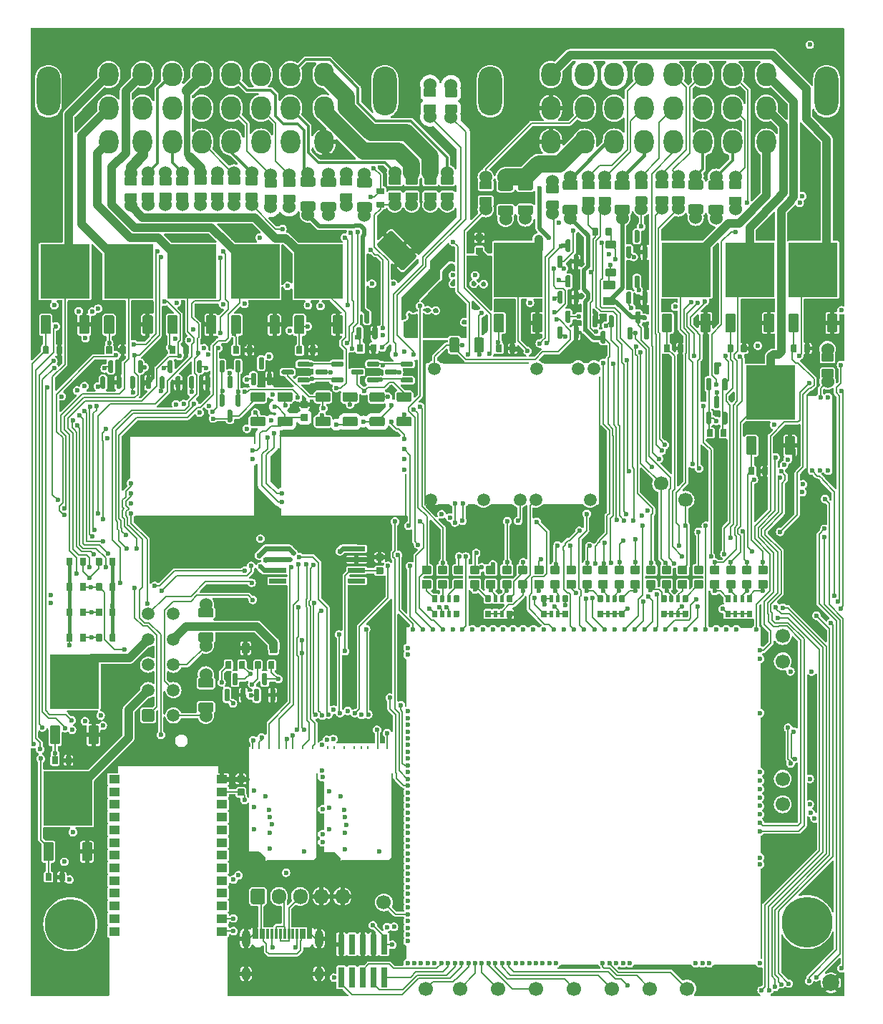
<source format=gtl>
G04 #@! TF.GenerationSoftware,KiCad,Pcbnew,7.0.1-115-g2ece2719d0*
G04 #@! TF.CreationDate,2023-04-03T18:43:45+03:00*
G04 #@! TF.ProjectId,alphax_4ch,616c7068-6178-45f3-9463-682e6b696361,G*
G04 #@! TF.SameCoordinates,PX141f5e0PYa2cace0*
G04 #@! TF.FileFunction,Copper,L1,Top*
G04 #@! TF.FilePolarity,Positive*
%FSLAX46Y46*%
G04 Gerber Fmt 4.6, Leading zero omitted, Abs format (unit mm)*
G04 Created by KiCad (PCBNEW 7.0.1-115-g2ece2719d0) date 2023-04-03 18:43:45*
%MOMM*%
%LPD*%
G01*
G04 APERTURE LIST*
G04 #@! TA.AperFunction,ComponentPad*
%ADD10C,1.524000*%
G04 #@! TD*
G04 #@! TA.AperFunction,ComponentPad*
%ADD11C,1.700000*%
G04 #@! TD*
G04 #@! TA.AperFunction,ComponentPad*
%ADD12C,6.000000*%
G04 #@! TD*
G04 #@! TA.AperFunction,SMDPad,CuDef*
%ADD13R,5.800000X6.400000*%
G04 #@! TD*
G04 #@! TA.AperFunction,ComponentPad*
%ADD14O,1.700000X1.850000*%
G04 #@! TD*
G04 #@! TA.AperFunction,ComponentPad*
%ADD15O,2.800000X5.800000*%
G04 #@! TD*
G04 #@! TA.AperFunction,ComponentPad*
%ADD16O,2.300000X2.800000*%
G04 #@! TD*
G04 #@! TA.AperFunction,SMDPad,CuDef*
%ADD17R,0.300000X1.150000*%
G04 #@! TD*
G04 #@! TA.AperFunction,ComponentPad*
%ADD18O,1.000000X2.100000*%
G04 #@! TD*
G04 #@! TA.AperFunction,ComponentPad*
%ADD19O,1.000000X1.600000*%
G04 #@! TD*
G04 #@! TA.AperFunction,ComponentPad*
%ADD20C,0.600000*%
G04 #@! TD*
G04 #@! TA.AperFunction,SMDPad,CuDef*
%ADD21R,0.200000X2.300000*%
G04 #@! TD*
G04 #@! TA.AperFunction,SMDPad,CuDef*
%ADD22R,0.200000X10.700000*%
G04 #@! TD*
G04 #@! TA.AperFunction,SMDPad,CuDef*
%ADD23R,0.200000X2.100000*%
G04 #@! TD*
G04 #@! TA.AperFunction,SMDPad,CuDef*
%ADD24R,0.200000X6.000000*%
G04 #@! TD*
G04 #@! TA.AperFunction,SMDPad,CuDef*
%ADD25R,0.200000X5.400000*%
G04 #@! TD*
G04 #@! TA.AperFunction,SMDPad,CuDef*
%ADD26R,1.400000X0.200000*%
G04 #@! TD*
G04 #@! TA.AperFunction,SMDPad,CuDef*
%ADD27R,5.000000X0.200000*%
G04 #@! TD*
G04 #@! TA.AperFunction,SMDPad,CuDef*
%ADD28R,6.800000X0.200000*%
G04 #@! TD*
G04 #@! TA.AperFunction,SMDPad,CuDef*
%ADD29R,4.500000X0.200000*%
G04 #@! TD*
G04 #@! TA.AperFunction,SMDPad,CuDef*
%ADD30R,0.200000X1.600000*%
G04 #@! TD*
G04 #@! TA.AperFunction,SMDPad,CuDef*
%ADD31R,0.200000X5.700000*%
G04 #@! TD*
G04 #@! TA.AperFunction,SMDPad,CuDef*
%ADD32R,0.200000X2.000000*%
G04 #@! TD*
G04 #@! TA.AperFunction,ComponentPad*
%ADD33C,1.500000*%
G04 #@! TD*
G04 #@! TA.AperFunction,SMDPad,CuDef*
%ADD34O,3.300000X0.200000*%
G04 #@! TD*
G04 #@! TA.AperFunction,SMDPad,CuDef*
%ADD35O,10.200000X0.200000*%
G04 #@! TD*
G04 #@! TA.AperFunction,SMDPad,CuDef*
%ADD36O,0.300000X0.200000*%
G04 #@! TD*
G04 #@! TA.AperFunction,SMDPad,CuDef*
%ADD37O,0.200000X17.000000*%
G04 #@! TD*
G04 #@! TA.AperFunction,SMDPad,CuDef*
%ADD38O,0.200000X15.400000*%
G04 #@! TD*
G04 #@! TA.AperFunction,SMDPad,CuDef*
%ADD39O,4.800000X0.200000*%
G04 #@! TD*
G04 #@! TA.AperFunction,SMDPad,CuDef*
%ADD40O,2.600000X0.200000*%
G04 #@! TD*
G04 #@! TA.AperFunction,SMDPad,CuDef*
%ADD41O,1.000000X0.200000*%
G04 #@! TD*
G04 #@! TA.AperFunction,SMDPad,CuDef*
%ADD42O,1.500000X0.200000*%
G04 #@! TD*
G04 #@! TA.AperFunction,SMDPad,CuDef*
%ADD43R,0.250000X6.185000*%
G04 #@! TD*
G04 #@! TA.AperFunction,SMDPad,CuDef*
%ADD44R,0.250000X1.115000*%
G04 #@! TD*
G04 #@! TA.AperFunction,SMDPad,CuDef*
%ADD45R,14.275000X0.250000*%
G04 #@! TD*
G04 #@! TA.AperFunction,SMDPad,CuDef*
%ADD46R,15.100000X0.250000*%
G04 #@! TD*
G04 #@! TA.AperFunction,SMDPad,CuDef*
%ADD47R,0.250000X5.175000*%
G04 #@! TD*
G04 #@! TA.AperFunction,SMDPad,CuDef*
%ADD48R,1.300000X1.000000*%
G04 #@! TD*
G04 #@! TA.AperFunction,SMDPad,CuDef*
%ADD49C,2.000000*%
G04 #@! TD*
G04 #@! TA.AperFunction,SMDPad,CuDef*
%ADD50O,1.225000X0.200000*%
G04 #@! TD*
G04 #@! TA.AperFunction,SMDPad,CuDef*
%ADD51O,0.200000X9.300000*%
G04 #@! TD*
G04 #@! TA.AperFunction,SMDPad,CuDef*
%ADD52O,0.250000X10.200000*%
G04 #@! TD*
G04 #@! TA.AperFunction,SMDPad,CuDef*
%ADD53O,5.800001X0.250000*%
G04 #@! TD*
G04 #@! TA.AperFunction,SMDPad,CuDef*
%ADD54O,0.200000X0.399999*%
G04 #@! TD*
G04 #@! TA.AperFunction,ComponentPad*
%ADD55C,0.599999*%
G04 #@! TD*
G04 #@! TA.AperFunction,SMDPad,CuDef*
%ADD56R,0.740000X2.400000*%
G04 #@! TD*
G04 #@! TA.AperFunction,ViaPad*
%ADD57C,0.600000*%
G04 #@! TD*
G04 #@! TA.AperFunction,ViaPad*
%ADD58C,1.300000*%
G04 #@! TD*
G04 #@! TA.AperFunction,Conductor*
%ADD59C,0.200000*%
G04 #@! TD*
G04 #@! TA.AperFunction,Conductor*
%ADD60C,0.203200*%
G04 #@! TD*
G04 #@! TA.AperFunction,Conductor*
%ADD61C,0.400000*%
G04 #@! TD*
G04 #@! TA.AperFunction,Conductor*
%ADD62C,0.600000*%
G04 #@! TD*
G04 #@! TA.AperFunction,Conductor*
%ADD63C,1.000000*%
G04 #@! TD*
G04 #@! TA.AperFunction,Conductor*
%ADD64C,0.508000*%
G04 #@! TD*
G04 #@! TA.AperFunction,Conductor*
%ADD65C,0.300000*%
G04 #@! TD*
G04 #@! TA.AperFunction,Conductor*
%ADD66C,2.000000*%
G04 #@! TD*
G04 #@! TA.AperFunction,Conductor*
%ADD67C,1.300000*%
G04 #@! TD*
G04 #@! TA.AperFunction,Conductor*
%ADD68C,0.800000*%
G04 #@! TD*
G04 #@! TA.AperFunction,Conductor*
%ADD69C,1.200000*%
G04 #@! TD*
G04 APERTURE END LIST*
D10*
G04 #@! TO.P,R8,1,1*
G04 #@! TO.N,/CAN-*
X76750000Y93245000D03*
G04 #@! TA.AperFunction,SMDPad,CuDef*
G36*
G01*
X77375000Y93699999D02*
X76125000Y93699999D01*
G75*
G02*
X76025000Y93799999I0J100000D01*
G01*
X76025000Y94599999D01*
G75*
G02*
X76125000Y94699999I100000J0D01*
G01*
X77375000Y94699999D01*
G75*
G02*
X77475000Y94599999I0J-100000D01*
G01*
X77475000Y93799999D01*
G75*
G02*
X77375000Y93699999I-100000J0D01*
G01*
G37*
G04 #@! TD.AperFunction*
G04 #@! TO.P,R8,2,2*
G04 #@! TO.N,/C6*
G04 #@! TA.AperFunction,SMDPad,CuDef*
G36*
G01*
X77375000Y95600021D02*
X76125000Y95600021D01*
G75*
G02*
X76025000Y95700021I0J100000D01*
G01*
X76025000Y96500021D01*
G75*
G02*
X76125000Y96600021I100000J0D01*
G01*
X77375000Y96600021D01*
G75*
G02*
X77475000Y96500021I0J-100000D01*
G01*
X77475000Y95700021D01*
G75*
G02*
X77375000Y95600021I-100000J0D01*
G01*
G37*
G04 #@! TD.AperFunction*
X76750000Y97055000D03*
G04 #@! TD*
D11*
G04 #@! TO.P,P18,1,Pin_1*
G04 #@! TO.N,Net-(M7-IN_AT2)*
X89100000Y39700000D03*
G04 #@! TD*
D10*
G04 #@! TO.P,F10,1,1*
G04 #@! TO.N,Net-(J6-Pin_6)*
X20840000Y33250000D03*
G04 #@! TA.AperFunction,SMDPad,CuDef*
G36*
G01*
X21740000Y34594990D02*
X21740000Y33904990D01*
G75*
G02*
X21510000Y33674990I-230000J0D01*
G01*
X20170000Y33674990D01*
G75*
G02*
X19940000Y33904990I0J230000D01*
G01*
X19940000Y34594990D01*
G75*
G02*
X20170000Y34824990I230000J0D01*
G01*
X21510000Y34824990D01*
G75*
G02*
X21740000Y34594990I0J-230000D01*
G01*
G37*
G04 #@! TD.AperFunction*
G04 #@! TO.P,F10,2,2*
G04 #@! TO.N,/OUT_IGN5*
G04 #@! TA.AperFunction,SMDPad,CuDef*
G36*
G01*
X21740000Y37495010D02*
X21740000Y36805010D01*
G75*
G02*
X21510000Y36575010I-230000J0D01*
G01*
X20170000Y36575010D01*
G75*
G02*
X19940000Y36805010I0J230000D01*
G01*
X19940000Y37495010D01*
G75*
G02*
X20170000Y37725010I230000J0D01*
G01*
X21510000Y37725010D01*
G75*
G02*
X21740000Y37495010I0J-230000D01*
G01*
G37*
G04 #@! TD.AperFunction*
X20840000Y38150000D03*
G04 #@! TD*
G04 #@! TO.P,R2,1*
G04 #@! TO.N,+12V*
G04 #@! TA.AperFunction,SMDPad,CuDef*
G36*
G01*
X82300000Y44965000D02*
X82300000Y45635000D01*
G75*
G02*
X82365000Y45700000I65000J0D01*
G01*
X82885000Y45700000D01*
G75*
G02*
X82950000Y45635000I0J-65000D01*
G01*
X82950000Y44965000D01*
G75*
G02*
X82885000Y44900000I-65000J0D01*
G01*
X82365000Y44900000D01*
G75*
G02*
X82300000Y44965000I0J65000D01*
G01*
G37*
G04 #@! TD.AperFunction*
G04 #@! TO.P,R2,2*
G04 #@! TA.AperFunction,SMDPad,CuDef*
G36*
G01*
X83275000Y44945000D02*
X83275000Y45655000D01*
G75*
G02*
X83320000Y45700000I45000J0D01*
G01*
X83680000Y45700000D01*
G75*
G02*
X83725000Y45655000I0J-45000D01*
G01*
X83725000Y44945000D01*
G75*
G02*
X83680000Y44900000I-45000J0D01*
G01*
X83320000Y44900000D01*
G75*
G02*
X83275000Y44945000I0J45000D01*
G01*
G37*
G04 #@! TD.AperFunction*
G04 #@! TO.P,R2,3*
G04 #@! TA.AperFunction,SMDPad,CuDef*
G36*
G01*
X84075000Y44945000D02*
X84075000Y45655000D01*
G75*
G02*
X84120000Y45700000I45000J0D01*
G01*
X84480000Y45700000D01*
G75*
G02*
X84525000Y45655000I0J-45000D01*
G01*
X84525000Y44945000D01*
G75*
G02*
X84480000Y44900000I-45000J0D01*
G01*
X84120000Y44900000D01*
G75*
G02*
X84075000Y44945000I0J45000D01*
G01*
G37*
G04 #@! TD.AperFunction*
G04 #@! TO.P,R2,4*
G04 #@! TA.AperFunction,SMDPad,CuDef*
G36*
G01*
X84850000Y44965000D02*
X84850000Y45635000D01*
G75*
G02*
X84915000Y45700000I65000J0D01*
G01*
X85435000Y45700000D01*
G75*
G02*
X85500000Y45635000I0J-65000D01*
G01*
X85500000Y44965000D01*
G75*
G02*
X85435000Y44900000I-65000J0D01*
G01*
X84915000Y44900000D01*
G75*
G02*
X84850000Y44965000I0J65000D01*
G01*
G37*
G04 #@! TD.AperFunction*
G04 #@! TO.P,R2,5*
G04 #@! TO.N,Net-(D3-K)*
G04 #@! TA.AperFunction,SMDPad,CuDef*
G36*
G01*
X84850000Y46765000D02*
X84850000Y47435000D01*
G75*
G02*
X84915000Y47500000I65000J0D01*
G01*
X85435000Y47500000D01*
G75*
G02*
X85500000Y47435000I0J-65000D01*
G01*
X85500000Y46765000D01*
G75*
G02*
X85435000Y46700000I-65000J0D01*
G01*
X84915000Y46700000D01*
G75*
G02*
X84850000Y46765000I0J65000D01*
G01*
G37*
G04 #@! TD.AperFunction*
G04 #@! TO.P,R2,6*
G04 #@! TO.N,Net-(D2-K)*
G04 #@! TA.AperFunction,SMDPad,CuDef*
G36*
G01*
X84075000Y46745000D02*
X84075000Y47455000D01*
G75*
G02*
X84120000Y47500000I45000J0D01*
G01*
X84480000Y47500000D01*
G75*
G02*
X84525000Y47455000I0J-45000D01*
G01*
X84525000Y46745000D01*
G75*
G02*
X84480000Y46700000I-45000J0D01*
G01*
X84120000Y46700000D01*
G75*
G02*
X84075000Y46745000I0J45000D01*
G01*
G37*
G04 #@! TD.AperFunction*
G04 #@! TO.P,R2,7*
G04 #@! TO.N,Net-(D14-A)*
G04 #@! TA.AperFunction,SMDPad,CuDef*
G36*
G01*
X83275000Y46745000D02*
X83275000Y47455000D01*
G75*
G02*
X83320000Y47500000I45000J0D01*
G01*
X83680000Y47500000D01*
G75*
G02*
X83725000Y47455000I0J-45000D01*
G01*
X83725000Y46745000D01*
G75*
G02*
X83680000Y46700000I-45000J0D01*
G01*
X83320000Y46700000D01*
G75*
G02*
X83275000Y46745000I0J45000D01*
G01*
G37*
G04 #@! TD.AperFunction*
G04 #@! TO.P,R2,8*
G04 #@! TO.N,Net-(D13-A)*
G04 #@! TA.AperFunction,SMDPad,CuDef*
G36*
G01*
X82300000Y46765000D02*
X82300000Y47435000D01*
G75*
G02*
X82365000Y47500000I65000J0D01*
G01*
X82885000Y47500000D01*
G75*
G02*
X82950000Y47435000I0J-65000D01*
G01*
X82950000Y46765000D01*
G75*
G02*
X82885000Y46700000I-65000J0D01*
G01*
X82365000Y46700000D01*
G75*
G02*
X82300000Y46765000I0J65000D01*
G01*
G37*
G04 #@! TD.AperFunction*
G04 #@! TD*
G04 #@! TO.P,D36,1,A*
G04 #@! TO.N,Net-(D36-A)*
G04 #@! TA.AperFunction,SMDPad,CuDef*
G36*
G01*
X51199998Y48300001D02*
X50299998Y48300001D01*
G75*
G02*
X50199998Y48400001I0J100000D01*
G01*
X50199998Y49200001D01*
G75*
G02*
X50299998Y49300001I100000J0D01*
G01*
X51199998Y49300001D01*
G75*
G02*
X51299998Y49200001I0J-100000D01*
G01*
X51299998Y48400001D01*
G75*
G02*
X51199998Y48300001I-100000J0D01*
G01*
G37*
G04 #@! TD.AperFunction*
G04 #@! TO.P,D36,2,K*
G04 #@! TO.N,/HALL3*
G04 #@! TA.AperFunction,SMDPad,CuDef*
G36*
G01*
X51199998Y50000001D02*
X50299998Y50000001D01*
G75*
G02*
X50199998Y50100001I0J100000D01*
G01*
X50199998Y50900001D01*
G75*
G02*
X50299998Y51000001I100000J0D01*
G01*
X51199998Y51000001D01*
G75*
G02*
X51299998Y50900001I0J-100000D01*
G01*
X51299998Y50100001D01*
G75*
G02*
X51199998Y50000001I-100000J0D01*
G01*
G37*
G04 #@! TD.AperFunction*
G04 #@! TD*
D11*
G04 #@! TO.P,P23,1,Pin_1*
G04 #@! TO.N,Net-(M7-SPI3_MOSI)*
X59900000Y1000000D03*
G04 #@! TD*
G04 #@! TO.P,R1136,1*
G04 #@! TO.N,Net-(Q50-D)*
G04 #@! TA.AperFunction,SMDPad,CuDef*
G36*
G01*
X43400000Y70605010D02*
X43400000Y71295010D01*
G75*
G02*
X43630000Y71525010I230000J0D01*
G01*
X44970000Y71525010D01*
G75*
G02*
X45200000Y71295010I0J-230000D01*
G01*
X45200000Y70605010D01*
G75*
G02*
X44970000Y70375010I-230000J0D01*
G01*
X43630000Y70375010D01*
G75*
G02*
X43400000Y70605010I0J230000D01*
G01*
G37*
G04 #@! TD.AperFunction*
G04 #@! TO.P,R1136,2*
G04 #@! TO.N,Net-(R1135-Pad1)*
G04 #@! TA.AperFunction,SMDPad,CuDef*
G36*
G01*
X43400000Y67704990D02*
X43400000Y68394990D01*
G75*
G02*
X43630000Y68624990I230000J0D01*
G01*
X44970000Y68624990D01*
G75*
G02*
X45200000Y68394990I0J-230000D01*
G01*
X45200000Y67704990D01*
G75*
G02*
X44970000Y67474990I-230000J0D01*
G01*
X43630000Y67474990D01*
G75*
G02*
X43400000Y67704990I0J230000D01*
G01*
G37*
G04 #@! TD.AperFunction*
G04 #@! TD*
G04 #@! TO.P,R1105,1*
G04 #@! TO.N,/BOOST*
G04 #@! TA.AperFunction,SMDPad,CuDef*
G36*
G01*
X31550000Y76110000D02*
X31550000Y76890000D01*
G75*
G02*
X31620000Y76960000I70000J0D01*
G01*
X32180000Y76960000D01*
G75*
G02*
X32250000Y76890000I0J-70000D01*
G01*
X32250000Y76110000D01*
G75*
G02*
X32180000Y76040000I-70000J0D01*
G01*
X31620000Y76040000D01*
G75*
G02*
X31550000Y76110000I0J70000D01*
G01*
G37*
G04 #@! TD.AperFunction*
G04 #@! TO.P,R1105,2*
G04 #@! TO.N,GND*
G04 #@! TA.AperFunction,SMDPad,CuDef*
G36*
G01*
X33150000Y76110000D02*
X33150000Y76890000D01*
G75*
G02*
X33220000Y76960000I70000J0D01*
G01*
X33780000Y76960000D01*
G75*
G02*
X33850000Y76890000I0J-70000D01*
G01*
X33850000Y76110000D01*
G75*
G02*
X33780000Y76040000I-70000J0D01*
G01*
X33220000Y76040000D01*
G75*
G02*
X33150000Y76110000I0J70000D01*
G01*
G37*
G04 #@! TD.AperFunction*
G04 #@! TD*
G04 #@! TO.P,R93,1*
G04 #@! TO.N,GNDA*
G04 #@! TA.AperFunction,SMDPad,CuDef*
G36*
G01*
X4350000Y42110000D02*
X4350000Y42890000D01*
G75*
G02*
X4420000Y42960000I70000J0D01*
G01*
X4980000Y42960000D01*
G75*
G02*
X5050000Y42890000I0J-70000D01*
G01*
X5050000Y42110000D01*
G75*
G02*
X4980000Y42040000I-70000J0D01*
G01*
X4420000Y42040000D01*
G75*
G02*
X4350000Y42110000I0J70000D01*
G01*
G37*
G04 #@! TD.AperFunction*
G04 #@! TO.P,R93,2*
G04 #@! TO.N,/AIN4*
G04 #@! TA.AperFunction,SMDPad,CuDef*
G36*
G01*
X5950000Y42110000D02*
X5950000Y42890000D01*
G75*
G02*
X6020000Y42960000I70000J0D01*
G01*
X6580000Y42960000D01*
G75*
G02*
X6650000Y42890000I0J-70000D01*
G01*
X6650000Y42110000D01*
G75*
G02*
X6580000Y42040000I-70000J0D01*
G01*
X6020000Y42040000D01*
G75*
G02*
X5950000Y42110000I0J70000D01*
G01*
G37*
G04 #@! TD.AperFunction*
G04 #@! TD*
D12*
G04 #@! TO.P,J8,1,Pin_1*
G04 #@! TO.N,unconnected-(J8-Pin_1-Pad1)*
X4803000Y8619000D03*
G04 #@! TD*
G04 #@! TO.P,D34,1,A*
G04 #@! TO.N,Net-(D34-A)*
G04 #@! TA.AperFunction,SMDPad,CuDef*
G36*
G01*
X47399998Y48300001D02*
X46499998Y48300001D01*
G75*
G02*
X46399998Y48400001I0J100000D01*
G01*
X46399998Y49200001D01*
G75*
G02*
X46499998Y49300001I100000J0D01*
G01*
X47399998Y49300001D01*
G75*
G02*
X47499998Y49200001I0J-100000D01*
G01*
X47499998Y48400001D01*
G75*
G02*
X47399998Y48300001I-100000J0D01*
G01*
G37*
G04 #@! TD.AperFunction*
G04 #@! TO.P,D34,2,K*
G04 #@! TO.N,/HALL1*
G04 #@! TA.AperFunction,SMDPad,CuDef*
G36*
G01*
X47399998Y50000001D02*
X46499998Y50000001D01*
G75*
G02*
X46399998Y50100001I0J100000D01*
G01*
X46399998Y50900001D01*
G75*
G02*
X46499998Y51000001I100000J0D01*
G01*
X47399998Y51000001D01*
G75*
G02*
X47499998Y50900001I0J-100000D01*
G01*
X47499998Y50100001D01*
G75*
G02*
X47399998Y50000001I-100000J0D01*
G01*
G37*
G04 #@! TD.AperFunction*
G04 #@! TD*
D10*
G04 #@! TO.P,R59,1,1*
G04 #@! TO.N,/E8*
X45200000Y97505000D03*
G04 #@! TA.AperFunction,SMDPad,CuDef*
G36*
G01*
X44575000Y97050001D02*
X45825000Y97050001D01*
G75*
G02*
X45925000Y96950001I0J-100000D01*
G01*
X45925000Y96150001D01*
G75*
G02*
X45825000Y96050001I-100000J0D01*
G01*
X44575000Y96050001D01*
G75*
G02*
X44475000Y96150001I0J100000D01*
G01*
X44475000Y96950001D01*
G75*
G02*
X44575000Y97050001I100000J0D01*
G01*
G37*
G04 #@! TD.AperFunction*
G04 #@! TO.P,R59,2,2*
G04 #@! TO.N,/OUT_ETB-*
G04 #@! TA.AperFunction,SMDPad,CuDef*
G36*
G01*
X44575000Y95149979D02*
X45825000Y95149979D01*
G75*
G02*
X45925000Y95049979I0J-100000D01*
G01*
X45925000Y94249979D01*
G75*
G02*
X45825000Y94149979I-100000J0D01*
G01*
X44575000Y94149979D01*
G75*
G02*
X44475000Y94249979I0J100000D01*
G01*
X44475000Y95049979D01*
G75*
G02*
X44575000Y95149979I100000J0D01*
G01*
G37*
G04 #@! TD.AperFunction*
X45200000Y93695000D03*
G04 #@! TD*
G04 #@! TO.P,R9,1,1*
G04 #@! TO.N,/CAN+*
X74800000Y93245000D03*
G04 #@! TA.AperFunction,SMDPad,CuDef*
G36*
G01*
X75425000Y93699999D02*
X74175000Y93699999D01*
G75*
G02*
X74075000Y93799999I0J100000D01*
G01*
X74075000Y94599999D01*
G75*
G02*
X74175000Y94699999I100000J0D01*
G01*
X75425000Y94699999D01*
G75*
G02*
X75525000Y94599999I0J-100000D01*
G01*
X75525000Y93799999D01*
G75*
G02*
X75425000Y93699999I-100000J0D01*
G01*
G37*
G04 #@! TD.AperFunction*
G04 #@! TO.P,R9,2,2*
G04 #@! TO.N,/C5*
G04 #@! TA.AperFunction,SMDPad,CuDef*
G36*
G01*
X75425000Y95600021D02*
X74175000Y95600021D01*
G75*
G02*
X74075000Y95700021I0J100000D01*
G01*
X74075000Y96500021D01*
G75*
G02*
X74175000Y96600021I100000J0D01*
G01*
X75425000Y96600021D01*
G75*
G02*
X75525000Y96500021I0J-100000D01*
G01*
X75525000Y95700021D01*
G75*
G02*
X75425000Y95600021I-100000J0D01*
G01*
G37*
G04 #@! TD.AperFunction*
X74800000Y97055000D03*
G04 #@! TD*
G04 #@! TO.P,R68,1,1*
G04 #@! TO.N,/IN_TPS2*
X24200000Y93695000D03*
G04 #@! TA.AperFunction,SMDPad,CuDef*
G36*
G01*
X24825000Y94149999D02*
X23575000Y94149999D01*
G75*
G02*
X23475000Y94249999I0J100000D01*
G01*
X23475000Y95049999D01*
G75*
G02*
X23575000Y95149999I100000J0D01*
G01*
X24825000Y95149999D01*
G75*
G02*
X24925000Y95049999I0J-100000D01*
G01*
X24925000Y94249999D01*
G75*
G02*
X24825000Y94149999I-100000J0D01*
G01*
G37*
G04 #@! TD.AperFunction*
G04 #@! TO.P,R68,2,2*
G04 #@! TO.N,/D4*
G04 #@! TA.AperFunction,SMDPad,CuDef*
G36*
G01*
X24825000Y96050021D02*
X23575000Y96050021D01*
G75*
G02*
X23475000Y96150021I0J100000D01*
G01*
X23475000Y96950021D01*
G75*
G02*
X23575000Y97050021I100000J0D01*
G01*
X24825000Y97050021D01*
G75*
G02*
X24925000Y96950021I0J-100000D01*
G01*
X24925000Y96150021D01*
G75*
G02*
X24825000Y96050021I-100000J0D01*
G01*
G37*
G04 #@! TD.AperFunction*
X24200000Y97505000D03*
G04 #@! TD*
G04 #@! TO.P,Q47,1,IN*
G04 #@! TO.N,/VVT1*
G04 #@! TA.AperFunction,SMDPad,CuDef*
G36*
G01*
X24880000Y78400000D02*
X23920000Y78400000D01*
G75*
G02*
X23800000Y78520000I0J120000D01*
G01*
X23800000Y80480000D01*
G75*
G02*
X23920000Y80600000I120000J0D01*
G01*
X24880000Y80600000D01*
G75*
G02*
X25000000Y80480000I0J-120000D01*
G01*
X25000000Y78520000D01*
G75*
G02*
X24880000Y78400000I-120000J0D01*
G01*
G37*
G04 #@! TD.AperFunction*
D13*
G04 #@! TO.P,Q47,2,D*
G04 #@! TO.N,/OUT_VVT1*
X26680000Y85800000D03*
G04 #@! TO.P,Q47,3,S*
G04 #@! TO.N,GND*
G04 #@! TA.AperFunction,SMDPad,CuDef*
G36*
G01*
X29440000Y78400000D02*
X28480000Y78400000D01*
G75*
G02*
X28360000Y78520000I0J120000D01*
G01*
X28360000Y80480000D01*
G75*
G02*
X28480000Y80600000I120000J0D01*
G01*
X29440000Y80600000D01*
G75*
G02*
X29560000Y80480000I0J-120000D01*
G01*
X29560000Y78520000D01*
G75*
G02*
X29440000Y78400000I-120000J0D01*
G01*
G37*
G04 #@! TD.AperFunction*
G04 #@! TD*
G04 #@! TO.P,J5,1,Pin_1*
G04 #@! TO.N,/MCU/VBUS*
G04 #@! TA.AperFunction,ComponentPad*
G36*
G01*
X26150000Y11225000D02*
X26150000Y12575000D01*
G75*
G02*
X26400000Y12825000I250000J0D01*
G01*
X27600000Y12825000D01*
G75*
G02*
X27850000Y12575000I0J-250000D01*
G01*
X27850000Y11225000D01*
G75*
G02*
X27600000Y10975000I-250000J0D01*
G01*
X26400000Y10975000D01*
G75*
G02*
X26150000Y11225000I0J250000D01*
G01*
G37*
G04 #@! TD.AperFunction*
D14*
G04 #@! TO.P,J5,2,Pin_2*
G04 #@! TO.N,/MCU/USB-*
X29500000Y11900000D03*
G04 #@! TO.P,J5,3,Pin_3*
G04 #@! TO.N,/MCU/USB+*
X32000000Y11900000D03*
G04 #@! TO.P,J5,4,Pin_4*
G04 #@! TO.N,GND*
X34500000Y11900000D03*
G04 #@! TO.P,J5,5,Pin_5*
X37000000Y11900000D03*
G04 #@! TD*
D10*
G04 #@! TO.P,F4,1,1*
G04 #@! TO.N,/A3*
X63950000Y97000000D03*
G04 #@! TA.AperFunction,SMDPad,CuDef*
G36*
G01*
X63050000Y95655010D02*
X63050000Y96345010D01*
G75*
G02*
X63280000Y96575010I230000J0D01*
G01*
X64620000Y96575010D01*
G75*
G02*
X64850000Y96345010I0J-230000D01*
G01*
X64850000Y95655010D01*
G75*
G02*
X64620000Y95425010I-230000J0D01*
G01*
X63280000Y95425010D01*
G75*
G02*
X63050000Y95655010I0J230000D01*
G01*
G37*
G04 #@! TD.AperFunction*
G04 #@! TO.P,F4,2,2*
G04 #@! TO.N,/OUT_PUMP_RELAY*
G04 #@! TA.AperFunction,SMDPad,CuDef*
G36*
G01*
X63050000Y92754990D02*
X63050000Y93444990D01*
G75*
G02*
X63280000Y93674990I230000J0D01*
G01*
X64620000Y93674990D01*
G75*
G02*
X64850000Y93444990I0J-230000D01*
G01*
X64850000Y92754990D01*
G75*
G02*
X64620000Y92524990I-230000J0D01*
G01*
X63280000Y92524990D01*
G75*
G02*
X63050000Y92754990I0J230000D01*
G01*
G37*
G04 #@! TD.AperFunction*
X63950000Y92100000D03*
G04 #@! TD*
G04 #@! TO.P,Q13,1,G*
G04 #@! TO.N,Net-(Q12-D)*
G04 #@! TA.AperFunction,SMDPad,CuDef*
G36*
G01*
X80500000Y67725000D02*
X80200000Y67725000D01*
G75*
G02*
X80050000Y67875000I0J150000D01*
G01*
X80050000Y69050000D01*
G75*
G02*
X80200000Y69200000I150000J0D01*
G01*
X80500000Y69200000D01*
G75*
G02*
X80650000Y69050000I0J-150000D01*
G01*
X80650000Y67875000D01*
G75*
G02*
X80500000Y67725000I-150000J0D01*
G01*
G37*
G04 #@! TD.AperFunction*
G04 #@! TO.P,Q13,2,D*
G04 #@! TO.N,Net-(Q13-D)*
G04 #@! TA.AperFunction,SMDPad,CuDef*
G36*
G01*
X81450000Y69600000D02*
X81150000Y69600000D01*
G75*
G02*
X81000000Y69750000I0J150000D01*
G01*
X81000000Y70925000D01*
G75*
G02*
X81150000Y71075000I150000J0D01*
G01*
X81450000Y71075000D01*
G75*
G02*
X81600000Y70925000I0J-150000D01*
G01*
X81600000Y69750000D01*
G75*
G02*
X81450000Y69600000I-150000J0D01*
G01*
G37*
G04 #@! TD.AperFunction*
G04 #@! TO.P,Q13,3,S*
G04 #@! TO.N,+5VAS*
G04 #@! TA.AperFunction,SMDPad,CuDef*
G36*
G01*
X82400000Y67725000D02*
X82100000Y67725000D01*
G75*
G02*
X81950000Y67875000I0J150000D01*
G01*
X81950000Y69050000D01*
G75*
G02*
X82100000Y69200000I150000J0D01*
G01*
X82400000Y69200000D01*
G75*
G02*
X82550000Y69050000I0J-150000D01*
G01*
X82550000Y67875000D01*
G75*
G02*
X82400000Y67725000I-150000J0D01*
G01*
G37*
G04 #@! TD.AperFunction*
G04 #@! TD*
G04 #@! TO.P,R91,1,1*
G04 #@! TO.N,/IN_KNOCK_RAW*
X94400000Y72795000D03*
G04 #@! TA.AperFunction,SMDPad,CuDef*
G36*
G01*
X95025000Y73249999D02*
X93775000Y73249999D01*
G75*
G02*
X93675000Y73349999I0J100000D01*
G01*
X93675000Y74149999D01*
G75*
G02*
X93775000Y74249999I100000J0D01*
G01*
X95025000Y74249999D01*
G75*
G02*
X95125000Y74149999I0J-100000D01*
G01*
X95125000Y73349999D01*
G75*
G02*
X95025000Y73249999I-100000J0D01*
G01*
G37*
G04 #@! TD.AperFunction*
G04 #@! TO.P,R91,2,2*
G04 #@! TO.N,/F3*
G04 #@! TA.AperFunction,SMDPad,CuDef*
G36*
G01*
X95025000Y75150021D02*
X93775000Y75150021D01*
G75*
G02*
X93675000Y75250021I0J100000D01*
G01*
X93675000Y76050021D01*
G75*
G02*
X93775000Y76150021I100000J0D01*
G01*
X95025000Y76150021D01*
G75*
G02*
X95125000Y76050021I0J-100000D01*
G01*
X95125000Y75250021D01*
G75*
G02*
X95025000Y75150021I-100000J0D01*
G01*
G37*
G04 #@! TD.AperFunction*
X94400000Y76605000D03*
G04 #@! TD*
G04 #@! TO.P,R98,1*
G04 #@! TO.N,/INJ1*
G04 #@! TA.AperFunction,SMDPad,CuDef*
G36*
G01*
X75050000Y76310000D02*
X75050000Y77090000D01*
G75*
G02*
X75120000Y77160000I70000J0D01*
G01*
X75680000Y77160000D01*
G75*
G02*
X75750000Y77090000I0J-70000D01*
G01*
X75750000Y76310000D01*
G75*
G02*
X75680000Y76240000I-70000J0D01*
G01*
X75120000Y76240000D01*
G75*
G02*
X75050000Y76310000I0J70000D01*
G01*
G37*
G04 #@! TD.AperFunction*
G04 #@! TO.P,R98,2*
G04 #@! TO.N,GND*
G04 #@! TA.AperFunction,SMDPad,CuDef*
G36*
G01*
X76650000Y76310000D02*
X76650000Y77090000D01*
G75*
G02*
X76720000Y77160000I70000J0D01*
G01*
X77280000Y77160000D01*
G75*
G02*
X77350000Y77090000I0J-70000D01*
G01*
X77350000Y76310000D01*
G75*
G02*
X77280000Y76240000I-70000J0D01*
G01*
X76720000Y76240000D01*
G75*
G02*
X76650000Y76310000I0J70000D01*
G01*
G37*
G04 #@! TD.AperFunction*
G04 #@! TD*
G04 #@! TO.P,Q49,1,G*
G04 #@! TO.N,Net-(Q49-G)*
G04 #@! TA.AperFunction,SMDPad,CuDef*
G36*
G01*
X45375000Y73100000D02*
X45375000Y72800000D01*
G75*
G02*
X45225000Y72650000I-150000J0D01*
G01*
X44050000Y72650000D01*
G75*
G02*
X43900000Y72800000I0J150000D01*
G01*
X43900000Y73100000D01*
G75*
G02*
X44050000Y73250000I150000J0D01*
G01*
X45225000Y73250000D01*
G75*
G02*
X45375000Y73100000I0J-150000D01*
G01*
G37*
G04 #@! TD.AperFunction*
G04 #@! TO.P,Q49,2,D*
G04 #@! TO.N,/HALL_OPT_PU/+12V_LIM*
G04 #@! TA.AperFunction,SMDPad,CuDef*
G36*
G01*
X43500000Y74050000D02*
X43500000Y73750000D01*
G75*
G02*
X43350000Y73600000I-150000J0D01*
G01*
X42175000Y73600000D01*
G75*
G02*
X42025000Y73750000I0J150000D01*
G01*
X42025000Y74050000D01*
G75*
G02*
X42175000Y74200000I150000J0D01*
G01*
X43350000Y74200000D01*
G75*
G02*
X43500000Y74050000I0J-150000D01*
G01*
G37*
G04 #@! TD.AperFunction*
G04 #@! TO.P,Q49,3,S*
G04 #@! TO.N,Net-(Q49-S)*
G04 #@! TA.AperFunction,SMDPad,CuDef*
G36*
G01*
X45375000Y75000000D02*
X45375000Y74700000D01*
G75*
G02*
X45225000Y74550000I-150000J0D01*
G01*
X44050000Y74550000D01*
G75*
G02*
X43900000Y74700000I0J150000D01*
G01*
X43900000Y75000000D01*
G75*
G02*
X44050000Y75150000I150000J0D01*
G01*
X45225000Y75150000D01*
G75*
G02*
X45375000Y75000000I0J-150000D01*
G01*
G37*
G04 #@! TD.AperFunction*
G04 #@! TD*
G04 #@! TO.P,D15,1,A*
G04 #@! TO.N,Net-(D15-A)*
G04 #@! TA.AperFunction,SMDPad,CuDef*
G36*
G01*
X66399998Y48300001D02*
X65499998Y48300001D01*
G75*
G02*
X65399998Y48400001I0J100000D01*
G01*
X65399998Y49200001D01*
G75*
G02*
X65499998Y49300001I100000J0D01*
G01*
X66399998Y49300001D01*
G75*
G02*
X66499998Y49200001I0J-100000D01*
G01*
X66499998Y48400001D01*
G75*
G02*
X66399998Y48300001I-100000J0D01*
G01*
G37*
G04 #@! TD.AperFunction*
G04 #@! TO.P,D15,2,K*
G04 #@! TO.N,/OUT_INJ1*
G04 #@! TA.AperFunction,SMDPad,CuDef*
G36*
G01*
X66399998Y50000001D02*
X65499998Y50000001D01*
G75*
G02*
X65399998Y50100001I0J100000D01*
G01*
X65399998Y50900001D01*
G75*
G02*
X65499998Y51000001I100000J0D01*
G01*
X66399998Y51000001D01*
G75*
G02*
X66499998Y50900001I0J-100000D01*
G01*
X66499998Y50100001D01*
G75*
G02*
X66399998Y50000001I-100000J0D01*
G01*
G37*
G04 #@! TD.AperFunction*
G04 #@! TD*
G04 #@! TO.P,C4,1*
G04 #@! TO.N,GND*
G04 #@! TA.AperFunction,SMDPad,CuDef*
G36*
G01*
X52860000Y90215001D02*
X53540000Y90215001D01*
G75*
G02*
X53625000Y90130001I0J-85000D01*
G01*
X53625000Y89450001D01*
G75*
G02*
X53540000Y89365001I-85000J0D01*
G01*
X52860000Y89365001D01*
G75*
G02*
X52775000Y89450001I0J85000D01*
G01*
X52775000Y90130001D01*
G75*
G02*
X52860000Y90215001I85000J0D01*
G01*
G37*
G04 #@! TD.AperFunction*
G04 #@! TO.P,C4,2*
G04 #@! TO.N,+12V_ETB*
G04 #@! TA.AperFunction,SMDPad,CuDef*
G36*
G01*
X52860000Y88634999D02*
X53540000Y88634999D01*
G75*
G02*
X53625000Y88549999I0J-85000D01*
G01*
X53625000Y87869999D01*
G75*
G02*
X53540000Y87784999I-85000J0D01*
G01*
X52860000Y87784999D01*
G75*
G02*
X52775000Y87869999I0J85000D01*
G01*
X52775000Y88549999D01*
G75*
G02*
X52860000Y88634999I85000J0D01*
G01*
G37*
G04 #@! TD.AperFunction*
G04 #@! TD*
G04 #@! TO.P,R1102,1*
G04 #@! TO.N,/FAN_RELAY*
G04 #@! TA.AperFunction,SMDPad,CuDef*
G36*
G01*
X90050000Y76310000D02*
X90050000Y77090000D01*
G75*
G02*
X90120000Y77160000I70000J0D01*
G01*
X90680000Y77160000D01*
G75*
G02*
X90750000Y77090000I0J-70000D01*
G01*
X90750000Y76310000D01*
G75*
G02*
X90680000Y76240000I-70000J0D01*
G01*
X90120000Y76240000D01*
G75*
G02*
X90050000Y76310000I0J70000D01*
G01*
G37*
G04 #@! TD.AperFunction*
G04 #@! TO.P,R1102,2*
G04 #@! TO.N,GND*
G04 #@! TA.AperFunction,SMDPad,CuDef*
G36*
G01*
X91650000Y76310000D02*
X91650000Y77090000D01*
G75*
G02*
X91720000Y77160000I70000J0D01*
G01*
X92280000Y77160000D01*
G75*
G02*
X92350000Y77090000I0J-70000D01*
G01*
X92350000Y76310000D01*
G75*
G02*
X92280000Y76240000I-70000J0D01*
G01*
X91720000Y76240000D01*
G75*
G02*
X91650000Y76310000I0J70000D01*
G01*
G37*
G04 #@! TD.AperFunction*
G04 #@! TD*
G04 #@! TO.P,Q48,1,IN*
G04 #@! TO.N,/VVT2*
G04 #@! TA.AperFunction,SMDPad,CuDef*
G36*
G01*
X56000000Y78600000D02*
X55040000Y78600000D01*
G75*
G02*
X54920000Y78720000I0J120000D01*
G01*
X54920000Y80680000D01*
G75*
G02*
X55040000Y80800000I120000J0D01*
G01*
X56000000Y80800000D01*
G75*
G02*
X56120000Y80680000I0J-120000D01*
G01*
X56120000Y78720000D01*
G75*
G02*
X56000000Y78600000I-120000J0D01*
G01*
G37*
G04 #@! TD.AperFunction*
D13*
G04 #@! TO.P,Q48,2,D*
G04 #@! TO.N,/OUT_VVT2*
X57800000Y86000000D03*
G04 #@! TO.P,Q48,3,S*
G04 #@! TO.N,GND*
G04 #@! TA.AperFunction,SMDPad,CuDef*
G36*
G01*
X60560000Y78600000D02*
X59600000Y78600000D01*
G75*
G02*
X59480000Y78720000I0J120000D01*
G01*
X59480000Y80680000D01*
G75*
G02*
X59600000Y80800000I120000J0D01*
G01*
X60560000Y80800000D01*
G75*
G02*
X60680000Y80680000I0J-120000D01*
G01*
X60680000Y78720000D01*
G75*
G02*
X60560000Y78600000I-120000J0D01*
G01*
G37*
G04 #@! TD.AperFunction*
G04 #@! TD*
G04 #@! TO.P,R50,1*
G04 #@! TO.N,+5VA*
G04 #@! TA.AperFunction,SMDPad,CuDef*
G36*
G01*
X60500000Y44965000D02*
X60500000Y45635000D01*
G75*
G02*
X60565000Y45700000I65000J0D01*
G01*
X61085000Y45700000D01*
G75*
G02*
X61150000Y45635000I0J-65000D01*
G01*
X61150000Y44965000D01*
G75*
G02*
X61085000Y44900000I-65000J0D01*
G01*
X60565000Y44900000D01*
G75*
G02*
X60500000Y44965000I0J65000D01*
G01*
G37*
G04 #@! TD.AperFunction*
G04 #@! TO.P,R50,2*
G04 #@! TA.AperFunction,SMDPad,CuDef*
G36*
G01*
X61475000Y44945000D02*
X61475000Y45655000D01*
G75*
G02*
X61520000Y45700000I45000J0D01*
G01*
X61880000Y45700000D01*
G75*
G02*
X61925000Y45655000I0J-45000D01*
G01*
X61925000Y44945000D01*
G75*
G02*
X61880000Y44900000I-45000J0D01*
G01*
X61520000Y44900000D01*
G75*
G02*
X61475000Y44945000I0J45000D01*
G01*
G37*
G04 #@! TD.AperFunction*
G04 #@! TO.P,R50,3*
G04 #@! TO.N,+12V*
G04 #@! TA.AperFunction,SMDPad,CuDef*
G36*
G01*
X62275000Y44945000D02*
X62275000Y45655000D01*
G75*
G02*
X62320000Y45700000I45000J0D01*
G01*
X62680000Y45700000D01*
G75*
G02*
X62725000Y45655000I0J-45000D01*
G01*
X62725000Y44945000D01*
G75*
G02*
X62680000Y44900000I-45000J0D01*
G01*
X62320000Y44900000D01*
G75*
G02*
X62275000Y44945000I0J45000D01*
G01*
G37*
G04 #@! TD.AperFunction*
G04 #@! TO.P,R50,4*
G04 #@! TA.AperFunction,SMDPad,CuDef*
G36*
G01*
X63050000Y44965000D02*
X63050000Y45635000D01*
G75*
G02*
X63115000Y45700000I65000J0D01*
G01*
X63635000Y45700000D01*
G75*
G02*
X63700000Y45635000I0J-65000D01*
G01*
X63700000Y44965000D01*
G75*
G02*
X63635000Y44900000I-65000J0D01*
G01*
X63115000Y44900000D01*
G75*
G02*
X63050000Y44965000I0J65000D01*
G01*
G37*
G04 #@! TD.AperFunction*
G04 #@! TO.P,R50,5*
G04 #@! TO.N,Net-(D38-A)*
G04 #@! TA.AperFunction,SMDPad,CuDef*
G36*
G01*
X63050000Y46765000D02*
X63050000Y47435000D01*
G75*
G02*
X63115000Y47500000I65000J0D01*
G01*
X63635000Y47500000D01*
G75*
G02*
X63700000Y47435000I0J-65000D01*
G01*
X63700000Y46765000D01*
G75*
G02*
X63635000Y46700000I-65000J0D01*
G01*
X63115000Y46700000D01*
G75*
G02*
X63050000Y46765000I0J65000D01*
G01*
G37*
G04 #@! TD.AperFunction*
G04 #@! TO.P,R50,6*
G04 #@! TO.N,Net-(D37-K)*
G04 #@! TA.AperFunction,SMDPad,CuDef*
G36*
G01*
X62275000Y46745000D02*
X62275000Y47455000D01*
G75*
G02*
X62320000Y47500000I45000J0D01*
G01*
X62680000Y47500000D01*
G75*
G02*
X62725000Y47455000I0J-45000D01*
G01*
X62725000Y46745000D01*
G75*
G02*
X62680000Y46700000I-45000J0D01*
G01*
X62320000Y46700000D01*
G75*
G02*
X62275000Y46745000I0J45000D01*
G01*
G37*
G04 #@! TD.AperFunction*
G04 #@! TO.P,R50,7*
G04 #@! TO.N,Net-(D1-A)*
G04 #@! TA.AperFunction,SMDPad,CuDef*
G36*
G01*
X61475000Y46745000D02*
X61475000Y47455000D01*
G75*
G02*
X61520000Y47500000I45000J0D01*
G01*
X61880000Y47500000D01*
G75*
G02*
X61925000Y47455000I0J-45000D01*
G01*
X61925000Y46745000D01*
G75*
G02*
X61880000Y46700000I-45000J0D01*
G01*
X61520000Y46700000D01*
G75*
G02*
X61475000Y46745000I0J45000D01*
G01*
G37*
G04 #@! TD.AperFunction*
G04 #@! TO.P,R50,8*
G04 #@! TA.AperFunction,SMDPad,CuDef*
G36*
G01*
X60500000Y46765000D02*
X60500000Y47435000D01*
G75*
G02*
X60565000Y47500000I65000J0D01*
G01*
X61085000Y47500000D01*
G75*
G02*
X61150000Y47435000I0J-65000D01*
G01*
X61150000Y46765000D01*
G75*
G02*
X61085000Y46700000I-65000J0D01*
G01*
X60565000Y46700000D01*
G75*
G02*
X60500000Y46765000I0J65000D01*
G01*
G37*
G04 #@! TD.AperFunction*
G04 #@! TD*
G04 #@! TO.P,D28,1*
G04 #@! TO.N,/HALL_OPT_PU/+12V_LIM*
G04 #@! TA.AperFunction,SMDPad,CuDef*
G36*
G01*
X26609999Y72325000D02*
X26309999Y72325000D01*
G75*
G02*
X26159999Y72475000I0J150000D01*
G01*
X26159999Y73650000D01*
G75*
G02*
X26309999Y73800000I150000J0D01*
G01*
X26609999Y73800000D01*
G75*
G02*
X26759999Y73650000I0J-150000D01*
G01*
X26759999Y72475000D01*
G75*
G02*
X26609999Y72325000I-150000J0D01*
G01*
G37*
G04 #@! TD.AperFunction*
G04 #@! TO.P,D28,2*
G04 #@! TO.N,unconnected-(D28-Pad2)*
G04 #@! TA.AperFunction,SMDPad,CuDef*
G36*
G01*
X27559999Y74200000D02*
X27259999Y74200000D01*
G75*
G02*
X27109999Y74350000I0J150000D01*
G01*
X27109999Y75525000D01*
G75*
G02*
X27259999Y75675000I150000J0D01*
G01*
X27559999Y75675000D01*
G75*
G02*
X27709999Y75525000I0J-150000D01*
G01*
X27709999Y74350000D01*
G75*
G02*
X27559999Y74200000I-150000J0D01*
G01*
G37*
G04 #@! TD.AperFunction*
G04 #@! TO.P,D28,3*
G04 #@! TO.N,GND*
G04 #@! TA.AperFunction,SMDPad,CuDef*
G36*
G01*
X28509999Y72325000D02*
X28209999Y72325000D01*
G75*
G02*
X28059999Y72475000I0J150000D01*
G01*
X28059999Y73650000D01*
G75*
G02*
X28209999Y73800000I150000J0D01*
G01*
X28509999Y73800000D01*
G75*
G02*
X28659999Y73650000I0J-150000D01*
G01*
X28659999Y72475000D01*
G75*
G02*
X28509999Y72325000I-150000J0D01*
G01*
G37*
G04 #@! TD.AperFunction*
G04 #@! TD*
G04 #@! TO.P,D12,1,A*
G04 #@! TO.N,Net-(D12-A)*
G04 #@! TA.AperFunction,SMDPad,CuDef*
G36*
G01*
X73950000Y48300000D02*
X73050000Y48300000D01*
G75*
G02*
X72950000Y48400000I0J100000D01*
G01*
X72950000Y49200000D01*
G75*
G02*
X73050000Y49300000I100000J0D01*
G01*
X73950000Y49300000D01*
G75*
G02*
X74050000Y49200000I0J-100000D01*
G01*
X74050000Y48400000D01*
G75*
G02*
X73950000Y48300000I-100000J0D01*
G01*
G37*
G04 #@! TD.AperFunction*
G04 #@! TO.P,D12,2,K*
G04 #@! TO.N,/IN_2STEP*
G04 #@! TA.AperFunction,SMDPad,CuDef*
G36*
G01*
X73950000Y50000000D02*
X73050000Y50000000D01*
G75*
G02*
X72950000Y50100000I0J100000D01*
G01*
X72950000Y50900000D01*
G75*
G02*
X73050000Y51000000I100000J0D01*
G01*
X73950000Y51000000D01*
G75*
G02*
X74050000Y50900000I0J-100000D01*
G01*
X74050000Y50100000D01*
G75*
G02*
X73950000Y50000000I-100000J0D01*
G01*
G37*
G04 #@! TD.AperFunction*
G04 #@! TD*
D15*
G04 #@! TO.P,P2,*
G04 #@! TO.N,*
X2200000Y107100000D03*
X42000000Y107100000D03*
D16*
G04 #@! TO.P,P2,1,D1*
G04 #@! TO.N,/D1*
X9350000Y101100000D03*
G04 #@! TO.P,P2,2,D2*
G04 #@! TO.N,/D2*
X13350000Y101100000D03*
G04 #@! TO.P,P2,3,D3*
G04 #@! TO.N,/D3*
X16850000Y101100000D03*
G04 #@! TO.P,P2,4,D4*
G04 #@! TO.N,/D4*
X20350000Y101100000D03*
G04 #@! TO.P,P2,5,D5*
G04 #@! TO.N,/D5*
X23850000Y101100000D03*
G04 #@! TO.P,P2,6,D6*
G04 #@! TO.N,/D6*
X27350000Y101100000D03*
G04 #@! TO.P,P2,7,D7*
G04 #@! TO.N,/D7*
X30850000Y101100000D03*
G04 #@! TO.P,P2,8,D8*
G04 #@! TO.N,GND*
X34850000Y101100000D03*
G04 #@! TO.P,P2,9,E1*
G04 #@! TO.N,/OUT_INJ4*
X9350000Y105100000D03*
G04 #@! TO.P,P2,10,E2*
G04 #@! TO.N,/OUT_NOS*
X13350000Y105100000D03*
G04 #@! TO.P,P2,11,E3*
G04 #@! TO.N,/E3*
X16850000Y105100000D03*
G04 #@! TO.P,P2,12,E4*
G04 #@! TO.N,/E4*
X20350000Y105100000D03*
G04 #@! TO.P,P2,13,E5*
G04 #@! TO.N,/E5*
X23850000Y105100000D03*
G04 #@! TO.P,P2,14,E6*
G04 #@! TO.N,/E6*
X27350000Y105100000D03*
G04 #@! TO.P,P2,15,E7*
G04 #@! TO.N,/E7*
X30850000Y105100000D03*
G04 #@! TO.P,P2,16,E8*
G04 #@! TO.N,/E8*
X34850000Y105100000D03*
G04 #@! TO.P,P2,17,F1*
G04 #@! TO.N,/OUT_IDLE2*
X9350000Y109100000D03*
G04 #@! TO.P,P2,18,F2*
G04 #@! TO.N,/OUT_VVT1*
X13350000Y109100000D03*
G04 #@! TO.P,P2,19,F3*
G04 #@! TO.N,/F3*
X16850000Y109100000D03*
G04 #@! TO.P,P2,20,F4*
G04 #@! TO.N,/F4*
X20350000Y109100000D03*
G04 #@! TO.P,P2,21,F5*
G04 #@! TO.N,/F5*
X23850000Y109100000D03*
G04 #@! TO.P,P2,22,F6*
G04 #@! TO.N,/F6*
X27350000Y109100000D03*
G04 #@! TO.P,P2,23,F7*
G04 #@! TO.N,/F7*
X30850000Y109100000D03*
G04 #@! TO.P,P2,24,F8*
G04 #@! TO.N,/F8*
X34850000Y109100000D03*
G04 #@! TD*
G04 #@! TO.P,D11,1,A*
G04 #@! TO.N,Net-(D11-A)*
G04 #@! TA.AperFunction,SMDPad,CuDef*
G36*
G01*
X75799998Y48300001D02*
X74899998Y48300001D01*
G75*
G02*
X74799998Y48400001I0J100000D01*
G01*
X74799998Y49200001D01*
G75*
G02*
X74899998Y49300001I100000J0D01*
G01*
X75799998Y49300001D01*
G75*
G02*
X75899998Y49200001I0J-100000D01*
G01*
X75899998Y48400001D01*
G75*
G02*
X75799998Y48300001I-100000J0D01*
G01*
G37*
G04 #@! TD.AperFunction*
G04 #@! TO.P,D11,2,K*
G04 #@! TO.N,/IN_CAM_HALL*
G04 #@! TA.AperFunction,SMDPad,CuDef*
G36*
G01*
X75799998Y50000001D02*
X74899998Y50000001D01*
G75*
G02*
X74799998Y50100001I0J100000D01*
G01*
X74799998Y50900001D01*
G75*
G02*
X74899998Y51000001I100000J0D01*
G01*
X75799998Y51000001D01*
G75*
G02*
X75899998Y50900001I0J-100000D01*
G01*
X75899998Y50100001D01*
G75*
G02*
X75799998Y50000001I-100000J0D01*
G01*
G37*
G04 #@! TD.AperFunction*
G04 #@! TD*
D11*
G04 #@! TO.P,P19,1,Pin_1*
G04 #@! TO.N,Net-(M7-OUT_IO3)*
X41900000Y11200000D03*
G04 #@! TD*
G04 #@! TO.P,R1108,1*
G04 #@! TO.N,/VVT1*
G04 #@! TA.AperFunction,SMDPad,CuDef*
G36*
G01*
X24050000Y76110000D02*
X24050000Y76890000D01*
G75*
G02*
X24120000Y76960000I70000J0D01*
G01*
X24680000Y76960000D01*
G75*
G02*
X24750000Y76890000I0J-70000D01*
G01*
X24750000Y76110000D01*
G75*
G02*
X24680000Y76040000I-70000J0D01*
G01*
X24120000Y76040000D01*
G75*
G02*
X24050000Y76110000I0J70000D01*
G01*
G37*
G04 #@! TD.AperFunction*
G04 #@! TO.P,R1108,2*
G04 #@! TO.N,GND*
G04 #@! TA.AperFunction,SMDPad,CuDef*
G36*
G01*
X25650000Y76110000D02*
X25650000Y76890000D01*
G75*
G02*
X25720000Y76960000I70000J0D01*
G01*
X26280000Y76960000D01*
G75*
G02*
X26350000Y76890000I0J-70000D01*
G01*
X26350000Y76110000D01*
G75*
G02*
X26280000Y76040000I-70000J0D01*
G01*
X25720000Y76040000D01*
G75*
G02*
X25650000Y76110000I0J70000D01*
G01*
G37*
G04 #@! TD.AperFunction*
G04 #@! TD*
D10*
G04 #@! TO.P,R11,1,1*
G04 #@! TO.N,/IN_CRANK+*
X47350000Y104095000D03*
G04 #@! TA.AperFunction,SMDPad,CuDef*
G36*
G01*
X47975000Y104549999D02*
X46725000Y104549999D01*
G75*
G02*
X46625000Y104649999I0J100000D01*
G01*
X46625000Y105449999D01*
G75*
G02*
X46725000Y105549999I100000J0D01*
G01*
X47975000Y105549999D01*
G75*
G02*
X48075000Y105449999I0J-100000D01*
G01*
X48075000Y104649999D01*
G75*
G02*
X47975000Y104549999I-100000J0D01*
G01*
G37*
G04 #@! TD.AperFunction*
G04 #@! TO.P,R11,2,2*
G04 #@! TO.N,/C3*
G04 #@! TA.AperFunction,SMDPad,CuDef*
G36*
G01*
X47975000Y106450021D02*
X46725000Y106450021D01*
G75*
G02*
X46625000Y106550021I0J100000D01*
G01*
X46625000Y107350021D01*
G75*
G02*
X46725000Y107450021I100000J0D01*
G01*
X47975000Y107450021D01*
G75*
G02*
X48075000Y107350021I0J-100000D01*
G01*
X48075000Y106550021D01*
G75*
G02*
X47975000Y106450021I-100000J0D01*
G01*
G37*
G04 #@! TD.AperFunction*
X47350000Y107905000D03*
G04 #@! TD*
G04 #@! TO.P,Q35,1,G*
G04 #@! TO.N,Net-(Q35-G)*
G04 #@! TA.AperFunction,SMDPad,CuDef*
G36*
G01*
X37137500Y73100000D02*
X37137500Y72800000D01*
G75*
G02*
X36987500Y72650000I-150000J0D01*
G01*
X35812500Y72650000D01*
G75*
G02*
X35662500Y72800000I0J150000D01*
G01*
X35662500Y73100000D01*
G75*
G02*
X35812500Y73250000I150000J0D01*
G01*
X36987500Y73250000D01*
G75*
G02*
X37137500Y73100000I0J-150000D01*
G01*
G37*
G04 #@! TD.AperFunction*
G04 #@! TO.P,Q35,2,D*
G04 #@! TO.N,/HALL_OPT_PU/+12V_LIM*
G04 #@! TA.AperFunction,SMDPad,CuDef*
G36*
G01*
X35262500Y74050000D02*
X35262500Y73750000D01*
G75*
G02*
X35112500Y73600000I-150000J0D01*
G01*
X33937500Y73600000D01*
G75*
G02*
X33787500Y73750000I0J150000D01*
G01*
X33787500Y74050000D01*
G75*
G02*
X33937500Y74200000I150000J0D01*
G01*
X35112500Y74200000D01*
G75*
G02*
X35262500Y74050000I0J-150000D01*
G01*
G37*
G04 #@! TD.AperFunction*
G04 #@! TO.P,Q35,3,S*
G04 #@! TO.N,Net-(Q35-S)*
G04 #@! TA.AperFunction,SMDPad,CuDef*
G36*
G01*
X37137500Y75000000D02*
X37137500Y74700000D01*
G75*
G02*
X36987500Y74550000I-150000J0D01*
G01*
X35812500Y74550000D01*
G75*
G02*
X35662500Y74700000I0J150000D01*
G01*
X35662500Y75000000D01*
G75*
G02*
X35812500Y75150000I150000J0D01*
G01*
X36987500Y75150000D01*
G75*
G02*
X37137500Y75000000I0J-150000D01*
G01*
G37*
G04 #@! TD.AperFunction*
G04 #@! TD*
D11*
G04 #@! TO.P,P26,1,Pin_1*
G04 #@! TO.N,Net-(M7-I2C_SCL)*
X64400000Y1000000D03*
G04 #@! TD*
D10*
G04 #@! TO.P,R60,1,1*
G04 #@! TO.N,/IN_FLEX*
X43200000Y93695000D03*
G04 #@! TA.AperFunction,SMDPad,CuDef*
G36*
G01*
X43825000Y94149999D02*
X42575000Y94149999D01*
G75*
G02*
X42475000Y94249999I0J100000D01*
G01*
X42475000Y95049999D01*
G75*
G02*
X42575000Y95149999I100000J0D01*
G01*
X43825000Y95149999D01*
G75*
G02*
X43925000Y95049999I0J-100000D01*
G01*
X43925000Y94249999D01*
G75*
G02*
X43825000Y94149999I-100000J0D01*
G01*
G37*
G04 #@! TD.AperFunction*
G04 #@! TO.P,R60,2,2*
G04 #@! TO.N,/E7*
G04 #@! TA.AperFunction,SMDPad,CuDef*
G36*
G01*
X43825000Y96050021D02*
X42575000Y96050021D01*
G75*
G02*
X42475000Y96150021I0J100000D01*
G01*
X42475000Y96950021D01*
G75*
G02*
X42575000Y97050021I100000J0D01*
G01*
X43825000Y97050021D01*
G75*
G02*
X43925000Y96950021I0J-100000D01*
G01*
X43925000Y96150021D01*
G75*
G02*
X43825000Y96050021I-100000J0D01*
G01*
G37*
G04 #@! TD.AperFunction*
X43200000Y97505000D03*
G04 #@! TD*
D17*
G04 #@! TO.P,J1,A1,GND*
G04 #@! TO.N,GND*
X26550000Y7485000D03*
G04 #@! TO.P,J1,A4,VBUS*
G04 #@! TO.N,/MCU/VBUS*
X27350000Y7485000D03*
G04 #@! TO.P,J1,A5,CC1*
G04 #@! TO.N,Net-(J1-CC1)*
X28650000Y7485000D03*
G04 #@! TO.P,J1,A6,D+*
G04 #@! TO.N,/MCU/USB+*
X29650000Y7485000D03*
G04 #@! TO.P,J1,A7,D-*
G04 #@! TO.N,/MCU/USB-*
X30150000Y7485000D03*
G04 #@! TO.P,J1,A8,SBU1*
G04 #@! TO.N,unconnected-(J1-SBU1-PadA8)*
X31150000Y7485000D03*
G04 #@! TO.P,J1,A9,VBUS*
G04 #@! TO.N,/MCU/VBUS*
X32450000Y7485000D03*
G04 #@! TO.P,J1,A12,GND*
G04 #@! TO.N,GND*
X33250000Y7485000D03*
G04 #@! TO.P,J1,B1,GND*
X32950000Y7485000D03*
G04 #@! TO.P,J1,B4,VBUS*
G04 #@! TO.N,/MCU/VBUS*
X32150000Y7485000D03*
G04 #@! TO.P,J1,B5,CC2*
G04 #@! TO.N,Net-(J1-CC2)*
X31650000Y7485000D03*
G04 #@! TO.P,J1,B6,D+*
G04 #@! TO.N,/MCU/USB+*
X30650000Y7485000D03*
G04 #@! TO.P,J1,B7,D-*
G04 #@! TO.N,/MCU/USB-*
X29150000Y7485000D03*
G04 #@! TO.P,J1,B8,SBU2*
G04 #@! TO.N,unconnected-(J1-SBU2-PadB8)*
X28150000Y7485000D03*
G04 #@! TO.P,J1,B9,VBUS*
G04 #@! TO.N,/MCU/VBUS*
X27650000Y7485000D03*
G04 #@! TO.P,J1,B12,GND*
G04 #@! TO.N,GND*
X26850000Y7485000D03*
D18*
G04 #@! TO.P,J1,S1,SHIELD*
X25580000Y6920000D03*
D19*
X25580000Y2740000D03*
D18*
X34220000Y6920000D03*
D19*
X34220000Y2740000D03*
G04 #@! TD*
G04 #@! TO.P,R1113,1*
G04 #@! TO.N,/MAIN*
G04 #@! TA.AperFunction,SMDPad,CuDef*
G36*
G01*
X38750000Y76347500D02*
X38750000Y77127500D01*
G75*
G02*
X38820000Y77197500I70000J0D01*
G01*
X39380000Y77197500D01*
G75*
G02*
X39450000Y77127500I0J-70000D01*
G01*
X39450000Y76347500D01*
G75*
G02*
X39380000Y76277500I-70000J0D01*
G01*
X38820000Y76277500D01*
G75*
G02*
X38750000Y76347500I0J70000D01*
G01*
G37*
G04 #@! TD.AperFunction*
G04 #@! TO.P,R1113,2*
G04 #@! TO.N,GND*
G04 #@! TA.AperFunction,SMDPad,CuDef*
G36*
G01*
X40350000Y76347500D02*
X40350000Y77127500D01*
G75*
G02*
X40420000Y77197500I70000J0D01*
G01*
X40980000Y77197500D01*
G75*
G02*
X41050000Y77127500I0J-70000D01*
G01*
X41050000Y76347500D01*
G75*
G02*
X40980000Y76277500I-70000J0D01*
G01*
X40420000Y76277500D01*
G75*
G02*
X40350000Y76347500I0J70000D01*
G01*
G37*
G04 #@! TD.AperFunction*
G04 #@! TD*
D11*
G04 #@! TO.P,P16,1,Pin_1*
G04 #@! TO.N,/OUT_IGN5*
X89100000Y22800000D03*
G04 #@! TD*
G04 #@! TO.P,Q45,1,IN*
G04 #@! TO.N,/INJ5*
G04 #@! TA.AperFunction,SMDPad,CuDef*
G36*
G01*
X2700000Y16100000D02*
X1740000Y16100000D01*
G75*
G02*
X1620000Y16220000I0J120000D01*
G01*
X1620000Y18180000D01*
G75*
G02*
X1740000Y18300000I120000J0D01*
G01*
X2700000Y18300000D01*
G75*
G02*
X2820000Y18180000I0J-120000D01*
G01*
X2820000Y16220000D01*
G75*
G02*
X2700000Y16100000I-120000J0D01*
G01*
G37*
G04 #@! TD.AperFunction*
D13*
G04 #@! TO.P,Q45,2,D*
G04 #@! TO.N,/OUT_INJ5*
X4500000Y23500000D03*
G04 #@! TO.P,Q45,3,S*
G04 #@! TO.N,GND*
G04 #@! TA.AperFunction,SMDPad,CuDef*
G36*
G01*
X7260000Y16100000D02*
X6300000Y16100000D01*
G75*
G02*
X6180000Y16220000I0J120000D01*
G01*
X6180000Y18180000D01*
G75*
G02*
X6300000Y18300000I120000J0D01*
G01*
X7260000Y18300000D01*
G75*
G02*
X7380000Y18180000I0J-120000D01*
G01*
X7380000Y16220000D01*
G75*
G02*
X7260000Y16100000I-120000J0D01*
G01*
G37*
G04 #@! TD.AperFunction*
G04 #@! TD*
D11*
G04 #@! TO.P,P21,1,Pin_1*
G04 #@! TO.N,Net-(M7-SPI3_SCK)*
X50900000Y1000000D03*
G04 #@! TD*
G04 #@! TO.P,Q8,1,G*
G04 #@! TO.N,/D2_PULLDOWN*
G04 #@! TA.AperFunction,SMDPad,CuDef*
G36*
G01*
X15800000Y71925000D02*
X15500000Y71925000D01*
G75*
G02*
X15350000Y72075000I0J150000D01*
G01*
X15350000Y73250000D01*
G75*
G02*
X15500000Y73400000I150000J0D01*
G01*
X15800000Y73400000D01*
G75*
G02*
X15950000Y73250000I0J-150000D01*
G01*
X15950000Y72075000D01*
G75*
G02*
X15800000Y71925000I-150000J0D01*
G01*
G37*
G04 #@! TD.AperFunction*
G04 #@! TO.P,Q8,2,D*
G04 #@! TO.N,Net-(Q8-D)*
G04 #@! TA.AperFunction,SMDPad,CuDef*
G36*
G01*
X16750000Y73800000D02*
X16450000Y73800000D01*
G75*
G02*
X16300000Y73950000I0J150000D01*
G01*
X16300000Y75125000D01*
G75*
G02*
X16450000Y75275000I150000J0D01*
G01*
X16750000Y75275000D01*
G75*
G02*
X16900000Y75125000I0J-150000D01*
G01*
X16900000Y73950000D01*
G75*
G02*
X16750000Y73800000I-150000J0D01*
G01*
G37*
G04 #@! TD.AperFunction*
G04 #@! TO.P,Q8,3,S*
G04 #@! TO.N,GND*
G04 #@! TA.AperFunction,SMDPad,CuDef*
G36*
G01*
X17700000Y71925000D02*
X17400000Y71925000D01*
G75*
G02*
X17250000Y72075000I0J150000D01*
G01*
X17250000Y73250000D01*
G75*
G02*
X17400000Y73400000I150000J0D01*
G01*
X17700000Y73400000D01*
G75*
G02*
X17850000Y73250000I0J-150000D01*
G01*
X17850000Y72075000D01*
G75*
G02*
X17700000Y71925000I-150000J0D01*
G01*
G37*
G04 #@! TD.AperFunction*
G04 #@! TD*
G04 #@! TO.P,Q4,1,G*
G04 #@! TO.N,/HS/IN1*
G04 #@! TA.AperFunction,SMDPad,CuDef*
G36*
G01*
X27000000Y34982581D02*
X26700000Y34982581D01*
G75*
G02*
X26550000Y35132581I0J150000D01*
G01*
X26550000Y36307581D01*
G75*
G02*
X26700000Y36457581I150000J0D01*
G01*
X27000000Y36457581D01*
G75*
G02*
X27150000Y36307581I0J-150000D01*
G01*
X27150000Y35132581D01*
G75*
G02*
X27000000Y34982581I-150000J0D01*
G01*
G37*
G04 #@! TD.AperFunction*
G04 #@! TO.P,Q4,2,D*
G04 #@! TO.N,Net-(Q2-G)*
G04 #@! TA.AperFunction,SMDPad,CuDef*
G36*
G01*
X27950000Y36857581D02*
X27650000Y36857581D01*
G75*
G02*
X27500000Y37007581I0J150000D01*
G01*
X27500000Y38182581D01*
G75*
G02*
X27650000Y38332581I150000J0D01*
G01*
X27950000Y38332581D01*
G75*
G02*
X28100000Y38182581I0J-150000D01*
G01*
X28100000Y37007581D01*
G75*
G02*
X27950000Y36857581I-150000J0D01*
G01*
G37*
G04 #@! TD.AperFunction*
G04 #@! TO.P,Q4,3,S*
G04 #@! TO.N,GND*
G04 #@! TA.AperFunction,SMDPad,CuDef*
G36*
G01*
X28900000Y34982581D02*
X28600000Y34982581D01*
G75*
G02*
X28450000Y35132581I0J150000D01*
G01*
X28450000Y36307581D01*
G75*
G02*
X28600000Y36457581I150000J0D01*
G01*
X28900000Y36457581D01*
G75*
G02*
X29050000Y36307581I0J-150000D01*
G01*
X29050000Y35132581D01*
G75*
G02*
X28900000Y34982581I-150000J0D01*
G01*
G37*
G04 #@! TD.AperFunction*
G04 #@! TD*
G04 #@! TO.P,R30,1*
G04 #@! TO.N,Net-(Q12-D)*
G04 #@! TA.AperFunction,SMDPad,CuDef*
G36*
G01*
X80150000Y66310000D02*
X80150000Y67090000D01*
G75*
G02*
X80220000Y67160000I70000J0D01*
G01*
X80780000Y67160000D01*
G75*
G02*
X80850000Y67090000I0J-70000D01*
G01*
X80850000Y66310000D01*
G75*
G02*
X80780000Y66240000I-70000J0D01*
G01*
X80220000Y66240000D01*
G75*
G02*
X80150000Y66310000I0J70000D01*
G01*
G37*
G04 #@! TD.AperFunction*
G04 #@! TO.P,R30,2*
G04 #@! TO.N,+5VAS*
G04 #@! TA.AperFunction,SMDPad,CuDef*
G36*
G01*
X81750000Y66310000D02*
X81750000Y67090000D01*
G75*
G02*
X81820000Y67160000I70000J0D01*
G01*
X82380000Y67160000D01*
G75*
G02*
X82450000Y67090000I0J-70000D01*
G01*
X82450000Y66310000D01*
G75*
G02*
X82380000Y66240000I-70000J0D01*
G01*
X81820000Y66240000D01*
G75*
G02*
X81750000Y66310000I0J70000D01*
G01*
G37*
G04 #@! TD.AperFunction*
G04 #@! TD*
G04 #@! TO.P,R1101,1*
G04 #@! TO.N,/INJ4*
G04 #@! TA.AperFunction,SMDPad,CuDef*
G36*
G01*
X9050000Y76110000D02*
X9050000Y76890000D01*
G75*
G02*
X9120000Y76960000I70000J0D01*
G01*
X9680000Y76960000D01*
G75*
G02*
X9750000Y76890000I0J-70000D01*
G01*
X9750000Y76110000D01*
G75*
G02*
X9680000Y76040000I-70000J0D01*
G01*
X9120000Y76040000D01*
G75*
G02*
X9050000Y76110000I0J70000D01*
G01*
G37*
G04 #@! TD.AperFunction*
G04 #@! TO.P,R1101,2*
G04 #@! TO.N,GND*
G04 #@! TA.AperFunction,SMDPad,CuDef*
G36*
G01*
X10650000Y76110000D02*
X10650000Y76890000D01*
G75*
G02*
X10720000Y76960000I70000J0D01*
G01*
X11280000Y76960000D01*
G75*
G02*
X11350000Y76890000I0J-70000D01*
G01*
X11350000Y76110000D01*
G75*
G02*
X11280000Y76040000I-70000J0D01*
G01*
X10720000Y76040000D01*
G75*
G02*
X10650000Y76110000I0J70000D01*
G01*
G37*
G04 #@! TD.AperFunction*
G04 #@! TD*
G04 #@! TO.P,Q15,1,G*
G04 #@! TO.N,/CAM_PULLDOWN*
G04 #@! TA.AperFunction,SMDPad,CuDef*
G36*
G01*
X62900000Y77825000D02*
X62600000Y77825000D01*
G75*
G02*
X62450000Y77975000I0J150000D01*
G01*
X62450000Y79150000D01*
G75*
G02*
X62600000Y79300000I150000J0D01*
G01*
X62900000Y79300000D01*
G75*
G02*
X63050000Y79150000I0J-150000D01*
G01*
X63050000Y77975000D01*
G75*
G02*
X62900000Y77825000I-150000J0D01*
G01*
G37*
G04 #@! TD.AperFunction*
G04 #@! TO.P,Q15,2,D*
G04 #@! TO.N,Net-(Q15-D)*
G04 #@! TA.AperFunction,SMDPad,CuDef*
G36*
G01*
X63850000Y79700000D02*
X63550000Y79700000D01*
G75*
G02*
X63400000Y79850000I0J150000D01*
G01*
X63400000Y81025000D01*
G75*
G02*
X63550000Y81175000I150000J0D01*
G01*
X63850000Y81175000D01*
G75*
G02*
X64000000Y81025000I0J-150000D01*
G01*
X64000000Y79850000D01*
G75*
G02*
X63850000Y79700000I-150000J0D01*
G01*
G37*
G04 #@! TD.AperFunction*
G04 #@! TO.P,Q15,3,S*
G04 #@! TO.N,GND*
G04 #@! TA.AperFunction,SMDPad,CuDef*
G36*
G01*
X64800000Y77825000D02*
X64500000Y77825000D01*
G75*
G02*
X64350000Y77975000I0J150000D01*
G01*
X64350000Y79150000D01*
G75*
G02*
X64500000Y79300000I150000J0D01*
G01*
X64800000Y79300000D01*
G75*
G02*
X64950000Y79150000I0J-150000D01*
G01*
X64950000Y77975000D01*
G75*
G02*
X64800000Y77825000I-150000J0D01*
G01*
G37*
G04 #@! TD.AperFunction*
G04 #@! TD*
D10*
G04 #@! TO.P,R17,1,1*
G04 #@! TO.N,/IN_AFR*
X68050000Y93145000D03*
G04 #@! TA.AperFunction,SMDPad,CuDef*
G36*
G01*
X68675000Y93599999D02*
X67425000Y93599999D01*
G75*
G02*
X67325000Y93699999I0J100000D01*
G01*
X67325000Y94499999D01*
G75*
G02*
X67425000Y94599999I100000J0D01*
G01*
X68675000Y94599999D01*
G75*
G02*
X68775000Y94499999I0J-100000D01*
G01*
X68775000Y93699999D01*
G75*
G02*
X68675000Y93599999I-100000J0D01*
G01*
G37*
G04 #@! TD.AperFunction*
G04 #@! TO.P,R17,2,2*
G04 #@! TO.N,/B4*
G04 #@! TA.AperFunction,SMDPad,CuDef*
G36*
G01*
X68675000Y95500021D02*
X67425000Y95500021D01*
G75*
G02*
X67325000Y95600021I0J100000D01*
G01*
X67325000Y96400021D01*
G75*
G02*
X67425000Y96500021I100000J0D01*
G01*
X68675000Y96500021D01*
G75*
G02*
X68775000Y96400021I0J-100000D01*
G01*
X68775000Y95600021D01*
G75*
G02*
X68675000Y95500021I-100000J0D01*
G01*
G37*
G04 #@! TD.AperFunction*
X68050000Y96955000D03*
G04 #@! TD*
G04 #@! TO.P,D47,1,A*
G04 #@! TO.N,Net-(D41-K)*
G04 #@! TA.AperFunction,SMDPad,CuDef*
G36*
G01*
X70199998Y48300001D02*
X69299998Y48300001D01*
G75*
G02*
X69199998Y48400001I0J100000D01*
G01*
X69199998Y49200001D01*
G75*
G02*
X69299998Y49300001I100000J0D01*
G01*
X70199998Y49300001D01*
G75*
G02*
X70299998Y49200001I0J-100000D01*
G01*
X70299998Y48400001D01*
G75*
G02*
X70199998Y48300001I-100000J0D01*
G01*
G37*
G04 #@! TD.AperFunction*
G04 #@! TO.P,D47,2,K*
G04 #@! TO.N,/D1*
G04 #@! TA.AperFunction,SMDPad,CuDef*
G36*
G01*
X70199998Y50000001D02*
X69299998Y50000001D01*
G75*
G02*
X69199998Y50100001I0J100000D01*
G01*
X69199998Y50900001D01*
G75*
G02*
X69299998Y51000001I100000J0D01*
G01*
X70199998Y51000001D01*
G75*
G02*
X70299998Y50900001I0J-100000D01*
G01*
X70299998Y50100001D01*
G75*
G02*
X70199998Y50000001I-100000J0D01*
G01*
G37*
G04 #@! TD.AperFunction*
G04 #@! TD*
G04 #@! TO.P,D39,1,A*
G04 #@! TO.N,Net-(D39-A)*
G04 #@! TA.AperFunction,SMDPad,CuDef*
G36*
G01*
X53099998Y48300001D02*
X52199998Y48300001D01*
G75*
G02*
X52099998Y48400001I0J100000D01*
G01*
X52099998Y49200001D01*
G75*
G02*
X52199998Y49300001I100000J0D01*
G01*
X53099998Y49300001D01*
G75*
G02*
X53199998Y49200001I0J-100000D01*
G01*
X53199998Y48400001D01*
G75*
G02*
X53099998Y48300001I-100000J0D01*
G01*
G37*
G04 #@! TD.AperFunction*
G04 #@! TO.P,D39,2,K*
G04 #@! TO.N,/OUT_VVT1*
G04 #@! TA.AperFunction,SMDPad,CuDef*
G36*
G01*
X53099998Y50000001D02*
X52199998Y50000001D01*
G75*
G02*
X52099998Y50100001I0J100000D01*
G01*
X52099998Y50900001D01*
G75*
G02*
X52199998Y51000001I100000J0D01*
G01*
X53099998Y51000001D01*
G75*
G02*
X53199998Y50900001I0J-100000D01*
G01*
X53199998Y50100001D01*
G75*
G02*
X53099998Y50000001I-100000J0D01*
G01*
G37*
G04 #@! TD.AperFunction*
G04 #@! TD*
G04 #@! TO.P,R63,1,1*
G04 #@! TO.N,/IN_D4*
X22200000Y93695000D03*
G04 #@! TA.AperFunction,SMDPad,CuDef*
G36*
G01*
X22825000Y94149999D02*
X21575000Y94149999D01*
G75*
G02*
X21475000Y94249999I0J100000D01*
G01*
X21475000Y95049999D01*
G75*
G02*
X21575000Y95149999I100000J0D01*
G01*
X22825000Y95149999D01*
G75*
G02*
X22925000Y95049999I0J-100000D01*
G01*
X22925000Y94249999D01*
G75*
G02*
X22825000Y94149999I-100000J0D01*
G01*
G37*
G04 #@! TD.AperFunction*
G04 #@! TO.P,R63,2,2*
G04 #@! TO.N,/E4*
G04 #@! TA.AperFunction,SMDPad,CuDef*
G36*
G01*
X22825000Y96050021D02*
X21575000Y96050021D01*
G75*
G02*
X21475000Y96150021I0J100000D01*
G01*
X21475000Y96950021D01*
G75*
G02*
X21575000Y97050021I100000J0D01*
G01*
X22825000Y97050021D01*
G75*
G02*
X22925000Y96950021I0J-100000D01*
G01*
X22925000Y96150021D01*
G75*
G02*
X22825000Y96050021I-100000J0D01*
G01*
G37*
G04 #@! TD.AperFunction*
X22200000Y97505000D03*
G04 #@! TD*
G04 #@! TO.P,R74,1*
G04 #@! TO.N,GNDA*
G04 #@! TA.AperFunction,SMDPad,CuDef*
G36*
G01*
X4350000Y48110000D02*
X4350000Y48890000D01*
G75*
G02*
X4420000Y48960000I70000J0D01*
G01*
X4980000Y48960000D01*
G75*
G02*
X5050000Y48890000I0J-70000D01*
G01*
X5050000Y48110000D01*
G75*
G02*
X4980000Y48040000I-70000J0D01*
G01*
X4420000Y48040000D01*
G75*
G02*
X4350000Y48110000I0J70000D01*
G01*
G37*
G04 #@! TD.AperFunction*
G04 #@! TO.P,R74,2*
G04 #@! TO.N,/AIN2*
G04 #@! TA.AperFunction,SMDPad,CuDef*
G36*
G01*
X5950000Y48110000D02*
X5950000Y48890000D01*
G75*
G02*
X6020000Y48960000I70000J0D01*
G01*
X6580000Y48960000D01*
G75*
G02*
X6650000Y48890000I0J-70000D01*
G01*
X6650000Y48110000D01*
G75*
G02*
X6580000Y48040000I-70000J0D01*
G01*
X6020000Y48040000D01*
G75*
G02*
X5950000Y48110000I0J70000D01*
G01*
G37*
G04 #@! TD.AperFunction*
G04 #@! TD*
G04 #@! TO.P,D48,1,A*
G04 #@! TO.N,Net-(D42-K)*
G04 #@! TA.AperFunction,SMDPad,CuDef*
G36*
G01*
X72099998Y48300001D02*
X71199998Y48300001D01*
G75*
G02*
X71099998Y48400001I0J100000D01*
G01*
X71099998Y49200001D01*
G75*
G02*
X71199998Y49300001I100000J0D01*
G01*
X72099998Y49300001D01*
G75*
G02*
X72199998Y49200001I0J-100000D01*
G01*
X72199998Y48400001D01*
G75*
G02*
X72099998Y48300001I-100000J0D01*
G01*
G37*
G04 #@! TD.AperFunction*
G04 #@! TO.P,D48,2,K*
G04 #@! TO.N,/OUT_INJ4*
G04 #@! TA.AperFunction,SMDPad,CuDef*
G36*
G01*
X72099998Y50000001D02*
X71199998Y50000001D01*
G75*
G02*
X71099998Y50100001I0J100000D01*
G01*
X71099998Y50900001D01*
G75*
G02*
X71199998Y51000001I100000J0D01*
G01*
X72099998Y51000001D01*
G75*
G02*
X72199998Y50900001I0J-100000D01*
G01*
X72199998Y50100001D01*
G75*
G02*
X72099998Y50000001I-100000J0D01*
G01*
G37*
G04 #@! TD.AperFunction*
G04 #@! TD*
D11*
G04 #@! TO.P,P24,1,Pin_1*
G04 #@! TO.N,Net-(M7-SPI3_CS)*
X46900000Y1000000D03*
G04 #@! TD*
G04 #@! TO.P,P28,1,Pin_1*
G04 #@! TO.N,Net-(M7-UART8_TX)*
X77800000Y1000000D03*
G04 #@! TD*
D10*
G04 #@! TO.P,R16,1,1*
G04 #@! TO.N,/IN_TPS1*
X72350000Y93195000D03*
G04 #@! TA.AperFunction,SMDPad,CuDef*
G36*
G01*
X72975000Y93649999D02*
X71725000Y93649999D01*
G75*
G02*
X71625000Y93749999I0J100000D01*
G01*
X71625000Y94549999D01*
G75*
G02*
X71725000Y94649999I100000J0D01*
G01*
X72975000Y94649999D01*
G75*
G02*
X73075000Y94549999I0J-100000D01*
G01*
X73075000Y93749999D01*
G75*
G02*
X72975000Y93649999I-100000J0D01*
G01*
G37*
G04 #@! TD.AperFunction*
G04 #@! TO.P,R16,2,2*
G04 #@! TO.N,/B5*
G04 #@! TA.AperFunction,SMDPad,CuDef*
G36*
G01*
X72975000Y95550021D02*
X71725000Y95550021D01*
G75*
G02*
X71625000Y95650021I0J100000D01*
G01*
X71625000Y96450021D01*
G75*
G02*
X71725000Y96550021I100000J0D01*
G01*
X72975000Y96550021D01*
G75*
G02*
X73075000Y96450021I0J-100000D01*
G01*
X73075000Y95650021D01*
G75*
G02*
X72975000Y95550021I-100000J0D01*
G01*
G37*
G04 #@! TD.AperFunction*
X72350000Y97005000D03*
G04 #@! TD*
G04 #@! TO.P,C21,1*
G04 #@! TO.N,GND*
G04 #@! TA.AperFunction,SMDPad,CuDef*
G36*
G01*
X32160000Y70515001D02*
X32840000Y70515001D01*
G75*
G02*
X32925000Y70430001I0J-85000D01*
G01*
X32925000Y69750001D01*
G75*
G02*
X32840000Y69665001I-85000J0D01*
G01*
X32160000Y69665001D01*
G75*
G02*
X32075000Y69750001I0J85000D01*
G01*
X32075000Y70430001D01*
G75*
G02*
X32160000Y70515001I85000J0D01*
G01*
G37*
G04 #@! TD.AperFunction*
G04 #@! TO.P,C21,2*
G04 #@! TO.N,/IN_CAM_VR+*
G04 #@! TA.AperFunction,SMDPad,CuDef*
G36*
G01*
X32160000Y68934999D02*
X32840000Y68934999D01*
G75*
G02*
X32925000Y68849999I0J-85000D01*
G01*
X32925000Y68169999D01*
G75*
G02*
X32840000Y68084999I-85000J0D01*
G01*
X32160000Y68084999D01*
G75*
G02*
X32075000Y68169999I0J85000D01*
G01*
X32075000Y68849999D01*
G75*
G02*
X32160000Y68934999I85000J0D01*
G01*
G37*
G04 #@! TD.AperFunction*
G04 #@! TD*
G04 #@! TO.P,R70,1,1*
G04 #@! TO.N,/OUT_BOOST*
X11950000Y93595000D03*
G04 #@! TA.AperFunction,SMDPad,CuDef*
G36*
G01*
X12575000Y94049999D02*
X11325000Y94049999D01*
G75*
G02*
X11225000Y94149999I0J100000D01*
G01*
X11225000Y94949999D01*
G75*
G02*
X11325000Y95049999I100000J0D01*
G01*
X12575000Y95049999D01*
G75*
G02*
X12675000Y94949999I0J-100000D01*
G01*
X12675000Y94149999D01*
G75*
G02*
X12575000Y94049999I-100000J0D01*
G01*
G37*
G04 #@! TD.AperFunction*
G04 #@! TO.P,R70,2,2*
G04 #@! TO.N,/D2*
G04 #@! TA.AperFunction,SMDPad,CuDef*
G36*
G01*
X12575000Y95950021D02*
X11325000Y95950021D01*
G75*
G02*
X11225000Y96050021I0J100000D01*
G01*
X11225000Y96850021D01*
G75*
G02*
X11325000Y96950021I100000J0D01*
G01*
X12575000Y96950021D01*
G75*
G02*
X12675000Y96850021I0J-100000D01*
G01*
X12675000Y96050021D01*
G75*
G02*
X12575000Y95950021I-100000J0D01*
G01*
G37*
G04 #@! TD.AperFunction*
X11950000Y97405000D03*
G04 #@! TD*
G04 #@! TO.P,D33,1,A*
G04 #@! TO.N,Net-(D33-A)*
G04 #@! TA.AperFunction,SMDPad,CuDef*
G36*
G01*
X79599998Y48300001D02*
X78699998Y48300001D01*
G75*
G02*
X78599998Y48400001I0J100000D01*
G01*
X78599998Y49200001D01*
G75*
G02*
X78699998Y49300001I100000J0D01*
G01*
X79599998Y49300001D01*
G75*
G02*
X79699998Y49200001I0J-100000D01*
G01*
X79699998Y48400001D01*
G75*
G02*
X79599998Y48300001I-100000J0D01*
G01*
G37*
G04 #@! TD.AperFunction*
G04 #@! TO.P,D33,2,K*
G04 #@! TO.N,/IN_CAM_VR*
G04 #@! TA.AperFunction,SMDPad,CuDef*
G36*
G01*
X79599998Y50000001D02*
X78699998Y50000001D01*
G75*
G02*
X78599998Y50100001I0J100000D01*
G01*
X78599998Y50900001D01*
G75*
G02*
X78699998Y51000001I100000J0D01*
G01*
X79599998Y51000001D01*
G75*
G02*
X79699998Y50900001I0J-100000D01*
G01*
X79699998Y50100001D01*
G75*
G02*
X79599998Y50000001I-100000J0D01*
G01*
G37*
G04 #@! TD.AperFunction*
G04 #@! TD*
D20*
G04 #@! TO.P,M7,E1,SPI2_SCK*
G04 #@! TO.N,unconnected-(M7-SPI2_SCK-PadE1)*
X44700000Y6600003D03*
G04 #@! TO.P,M7,E2,SPI2_MISO*
G04 #@! TO.N,unconnected-(M7-SPI2_MISO-PadE2)*
X44700000Y7400004D03*
G04 #@! TO.P,M7,E3,SPI2_MOSI*
G04 #@! TO.N,unconnected-(M7-SPI2_MOSI-PadE3)*
X44700000Y8200002D03*
G04 #@! TO.P,M7,E4,SPI2_CS*
G04 #@! TO.N,unconnected-(M7-SPI2_CS-PadE4)*
X44700000Y9000003D03*
G04 #@! TO.P,M7,E6,OUT_IO3*
G04 #@! TO.N,Net-(M7-OUT_IO3)*
X44700000Y9800004D03*
G04 #@! TO.P,M7,E7,OUT_IO5*
G04 #@! TO.N,/CRANK_N_PULLUP*
X44700003Y10600002D03*
G04 #@! TO.P,M7,E8,OUT_IO1*
G04 #@! TO.N,/TACH_PULLUP*
X44700003Y11400003D03*
G04 #@! TO.P,M7,E9,OUT_IO6*
G04 #@! TO.N,/NOS*
X44700000Y12200007D03*
G04 #@! TO.P,M7,E10,OUT_IO10*
G04 #@! TO.N,/MAIN*
X44700000Y13000003D03*
G04 #@! TO.P,M7,E11,OUT_IO9*
G04 #@! TO.N,/CAM_VR_PULLUP*
X44700000Y13800003D03*
G04 #@! TO.P,M7,E12,OUT_IO2*
G04 #@! TO.N,/CRANK_P_PULLUP*
X44700000Y14600004D03*
G04 #@! TO.P,M7,E13,OUT_IO12*
G04 #@! TO.N,/PUMP_RELAY*
X44700003Y15400003D03*
G04 #@! TO.P,M7,E14,OUT_PWM5*
G04 #@! TO.N,/MCU_IDLE2*
X44700003Y16200004D03*
G04 #@! TO.P,M7,E15,OUT_PWM4*
G04 #@! TO.N,/THRESHOLD_VR_CM*
X44700003Y17000005D03*
G04 #@! TO.P,M7,E16,OUT_PWM3*
G04 #@! TO.N,/MCU_BOOST*
X44700000Y17800003D03*
G04 #@! TO.P,M7,E17,OUT_PWM2*
G04 #@! TO.N,/ETB_PWM*
X44700000Y18600004D03*
G04 #@! TO.P,M7,E18,OUT_INJ2*
G04 #@! TO.N,/MCU_INJ2*
X44700000Y19400002D03*
G04 #@! TO.P,M7,E19,OUT_INJ1*
G04 #@! TO.N,/MCU_INJ1*
X44700003Y20200003D03*
G04 #@! TO.P,M7,E20,OUT_IO13*
G04 #@! TO.N,/D2_PULLDOWN*
X44700003Y21000004D03*
G04 #@! TO.P,M7,E21,OUT_IO4*
G04 #@! TO.N,/TEMP_PULLUP*
X44700000Y21800003D03*
G04 #@! TO.P,M7,E22,OUT_IO8*
G04 #@! TO.N,/D3_PULLDOWN*
X44700000Y22600004D03*
G04 #@! TO.P,M7,E23,OUT_IO7*
G04 #@! TO.N,/2STEP_PULLDOWN*
X44700000Y23400005D03*
G04 #@! TO.P,M7,E24,OUT_IO11*
G04 #@! TO.N,/MCU_FAN_RELAY*
X44700000Y24200003D03*
G04 #@! TO.P,M7,E25,OUT_PWM7*
G04 #@! TO.N,/HS/IN1*
X44700000Y25000004D03*
G04 #@! TO.P,M7,E26,OUT_PWM6*
G04 #@! TO.N,/THRESHOLD_VR_CR*
X44700000Y25800002D03*
G04 #@! TO.P,M7,E27,OUT_PWM1*
G04 #@! TO.N,/MCU_IDLE1*
X44700000Y26600003D03*
G04 #@! TO.P,M7,E28,OUT_PWM8*
G04 #@! TO.N,/HS/IN2*
X44700000Y27400004D03*
G04 #@! TO.P,M7,E29,OUT_INJ3*
G04 #@! TO.N,/MCU_INJ3*
X44700000Y28200003D03*
G04 #@! TO.P,M7,E30,OUT_INJ4*
G04 #@! TO.N,/MCU_INJ4*
X44700000Y29000004D03*
G04 #@! TO.P,M7,E31,OUT_INJ5*
G04 #@! TO.N,/MCU_INJ5*
X44700003Y29800002D03*
G04 #@! TO.P,M7,E32,OUT_INJ6*
G04 #@! TO.N,/MCU_INJ6*
X44700000Y30600005D03*
G04 #@! TO.P,M7,E33,OUT_INJ7*
G04 #@! TO.N,/D4_PULLDOWN*
X44700000Y31400004D03*
G04 #@! TO.P,M7,E34,OUT_INJ8*
G04 #@! TO.N,/D5_PULLDOWN*
X44700000Y32200002D03*
G04 #@! TO.P,M7,E35,IO6*
G04 #@! TO.N,unconnected-(M7-IO6-PadE35)*
X44700000Y33000003D03*
G04 #@! TO.P,M7,E36,IO7*
G04 #@! TO.N,unconnected-(M7-IO7-PadE36)*
X44700000Y33800004D03*
G04 #@! TO.P,M7,E38,V5A_SWITCHABLE*
G04 #@! TO.N,+5VA*
X44700003Y40499998D03*
G04 #@! TO.P,M7,E39,GNDA*
G04 #@! TO.N,GNDA*
X44700000Y41299999D03*
D21*
G04 #@! TO.P,M7,G,GND*
G04 #@! TO.N,GND*
X86600005Y42649999D03*
D22*
X86600003Y9850001D03*
D23*
X86600003Y18050000D03*
D24*
X86600003Y30099999D03*
D25*
X86600003Y36799996D03*
D26*
X84799996Y43700002D03*
D27*
X83400001Y3800001D03*
D28*
X74899998Y3800001D03*
D29*
X65049995Y3800001D03*
D30*
X44500000Y5300000D03*
D31*
X44500000Y37150003D03*
D32*
X44500000Y42799996D03*
D20*
G04 #@! TO.P,M7,N1,USBID*
G04 #@! TO.N,unconnected-(M7-USBID-PadN1)*
X44700000Y4000000D03*
G04 #@! TO.P,M7,N2,USBM*
G04 #@! TO.N,/MCU/USB-*
X45499998Y3999998D03*
G04 #@! TO.P,M7,N3,USBP*
G04 #@! TO.N,/MCU/USB+*
X46299999Y3999998D03*
G04 #@! TO.P,M7,N4,VBUS*
G04 #@! TO.N,/MCU/VBUS*
X47099998Y4000000D03*
G04 #@! TO.P,M7,N5,BOOT0*
G04 #@! TO.N,unconnected-(M7-BOOT0-PadN5)*
X47899999Y4000000D03*
G04 #@! TO.P,M7,N6,SWO*
G04 #@! TO.N,/MCU/SWO*
X48700000Y4000000D03*
G04 #@! TO.P,M7,N7,SWDIO*
G04 #@! TO.N,/MCU/SWDIO*
X49499998Y4000000D03*
G04 #@! TO.P,M7,N8,SWCLK*
G04 #@! TO.N,/MCU/SWCLK*
X50299999Y3999998D03*
G04 #@! TO.P,M7,N9,nReset*
G04 #@! TO.N,/MCU/NRESET*
X51099997Y4000000D03*
G04 #@! TO.P,M7,N10,SPI3_CS*
G04 #@! TO.N,Net-(M7-SPI3_CS)*
X51899998Y4000000D03*
G04 #@! TO.P,M7,N11,SPI3_SCK*
G04 #@! TO.N,Net-(M7-SPI3_SCK)*
X52699999Y4000000D03*
G04 #@! TO.P,M7,N12,SPI3_MISO*
G04 #@! TO.N,Net-(M7-SPI3_MISO)*
X53500000Y4000000D03*
G04 #@! TO.P,M7,N13,SPI3_MOSI*
G04 #@! TO.N,Net-(M7-SPI3_MOSI)*
X54299999Y4000000D03*
G04 #@! TO.P,M7,N14,I2C_SCL*
G04 #@! TO.N,Net-(M7-I2C_SCL)*
X55100000Y4000000D03*
G04 #@! TO.P,M7,N15,I2C_SDA*
G04 #@! TO.N,Net-(M7-I2C_SDA)*
X55900001Y3999998D03*
G04 #@! TO.P,M7,N16,IO1*
G04 #@! TO.N,/ETB_DIR*
X56700001Y3999998D03*
G04 #@! TO.P,M7,N17,UART2_TX*
G04 #@! TO.N,/MCU/UART_TX*
X57500000Y4000000D03*
G04 #@! TO.P,M7,N18,UART2_RX*
G04 #@! TO.N,/MCU/UART_RX*
X58300001Y4000000D03*
G04 #@! TO.P,M7,N19,IO2*
G04 #@! TO.N,/ETB_DIS*
X59099999Y4000000D03*
G04 #@! TO.P,M7,N20,IO4*
G04 #@! TO.N,/CAM_PULLDOWN*
X59900000Y4000000D03*
G04 #@! TO.P,M7,N21,IO3*
G04 #@! TO.N,/TACH*
X60699999Y3999998D03*
G04 #@! TO.P,M7,N22,V33*
G04 #@! TO.N,+3.3V*
X61500000Y4000000D03*
G04 #@! TO.P,M7,N23,IO5*
G04 #@! TO.N,unconnected-(M7-IO5-PadN23)*
X62300000Y4000000D03*
G04 #@! TO.P,M7,N24,UART8_RX*
G04 #@! TO.N,Net-(M7-UART8_RX)*
X67800000Y4000000D03*
G04 #@! TO.P,M7,N25,UART8_TX*
G04 #@! TO.N,Net-(M7-UART8_TX)*
X68600001Y4000000D03*
G04 #@! TO.P,M7,N26,IN_VIGN*
G04 #@! TO.N,/VIGN*
X69399999Y4000000D03*
G04 #@! TO.P,M7,N27,VBAT*
G04 #@! TO.N,unconnected-(M7-VBAT-PadN27)*
X70199997Y4000000D03*
G04 #@! TO.P,M7,N28,V33_SWITCHABLE*
G04 #@! TO.N,+3.3VA*
X70999996Y4000000D03*
G04 #@! TO.P,M7,N29,OUT_PWR_EN*
G04 #@! TO.N,/PWR_EN*
X78800000Y4000000D03*
G04 #@! TO.P,M7,N30,V5A_SWITCHABLE*
G04 #@! TO.N,unconnected-(M7-V5A_SWITCHABLE-PadN30)*
X79599999Y4000000D03*
G04 #@! TO.P,M7,N31,VCC*
G04 #@! TO.N,+5V*
X80399997Y4000000D03*
G04 #@! TO.P,M7,N32,V33*
G04 #@! TO.N,unconnected-(M7-V33-PadN32)*
X86400001Y4000000D03*
G04 #@! TO.P,M7,S1,IN_D4*
G04 #@! TO.N,/HALL3*
X45300001Y43500005D03*
G04 #@! TO.P,M7,S2,IN_D3*
G04 #@! TO.N,/HALL2*
X46500002Y43500003D03*
G04 #@! TO.P,M7,S3,IN_D2*
G04 #@! TO.N,/TLS115_PG*
X47699999Y43500003D03*
G04 #@! TO.P,M7,S4,IN_D1*
G04 #@! TO.N,/HALL1*
X48899999Y43500005D03*
G04 #@! TO.P,M7,S5,VREF2*
G04 #@! TO.N,unconnected-(M7-VREF2-PadS5)*
X50099999Y43500003D03*
G04 #@! TO.P,M7,S6,IN_SENS4*
G04 #@! TO.N,/IN_D5*
X51199987Y43500003D03*
G04 #@! TO.P,M7,S7,IN_SENS3*
G04 #@! TO.N,/IN_D4*
X52399987Y43500003D03*
G04 #@! TO.P,M7,S8,IN_SENS2*
G04 #@! TO.N,/IN_D3*
X53599985Y43500005D03*
G04 #@! TO.P,M7,S9,IN_SENS1*
G04 #@! TO.N,/IN_D2*
X54799985Y43500003D03*
G04 #@! TO.P,M7,S10,IN_AUX4*
G04 #@! TO.N,/IN_FLEX*
X55999988Y43500003D03*
G04 #@! TO.P,M7,S11,IN_AUX3*
G04 #@! TO.N,/AIN4*
X57199990Y43500005D03*
G04 #@! TO.P,M7,S12,IN_AUX2*
G04 #@! TO.N,/IN_PPS2*
X58399988Y43500003D03*
G04 #@! TO.P,M7,S13,IN_AUX1*
G04 #@! TO.N,/IN_TPS2*
X59599986Y43500003D03*
G04 #@! TO.P,M7,S14,IN_RES2*
G04 #@! TO.N,/VR_ANALOG_CM*
X60799993Y43500003D03*
G04 #@! TO.P,M7,S15,IN_O2S2*
G04 #@! TO.N,/IN_AFR*
X61999993Y43500003D03*
G04 #@! TO.P,M7,S16,IN_O2S*
G04 #@! TO.N,unconnected-(M7-IN_O2S-PadS16)*
X63199991Y43500003D03*
G04 #@! TO.P,M7,S17,IN_RES1*
G04 #@! TO.N,/IN_CAM_VR*
X64399991Y43500003D03*
G04 #@! TO.P,M7,S18,IN_RES3*
G04 #@! TO.N,/VR_ANALOG_CR*
X65599996Y43500003D03*
G04 #@! TO.P,M7,S19,IN_MAP3*
G04 #@! TO.N,/IN_MAP2*
X66799997Y43500003D03*
G04 #@! TO.P,M7,S20,IN_MAP2*
G04 #@! TO.N,/IN_MAP*
X67999994Y43500005D03*
G04 #@! TO.P,M7,S21,IN_MAP1*
G04 #@! TO.N,/AIN3*
X69199994Y43500003D03*
G04 #@! TO.P,M7,S22,IN_CRANK*
G04 #@! TO.N,/IN_CRANK*
X70399997Y43500005D03*
G04 #@! TO.P,M7,S23,IN_KNOCK*
G04 #@! TO.N,/IN_KNOCK*
X71599997Y43500003D03*
G04 #@! TO.P,M7,S24,IN_CAM*
G04 #@! TO.N,/IN_CAM_HALL*
X72799992Y43500003D03*
G04 #@! TO.P,M7,S25,IN_VSS*
G04 #@! TO.N,/IN_2STEP*
X73999995Y43500005D03*
G04 #@! TO.P,M7,S26,IN_IAT*
G04 #@! TO.N,/IN_IAT*
X75200000Y43500003D03*
G04 #@! TO.P,M7,S27,IN_AT1*
G04 #@! TO.N,Net-(M7-IN_AT1)*
X76400000Y43500005D03*
G04 #@! TO.P,M7,S28,IN_CLT*
G04 #@! TO.N,/IN_CLT*
X77599998Y43500003D03*
G04 #@! TO.P,M7,S29,IN_AT2*
G04 #@! TO.N,Net-(M7-IN_AT2)*
X78799998Y43500003D03*
G04 #@! TO.P,M7,S30,IN_TPS*
G04 #@! TO.N,/IN_TPS1*
X80000003Y43500003D03*
G04 #@! TO.P,M7,S31,IN_PPS*
G04 #@! TO.N,/IN_PPS1*
X81200003Y43500003D03*
G04 #@! TO.P,M7,S32,IN_TPS2*
G04 #@! TO.N,/AIN1*
X82400001Y43500003D03*
G04 #@! TO.P,M7,S33,IN_PPS2*
G04 #@! TO.N,/AIN2*
X83600001Y43500003D03*
G04 #@! TO.P,M7,S35,VREF1*
G04 #@! TO.N,/VREF*
X86000001Y43500003D03*
G04 #@! TO.P,M7,W1,GNDA*
G04 #@! TO.N,GNDA*
X86400003Y41000000D03*
G04 #@! TO.P,M7,W2,V5A_SWITCHABLE*
G04 #@! TO.N,+5VA*
X86400003Y39999999D03*
G04 #@! TO.P,M7,W3,V33_REF*
G04 #@! TO.N,unconnected-(M7-V33_REF-PadW3)*
X86400001Y33599997D03*
G04 #@! TO.P,M7,W4,IGN8*
G04 #@! TO.N,/VVT2*
X86400001Y26600001D03*
G04 #@! TO.P,M7,W5,IGN7*
G04 #@! TO.N,/VVT1*
X86400001Y25600000D03*
G04 #@! TO.P,M7,W6,IGN6*
G04 #@! TO.N,/OUT_IGN6*
X86400001Y24600002D03*
G04 #@! TO.P,M7,W7,IGN5*
G04 #@! TO.N,/OUT_IGN5*
X86400001Y23600002D03*
G04 #@! TO.P,M7,W8,IGN4*
G04 #@! TO.N,/OUT_IGN4*
X86400001Y22600001D03*
G04 #@! TO.P,M7,W9,IGN3*
G04 #@! TO.N,/OUT_IGN3*
X86400001Y21600003D03*
G04 #@! TO.P,M7,W10,IGN2*
G04 #@! TO.N,/OUT_IGN2*
X86400001Y20600003D03*
G04 #@! TO.P,M7,W11,IGN1*
G04 #@! TO.N,/OUT_IGN1*
X86400001Y19600005D03*
G04 #@! TO.P,M7,W12,CANH*
G04 #@! TO.N,/CAN+*
X86400001Y16500001D03*
G04 #@! TO.P,M7,W13,CANL*
G04 #@! TO.N,/CAN-*
X86400001Y15700000D03*
G04 #@! TD*
G04 #@! TO.P,D9,1,A*
G04 #@! TO.N,Net-(D1-K)*
G04 #@! TA.AperFunction,SMDPad,CuDef*
G36*
G01*
X60699998Y48300001D02*
X59799998Y48300001D01*
G75*
G02*
X59699998Y48400001I0J100000D01*
G01*
X59699998Y49200001D01*
G75*
G02*
X59799998Y49300001I100000J0D01*
G01*
X60699998Y49300001D01*
G75*
G02*
X60799998Y49200001I0J-100000D01*
G01*
X60799998Y48400001D01*
G75*
G02*
X60699998Y48300001I-100000J0D01*
G01*
G37*
G04 #@! TD.AperFunction*
G04 #@! TO.P,D9,2,K*
G04 #@! TO.N,/OUT_TACH*
G04 #@! TA.AperFunction,SMDPad,CuDef*
G36*
G01*
X60699998Y50000001D02*
X59799998Y50000001D01*
G75*
G02*
X59699998Y50100001I0J100000D01*
G01*
X59699998Y50900001D01*
G75*
G02*
X59799998Y51000001I100000J0D01*
G01*
X60699998Y51000001D01*
G75*
G02*
X60799998Y50900001I0J-100000D01*
G01*
X60799998Y50100001D01*
G75*
G02*
X60699998Y50000001I-100000J0D01*
G01*
G37*
G04 #@! TD.AperFunction*
G04 #@! TD*
G04 #@! TO.P,R1104,1*
G04 #@! TO.N,/IDLE2*
G04 #@! TA.AperFunction,SMDPad,CuDef*
G36*
G01*
X1550000Y76110000D02*
X1550000Y76890000D01*
G75*
G02*
X1620000Y76960000I70000J0D01*
G01*
X2180000Y76960000D01*
G75*
G02*
X2250000Y76890000I0J-70000D01*
G01*
X2250000Y76110000D01*
G75*
G02*
X2180000Y76040000I-70000J0D01*
G01*
X1620000Y76040000D01*
G75*
G02*
X1550000Y76110000I0J70000D01*
G01*
G37*
G04 #@! TD.AperFunction*
G04 #@! TO.P,R1104,2*
G04 #@! TO.N,GND*
G04 #@! TA.AperFunction,SMDPad,CuDef*
G36*
G01*
X3150000Y76110000D02*
X3150000Y76890000D01*
G75*
G02*
X3220000Y76960000I70000J0D01*
G01*
X3780000Y76960000D01*
G75*
G02*
X3850000Y76890000I0J-70000D01*
G01*
X3850000Y76110000D01*
G75*
G02*
X3780000Y76040000I-70000J0D01*
G01*
X3220000Y76040000D01*
G75*
G02*
X3150000Y76110000I0J70000D01*
G01*
G37*
G04 #@! TD.AperFunction*
G04 #@! TD*
G04 #@! TO.P,R1103,1*
G04 #@! TO.N,/IDLE1*
G04 #@! TA.AperFunction,SMDPad,CuDef*
G36*
G01*
X85050000Y61810000D02*
X85050000Y62590000D01*
G75*
G02*
X85120000Y62660000I70000J0D01*
G01*
X85680000Y62660000D01*
G75*
G02*
X85750000Y62590000I0J-70000D01*
G01*
X85750000Y61810000D01*
G75*
G02*
X85680000Y61740000I-70000J0D01*
G01*
X85120000Y61740000D01*
G75*
G02*
X85050000Y61810000I0J70000D01*
G01*
G37*
G04 #@! TD.AperFunction*
G04 #@! TO.P,R1103,2*
G04 #@! TO.N,GND*
G04 #@! TA.AperFunction,SMDPad,CuDef*
G36*
G01*
X86650000Y61810000D02*
X86650000Y62590000D01*
G75*
G02*
X86720000Y62660000I70000J0D01*
G01*
X87280000Y62660000D01*
G75*
G02*
X87350000Y62590000I0J-70000D01*
G01*
X87350000Y61810000D01*
G75*
G02*
X87280000Y61740000I-70000J0D01*
G01*
X86720000Y61740000D01*
G75*
G02*
X86650000Y61810000I0J70000D01*
G01*
G37*
G04 #@! TD.AperFunction*
G04 #@! TD*
G04 #@! TO.P,D44,1,A*
G04 #@! TO.N,Net-(D38-K)*
G04 #@! TA.AperFunction,SMDPad,CuDef*
G36*
G01*
X64499998Y48300001D02*
X63599998Y48300001D01*
G75*
G02*
X63499998Y48400001I0J100000D01*
G01*
X63499998Y49200001D01*
G75*
G02*
X63599998Y49300001I100000J0D01*
G01*
X64499998Y49300001D01*
G75*
G02*
X64599998Y49200001I0J-100000D01*
G01*
X64599998Y48400001D01*
G75*
G02*
X64499998Y48300001I-100000J0D01*
G01*
G37*
G04 #@! TD.AperFunction*
G04 #@! TO.P,D44,2,K*
G04 #@! TO.N,/OUT_MAIN*
G04 #@! TA.AperFunction,SMDPad,CuDef*
G36*
G01*
X64499998Y50000001D02*
X63599998Y50000001D01*
G75*
G02*
X63499998Y50100001I0J100000D01*
G01*
X63499998Y50900001D01*
G75*
G02*
X63599998Y51000001I100000J0D01*
G01*
X64499998Y51000001D01*
G75*
G02*
X64599998Y50900001I0J-100000D01*
G01*
X64599998Y50100001D01*
G75*
G02*
X64499998Y50000001I-100000J0D01*
G01*
G37*
G04 #@! TD.AperFunction*
G04 #@! TD*
D11*
G04 #@! TO.P,P3,1,Pin_1*
G04 #@! TO.N,/IN_CAM_HALL*
X74700000Y60700000D03*
G04 #@! TD*
G04 #@! TO.P,Q30,1,IN*
G04 #@! TO.N,/INJ4*
G04 #@! TA.AperFunction,SMDPad,CuDef*
G36*
G01*
X9880000Y78400000D02*
X8920000Y78400000D01*
G75*
G02*
X8800000Y78520000I0J120000D01*
G01*
X8800000Y80480000D01*
G75*
G02*
X8920000Y80600000I120000J0D01*
G01*
X9880000Y80600000D01*
G75*
G02*
X10000000Y80480000I0J-120000D01*
G01*
X10000000Y78520000D01*
G75*
G02*
X9880000Y78400000I-120000J0D01*
G01*
G37*
G04 #@! TD.AperFunction*
D13*
G04 #@! TO.P,Q30,2,D*
G04 #@! TO.N,/OUT_INJ4*
X11680000Y85800000D03*
G04 #@! TO.P,Q30,3,S*
G04 #@! TO.N,GND*
G04 #@! TA.AperFunction,SMDPad,CuDef*
G36*
G01*
X14440000Y78400000D02*
X13480000Y78400000D01*
G75*
G02*
X13360000Y78520000I0J120000D01*
G01*
X13360000Y80480000D01*
G75*
G02*
X13480000Y80600000I120000J0D01*
G01*
X14440000Y80600000D01*
G75*
G02*
X14560000Y80480000I0J-120000D01*
G01*
X14560000Y78520000D01*
G75*
G02*
X14440000Y78400000I-120000J0D01*
G01*
G37*
G04 #@! TD.AperFunction*
G04 #@! TD*
G04 #@! TO.P,J6,1,Pin_1*
G04 #@! TO.N,/AIN1*
G04 #@! TA.AperFunction,ComponentPad*
G36*
G01*
X14499999Y32550000D02*
X13500001Y32550000D01*
G75*
G02*
X13250000Y32800001I0J250001D01*
G01*
X13250000Y33799999D01*
G75*
G02*
X13500001Y34050000I250001J0D01*
G01*
X14499999Y34050000D01*
G75*
G02*
X14750000Y33799999I0J-250001D01*
G01*
X14750000Y32800001D01*
G75*
G02*
X14499999Y32550000I-250001J0D01*
G01*
G37*
G04 #@! TD.AperFunction*
D33*
G04 #@! TO.P,J6,2,Pin_2*
G04 #@! TO.N,/OUT_INJ5*
X14000000Y36300000D03*
G04 #@! TO.P,J6,3,Pin_3*
G04 #@! TO.N,/AIN2*
X14000000Y39300000D03*
G04 #@! TO.P,J6,4,Pin_4*
G04 #@! TO.N,/OUT_INJ6*
X14000000Y42300000D03*
G04 #@! TO.P,J6,5,Pin_5*
G04 #@! TO.N,/AIN3*
X14000000Y45300000D03*
G04 #@! TO.P,J6,6,Pin_6*
G04 #@! TO.N,Net-(J6-Pin_6)*
X17000000Y33300000D03*
G04 #@! TO.P,J6,7,Pin_7*
G04 #@! TO.N,/AIN4*
X17000000Y36300000D03*
G04 #@! TO.P,J6,8,Pin_8*
G04 #@! TO.N,Net-(J6-Pin_8)*
X17000000Y39300000D03*
G04 #@! TO.P,J6,9,Pin_9*
G04 #@! TO.N,/OUT_HS1*
X17000000Y42300000D03*
G04 #@! TO.P,J6,10,Pin_10*
G04 #@! TO.N,/OUT_HS2*
X17000000Y45300000D03*
G04 #@! TD*
G04 #@! TO.P,R49,1*
G04 #@! TO.N,/CRANK_P_PULLUP*
G04 #@! TA.AperFunction,SMDPad,CuDef*
G36*
G01*
X47600000Y44965000D02*
X47600000Y45635000D01*
G75*
G02*
X47665000Y45700000I65000J0D01*
G01*
X48185000Y45700000D01*
G75*
G02*
X48250000Y45635000I0J-65000D01*
G01*
X48250000Y44965000D01*
G75*
G02*
X48185000Y44900000I-65000J0D01*
G01*
X47665000Y44900000D01*
G75*
G02*
X47600000Y44965000I0J65000D01*
G01*
G37*
G04 #@! TD.AperFunction*
G04 #@! TO.P,R49,2*
G04 #@! TO.N,/CRANK_N_PULLUP*
G04 #@! TA.AperFunction,SMDPad,CuDef*
G36*
G01*
X48575000Y44945000D02*
X48575000Y45655000D01*
G75*
G02*
X48620000Y45700000I45000J0D01*
G01*
X48980000Y45700000D01*
G75*
G02*
X49025000Y45655000I0J-45000D01*
G01*
X49025000Y44945000D01*
G75*
G02*
X48980000Y44900000I-45000J0D01*
G01*
X48620000Y44900000D01*
G75*
G02*
X48575000Y44945000I0J45000D01*
G01*
G37*
G04 #@! TD.AperFunction*
G04 #@! TO.P,R49,3*
G04 #@! TO.N,/CAM_VR_PULLUP*
G04 #@! TA.AperFunction,SMDPad,CuDef*
G36*
G01*
X49375000Y44945000D02*
X49375000Y45655000D01*
G75*
G02*
X49420000Y45700000I45000J0D01*
G01*
X49780000Y45700000D01*
G75*
G02*
X49825000Y45655000I0J-45000D01*
G01*
X49825000Y44945000D01*
G75*
G02*
X49780000Y44900000I-45000J0D01*
G01*
X49420000Y44900000D01*
G75*
G02*
X49375000Y44945000I0J45000D01*
G01*
G37*
G04 #@! TD.AperFunction*
G04 #@! TO.P,R49,4*
G04 #@! TO.N,unconnected-(R49-Pad4)*
G04 #@! TA.AperFunction,SMDPad,CuDef*
G36*
G01*
X50150000Y44965000D02*
X50150000Y45635000D01*
G75*
G02*
X50215000Y45700000I65000J0D01*
G01*
X50735000Y45700000D01*
G75*
G02*
X50800000Y45635000I0J-65000D01*
G01*
X50800000Y44965000D01*
G75*
G02*
X50735000Y44900000I-65000J0D01*
G01*
X50215000Y44900000D01*
G75*
G02*
X50150000Y44965000I0J65000D01*
G01*
G37*
G04 #@! TD.AperFunction*
G04 #@! TO.P,R49,5*
G04 #@! TO.N,unconnected-(R49-Pad5)*
G04 #@! TA.AperFunction,SMDPad,CuDef*
G36*
G01*
X50150000Y46765000D02*
X50150000Y47435000D01*
G75*
G02*
X50215000Y47500000I65000J0D01*
G01*
X50735000Y47500000D01*
G75*
G02*
X50800000Y47435000I0J-65000D01*
G01*
X50800000Y46765000D01*
G75*
G02*
X50735000Y46700000I-65000J0D01*
G01*
X50215000Y46700000D01*
G75*
G02*
X50150000Y46765000I0J65000D01*
G01*
G37*
G04 #@! TD.AperFunction*
G04 #@! TO.P,R49,6*
G04 #@! TO.N,Net-(D36-A)*
G04 #@! TA.AperFunction,SMDPad,CuDef*
G36*
G01*
X49375000Y46745000D02*
X49375000Y47455000D01*
G75*
G02*
X49420000Y47500000I45000J0D01*
G01*
X49780000Y47500000D01*
G75*
G02*
X49825000Y47455000I0J-45000D01*
G01*
X49825000Y46745000D01*
G75*
G02*
X49780000Y46700000I-45000J0D01*
G01*
X49420000Y46700000D01*
G75*
G02*
X49375000Y46745000I0J45000D01*
G01*
G37*
G04 #@! TD.AperFunction*
G04 #@! TO.P,R49,7*
G04 #@! TO.N,Net-(D35-A)*
G04 #@! TA.AperFunction,SMDPad,CuDef*
G36*
G01*
X48575000Y46745000D02*
X48575000Y47455000D01*
G75*
G02*
X48620000Y47500000I45000J0D01*
G01*
X48980000Y47500000D01*
G75*
G02*
X49025000Y47455000I0J-45000D01*
G01*
X49025000Y46745000D01*
G75*
G02*
X48980000Y46700000I-45000J0D01*
G01*
X48620000Y46700000D01*
G75*
G02*
X48575000Y46745000I0J45000D01*
G01*
G37*
G04 #@! TD.AperFunction*
G04 #@! TO.P,R49,8*
G04 #@! TO.N,Net-(D34-A)*
G04 #@! TA.AperFunction,SMDPad,CuDef*
G36*
G01*
X47600000Y46765000D02*
X47600000Y47435000D01*
G75*
G02*
X47665000Y47500000I65000J0D01*
G01*
X48185000Y47500000D01*
G75*
G02*
X48250000Y47435000I0J-65000D01*
G01*
X48250000Y46765000D01*
G75*
G02*
X48185000Y46700000I-65000J0D01*
G01*
X47665000Y46700000D01*
G75*
G02*
X47600000Y46765000I0J65000D01*
G01*
G37*
G04 #@! TD.AperFunction*
G04 #@! TD*
D11*
G04 #@! TO.P,P27,1,Pin_1*
G04 #@! TO.N,Net-(M7-UART8_RX)*
X73400000Y1000000D03*
G04 #@! TD*
G04 #@! TO.P,D14,1,A*
G04 #@! TO.N,Net-(D14-A)*
G04 #@! TA.AperFunction,SMDPad,CuDef*
G36*
G01*
X83399998Y48300001D02*
X82499998Y48300001D01*
G75*
G02*
X82399998Y48400001I0J100000D01*
G01*
X82399998Y49200001D01*
G75*
G02*
X82499998Y49300001I100000J0D01*
G01*
X83399998Y49300001D01*
G75*
G02*
X83499998Y49200001I0J-100000D01*
G01*
X83499998Y48400001D01*
G75*
G02*
X83399998Y48300001I-100000J0D01*
G01*
G37*
G04 #@! TD.AperFunction*
G04 #@! TO.P,D14,2,K*
G04 #@! TO.N,/OUT_IDLE1*
G04 #@! TA.AperFunction,SMDPad,CuDef*
G36*
G01*
X83399998Y50000001D02*
X82499998Y50000001D01*
G75*
G02*
X82399998Y50100001I0J100000D01*
G01*
X82399998Y50900001D01*
G75*
G02*
X82499998Y51000001I100000J0D01*
G01*
X83399998Y51000001D01*
G75*
G02*
X83499998Y50900001I0J-100000D01*
G01*
X83499998Y50100001D01*
G75*
G02*
X83399998Y50000001I-100000J0D01*
G01*
G37*
G04 #@! TD.AperFunction*
G04 #@! TD*
D33*
G04 #@! TO.P,M1,E1,VBAT*
G04 #@! TO.N,unconnected-(M1-VBAT-PadE1)*
X66300000Y58825005D03*
G04 #@! TO.P,M1,E2,V12*
G04 #@! TO.N,+12V*
X59900003Y58825005D03*
G04 #@! TO.P,M1,E3,VIGN*
G04 #@! TO.N,/VIGN*
X58000000Y58825005D03*
G04 #@! TO.P,M1,E4,V5*
G04 #@! TO.N,+5V*
X53700000Y58825005D03*
D20*
G04 #@! TO.P,M1,E5,EN_5VP*
G04 #@! TO.N,/PWR_EN*
X51300003Y58375006D03*
G04 #@! TO.P,M1,E6,PG_5VP*
G04 #@! TO.N,/TLS115_PG*
X50300002Y58375006D03*
D34*
G04 #@! TO.P,M1,S1,GND*
G04 #@! TO.N,GND*
X62450000Y74975001D03*
D35*
X53950002Y74975001D03*
D36*
X46850000Y74975001D03*
D37*
X46800000Y66575003D03*
D38*
X67400000Y65775002D03*
D33*
X47450000Y58825005D03*
D36*
X67350000Y58175004D03*
D39*
X63150002Y58175004D03*
D40*
X55800000Y58175004D03*
D41*
X52300003Y58175004D03*
D42*
X49000002Y58175004D03*
D33*
G04 #@! TO.P,M1,V1,V12_PERM*
G04 #@! TO.N,+12V_RAW*
X66750002Y74325002D03*
G04 #@! TO.P,M1,V2,IN_VIGN*
G04 #@! TO.N,/IN_VIGN*
X64900003Y74325002D03*
G04 #@! TO.P,M1,V3,V12_RAW*
G04 #@! TO.N,+12V_RAW*
X59950000Y74325002D03*
G04 #@! TO.P,M1,V4,5VP*
G04 #@! TO.N,+5VAS*
X47900002Y74325002D03*
G04 #@! TD*
G04 #@! TO.P,R35,1*
G04 #@! TO.N,Net-(R35-Pad1)*
G04 #@! TA.AperFunction,SMDPad,CuDef*
G36*
G01*
X40200000Y70605010D02*
X40200000Y71295010D01*
G75*
G02*
X40430000Y71525010I230000J0D01*
G01*
X41770000Y71525010D01*
G75*
G02*
X42000000Y71295010I0J-230000D01*
G01*
X42000000Y70605010D01*
G75*
G02*
X41770000Y70375010I-230000J0D01*
G01*
X40430000Y70375010D01*
G75*
G02*
X40200000Y70605010I0J230000D01*
G01*
G37*
G04 #@! TD.AperFunction*
G04 #@! TO.P,R35,2*
G04 #@! TO.N,/IN_CRANK-*
G04 #@! TA.AperFunction,SMDPad,CuDef*
G36*
G01*
X40200000Y67704990D02*
X40200000Y68394990D01*
G75*
G02*
X40430000Y68624990I230000J0D01*
G01*
X41770000Y68624990D01*
G75*
G02*
X42000000Y68394990I0J-230000D01*
G01*
X42000000Y67704990D01*
G75*
G02*
X41770000Y67474990I-230000J0D01*
G01*
X40430000Y67474990D01*
G75*
G02*
X40200000Y67704990I0J230000D01*
G01*
G37*
G04 #@! TD.AperFunction*
G04 #@! TD*
G04 #@! TO.P,R39,1*
G04 #@! TO.N,+5VA*
G04 #@! TA.AperFunction,SMDPad,CuDef*
G36*
G01*
X68850000Y90890000D02*
X68850000Y90110000D01*
G75*
G02*
X68780000Y90040000I-70000J0D01*
G01*
X68220000Y90040000D01*
G75*
G02*
X68150000Y90110000I0J70000D01*
G01*
X68150000Y90890000D01*
G75*
G02*
X68220000Y90960000I70000J0D01*
G01*
X68780000Y90960000D01*
G75*
G02*
X68850000Y90890000I0J-70000D01*
G01*
G37*
G04 #@! TD.AperFunction*
G04 #@! TO.P,R39,2*
G04 #@! TO.N,/IN_2STEP*
G04 #@! TA.AperFunction,SMDPad,CuDef*
G36*
G01*
X67250000Y90890000D02*
X67250000Y90110000D01*
G75*
G02*
X67180000Y90040000I-70000J0D01*
G01*
X66620000Y90040000D01*
G75*
G02*
X66550000Y90110000I0J70000D01*
G01*
X66550000Y90890000D01*
G75*
G02*
X66620000Y90960000I70000J0D01*
G01*
X67180000Y90960000D01*
G75*
G02*
X67250000Y90890000I0J-70000D01*
G01*
G37*
G04 #@! TD.AperFunction*
G04 #@! TD*
G04 #@! TO.P,Q14,1,G*
G04 #@! TO.N,Net-(Q12-D)*
G04 #@! TA.AperFunction,SMDPad,CuDef*
G36*
G01*
X80500000Y71725000D02*
X80200000Y71725000D01*
G75*
G02*
X80050000Y71875000I0J150000D01*
G01*
X80050000Y73050000D01*
G75*
G02*
X80200000Y73200000I150000J0D01*
G01*
X80500000Y73200000D01*
G75*
G02*
X80650000Y73050000I0J-150000D01*
G01*
X80650000Y71875000D01*
G75*
G02*
X80500000Y71725000I-150000J0D01*
G01*
G37*
G04 #@! TD.AperFunction*
G04 #@! TO.P,Q14,2,D*
G04 #@! TO.N,Net-(Q14-D)*
G04 #@! TA.AperFunction,SMDPad,CuDef*
G36*
G01*
X81450000Y73600000D02*
X81150000Y73600000D01*
G75*
G02*
X81000000Y73750000I0J150000D01*
G01*
X81000000Y74925000D01*
G75*
G02*
X81150000Y75075000I150000J0D01*
G01*
X81450000Y75075000D01*
G75*
G02*
X81600000Y74925000I0J-150000D01*
G01*
X81600000Y73750000D01*
G75*
G02*
X81450000Y73600000I-150000J0D01*
G01*
G37*
G04 #@! TD.AperFunction*
G04 #@! TO.P,Q14,3,S*
G04 #@! TO.N,+5VAS*
G04 #@! TA.AperFunction,SMDPad,CuDef*
G36*
G01*
X82400000Y71725000D02*
X82100000Y71725000D01*
G75*
G02*
X81950000Y71875000I0J150000D01*
G01*
X81950000Y73050000D01*
G75*
G02*
X82100000Y73200000I150000J0D01*
G01*
X82400000Y73200000D01*
G75*
G02*
X82550000Y73050000I0J-150000D01*
G01*
X82550000Y71875000D01*
G75*
G02*
X82400000Y71725000I-150000J0D01*
G01*
G37*
G04 #@! TD.AperFunction*
G04 #@! TD*
G04 #@! TO.P,Q27,1,G*
G04 #@! TO.N,/NOS*
G04 #@! TA.AperFunction,SMDPad,CuDef*
G36*
G01*
X62900000Y86225000D02*
X62600000Y86225000D01*
G75*
G02*
X62450000Y86375000I0J150000D01*
G01*
X62450000Y87550000D01*
G75*
G02*
X62600000Y87700000I150000J0D01*
G01*
X62900000Y87700000D01*
G75*
G02*
X63050000Y87550000I0J-150000D01*
G01*
X63050000Y86375000D01*
G75*
G02*
X62900000Y86225000I-150000J0D01*
G01*
G37*
G04 #@! TD.AperFunction*
G04 #@! TO.P,Q27,2,D*
G04 #@! TO.N,/OUT_NOS*
G04 #@! TA.AperFunction,SMDPad,CuDef*
G36*
G01*
X63850000Y88100000D02*
X63550000Y88100000D01*
G75*
G02*
X63400000Y88250000I0J150000D01*
G01*
X63400000Y89425000D01*
G75*
G02*
X63550000Y89575000I150000J0D01*
G01*
X63850000Y89575000D01*
G75*
G02*
X64000000Y89425000I0J-150000D01*
G01*
X64000000Y88250000D01*
G75*
G02*
X63850000Y88100000I-150000J0D01*
G01*
G37*
G04 #@! TD.AperFunction*
G04 #@! TO.P,Q27,3,S*
G04 #@! TO.N,GND*
G04 #@! TA.AperFunction,SMDPad,CuDef*
G36*
G01*
X64800000Y86225000D02*
X64500000Y86225000D01*
G75*
G02*
X64350000Y86375000I0J150000D01*
G01*
X64350000Y87550000D01*
G75*
G02*
X64500000Y87700000I150000J0D01*
G01*
X64800000Y87700000D01*
G75*
G02*
X64950000Y87550000I0J-150000D01*
G01*
X64950000Y86375000D01*
G75*
G02*
X64800000Y86225000I-150000J0D01*
G01*
G37*
G04 #@! TD.AperFunction*
G04 #@! TD*
G04 #@! TO.P,D32,1,A*
G04 #@! TO.N,Net-(D3-K)*
G04 #@! TA.AperFunction,SMDPad,CuDef*
G36*
G01*
X87199998Y48300001D02*
X86299998Y48300001D01*
G75*
G02*
X86199998Y48400001I0J100000D01*
G01*
X86199998Y49200001D01*
G75*
G02*
X86299998Y49300001I100000J0D01*
G01*
X87199998Y49300001D01*
G75*
G02*
X87299998Y49200001I0J-100000D01*
G01*
X87299998Y48400001D01*
G75*
G02*
X87199998Y48300001I-100000J0D01*
G01*
G37*
G04 #@! TD.AperFunction*
G04 #@! TO.P,D32,2,K*
G04 #@! TO.N,/OUT_NOS*
G04 #@! TA.AperFunction,SMDPad,CuDef*
G36*
G01*
X87199998Y50000001D02*
X86299998Y50000001D01*
G75*
G02*
X86199998Y50100001I0J100000D01*
G01*
X86199998Y50900001D01*
G75*
G02*
X86299998Y51000001I100000J0D01*
G01*
X87199998Y51000001D01*
G75*
G02*
X87299998Y50900001I0J-100000D01*
G01*
X87299998Y50100001D01*
G75*
G02*
X87199998Y50000001I-100000J0D01*
G01*
G37*
G04 #@! TD.AperFunction*
G04 #@! TD*
G04 #@! TO.P,R1141,1*
G04 #@! TO.N,Net-(Q53-D)*
G04 #@! TA.AperFunction,SMDPad,CuDef*
G36*
G01*
X26100000Y70605010D02*
X26100000Y71295010D01*
G75*
G02*
X26330000Y71525010I230000J0D01*
G01*
X27670000Y71525010D01*
G75*
G02*
X27900000Y71295010I0J-230000D01*
G01*
X27900000Y70605010D01*
G75*
G02*
X27670000Y70375010I-230000J0D01*
G01*
X26330000Y70375010D01*
G75*
G02*
X26100000Y70605010I0J230000D01*
G01*
G37*
G04 #@! TD.AperFunction*
G04 #@! TO.P,R1141,2*
G04 #@! TO.N,Net-(R1139-Pad1)*
G04 #@! TA.AperFunction,SMDPad,CuDef*
G36*
G01*
X26100000Y67704990D02*
X26100000Y68394990D01*
G75*
G02*
X26330000Y68624990I230000J0D01*
G01*
X27670000Y68624990D01*
G75*
G02*
X27900000Y68394990I0J-230000D01*
G01*
X27900000Y67704990D01*
G75*
G02*
X27670000Y67474990I-230000J0D01*
G01*
X26330000Y67474990D01*
G75*
G02*
X26100000Y67704990I0J230000D01*
G01*
G37*
G04 #@! TD.AperFunction*
G04 #@! TD*
G04 #@! TO.P,D16,1,A*
G04 #@! TO.N,Net-(D16-A)*
G04 #@! TA.AperFunction,SMDPad,CuDef*
G36*
G01*
X68299998Y48300001D02*
X67399998Y48300001D01*
G75*
G02*
X67299998Y48400001I0J100000D01*
G01*
X67299998Y49200001D01*
G75*
G02*
X67399998Y49300001I100000J0D01*
G01*
X68299998Y49300001D01*
G75*
G02*
X68399998Y49200001I0J-100000D01*
G01*
X68399998Y48400001D01*
G75*
G02*
X68299998Y48300001I-100000J0D01*
G01*
G37*
G04 #@! TD.AperFunction*
G04 #@! TO.P,D16,2,K*
G04 #@! TO.N,/OUT_INJ2*
G04 #@! TA.AperFunction,SMDPad,CuDef*
G36*
G01*
X68299998Y50000001D02*
X67399998Y50000001D01*
G75*
G02*
X67299998Y50100001I0J100000D01*
G01*
X67299998Y50900001D01*
G75*
G02*
X67399998Y51000001I100000J0D01*
G01*
X68299998Y51000001D01*
G75*
G02*
X68399998Y50900001I0J-100000D01*
G01*
X68399998Y50100001D01*
G75*
G02*
X68299998Y50000001I-100000J0D01*
G01*
G37*
G04 #@! TD.AperFunction*
G04 #@! TD*
D20*
G04 #@! TO.P,M3,E1,Thresh_IN*
G04 #@! TO.N,/THRESHOLD_VR_CM*
X11975000Y59550000D03*
G04 #@! TO.P,M3,E2,OUT_A*
G04 #@! TO.N,/VR_ANALOG_CM*
X11975000Y60750000D03*
G04 #@! TO.P,M3,E3,OUT*
G04 #@! TO.N,/IN_CAM_VR*
X11975000Y58350000D03*
G04 #@! TO.P,M3,E4,V5_IN*
G04 #@! TO.N,+5VA*
X11975000Y57150000D03*
D43*
G04 #@! TO.P,M3,G,GND*
G04 #@! TO.N,GND*
X26625000Y59817500D03*
D44*
X26625000Y65867500D03*
D45*
X19612500Y56850000D03*
D46*
X19200000Y66300000D03*
D47*
X11775000Y63837500D03*
D20*
G04 #@! TO.P,M3,W1,VR-*
G04 #@! TO.N,/IN_CAM_VR-*
X26400000Y63610000D03*
G04 #@! TO.P,M3,W2,VR+*
G04 #@! TO.N,/IN_CAM_VR+*
X26400000Y64610000D03*
G04 #@! TD*
G04 #@! TO.P,D50,1,K*
G04 #@! TO.N,/OUT_HS1*
G04 #@! TA.AperFunction,SMDPad,CuDef*
G36*
G01*
X29300000Y41767581D02*
X29300000Y40747581D01*
G75*
G02*
X29210000Y40657581I-90000J0D01*
G01*
X28490000Y40657581D01*
G75*
G02*
X28400000Y40747581I0J90000D01*
G01*
X28400000Y41767581D01*
G75*
G02*
X28490000Y41857581I90000J0D01*
G01*
X29210000Y41857581D01*
G75*
G02*
X29300000Y41767581I0J-90000D01*
G01*
G37*
G04 #@! TD.AperFunction*
G04 #@! TO.P,D50,2,A*
G04 #@! TO.N,GND*
G04 #@! TA.AperFunction,SMDPad,CuDef*
G36*
G01*
X26000000Y41767581D02*
X26000000Y40747581D01*
G75*
G02*
X25910000Y40657581I-90000J0D01*
G01*
X25190000Y40657581D01*
G75*
G02*
X25100000Y40747581I0J90000D01*
G01*
X25100000Y41767581D01*
G75*
G02*
X25190000Y41857581I90000J0D01*
G01*
X25910000Y41857581D01*
G75*
G02*
X26000000Y41767581I0J-90000D01*
G01*
G37*
G04 #@! TD.AperFunction*
G04 #@! TD*
D10*
G04 #@! TO.P,R10,1,1*
G04 #@! TO.N,/IN_2STEP*
X66100000Y93145000D03*
G04 #@! TA.AperFunction,SMDPad,CuDef*
G36*
G01*
X66725000Y93599999D02*
X65475000Y93599999D01*
G75*
G02*
X65375000Y93699999I0J100000D01*
G01*
X65375000Y94499999D01*
G75*
G02*
X65475000Y94599999I100000J0D01*
G01*
X66725000Y94599999D01*
G75*
G02*
X66825000Y94499999I0J-100000D01*
G01*
X66825000Y93699999D01*
G75*
G02*
X66725000Y93599999I-100000J0D01*
G01*
G37*
G04 #@! TD.AperFunction*
G04 #@! TO.P,R10,2,2*
G04 #@! TO.N,/C4*
G04 #@! TA.AperFunction,SMDPad,CuDef*
G36*
G01*
X66725000Y95500021D02*
X65475000Y95500021D01*
G75*
G02*
X65375000Y95600021I0J100000D01*
G01*
X65375000Y96400021D01*
G75*
G02*
X65475000Y96500021I100000J0D01*
G01*
X66725000Y96500021D01*
G75*
G02*
X66825000Y96400021I0J-100000D01*
G01*
X66825000Y95600021D01*
G75*
G02*
X66725000Y95500021I-100000J0D01*
G01*
G37*
G04 #@! TD.AperFunction*
X66100000Y96955000D03*
G04 #@! TD*
G04 #@! TO.P,R76,1*
G04 #@! TO.N,GNDA*
G04 #@! TA.AperFunction,SMDPad,CuDef*
G36*
G01*
X4350000Y45110000D02*
X4350000Y45890000D01*
G75*
G02*
X4420000Y45960000I70000J0D01*
G01*
X4980000Y45960000D01*
G75*
G02*
X5050000Y45890000I0J-70000D01*
G01*
X5050000Y45110000D01*
G75*
G02*
X4980000Y45040000I-70000J0D01*
G01*
X4420000Y45040000D01*
G75*
G02*
X4350000Y45110000I0J70000D01*
G01*
G37*
G04 #@! TD.AperFunction*
G04 #@! TO.P,R76,2*
G04 #@! TO.N,/AIN3*
G04 #@! TA.AperFunction,SMDPad,CuDef*
G36*
G01*
X5950000Y45110000D02*
X5950000Y45890000D01*
G75*
G02*
X6020000Y45960000I70000J0D01*
G01*
X6580000Y45960000D01*
G75*
G02*
X6650000Y45890000I0J-70000D01*
G01*
X6650000Y45110000D01*
G75*
G02*
X6580000Y45040000I-70000J0D01*
G01*
X6020000Y45040000D01*
G75*
G02*
X5950000Y45110000I0J70000D01*
G01*
G37*
G04 #@! TD.AperFunction*
G04 #@! TD*
G04 #@! TO.P,R62,1,1*
G04 #@! TO.N,/IN_CAM_VR-*
X28500000Y93395000D03*
G04 #@! TA.AperFunction,SMDPad,CuDef*
G36*
G01*
X29125000Y93849999D02*
X27875000Y93849999D01*
G75*
G02*
X27775000Y93949999I0J100000D01*
G01*
X27775000Y94749999D01*
G75*
G02*
X27875000Y94849999I100000J0D01*
G01*
X29125000Y94849999D01*
G75*
G02*
X29225000Y94749999I0J-100000D01*
G01*
X29225000Y93949999D01*
G75*
G02*
X29125000Y93849999I-100000J0D01*
G01*
G37*
G04 #@! TD.AperFunction*
G04 #@! TO.P,R62,2,2*
G04 #@! TO.N,/E5*
G04 #@! TA.AperFunction,SMDPad,CuDef*
G36*
G01*
X29125000Y95750021D02*
X27875000Y95750021D01*
G75*
G02*
X27775000Y95850021I0J100000D01*
G01*
X27775000Y96650021D01*
G75*
G02*
X27875000Y96750021I100000J0D01*
G01*
X29125000Y96750021D01*
G75*
G02*
X29225000Y96650021I0J-100000D01*
G01*
X29225000Y95850021D01*
G75*
G02*
X29125000Y95750021I-100000J0D01*
G01*
G37*
G04 #@! TD.AperFunction*
X28500000Y97205000D03*
G04 #@! TD*
G04 #@! TO.P,Q42,1,IN*
G04 #@! TO.N,/IDLE1*
G04 #@! TA.AperFunction,SMDPad,CuDef*
G36*
G01*
X85880000Y64100000D02*
X84920000Y64100000D01*
G75*
G02*
X84800000Y64220000I0J120000D01*
G01*
X84800000Y66180000D01*
G75*
G02*
X84920000Y66300000I120000J0D01*
G01*
X85880000Y66300000D01*
G75*
G02*
X86000000Y66180000I0J-120000D01*
G01*
X86000000Y64220000D01*
G75*
G02*
X85880000Y64100000I-120000J0D01*
G01*
G37*
G04 #@! TD.AperFunction*
D13*
G04 #@! TO.P,Q42,2,D*
G04 #@! TO.N,/OUT_IDLE1*
X87680000Y71500000D03*
G04 #@! TO.P,Q42,3,S*
G04 #@! TO.N,GND*
G04 #@! TA.AperFunction,SMDPad,CuDef*
G36*
G01*
X90440000Y64100000D02*
X89480000Y64100000D01*
G75*
G02*
X89360000Y64220000I0J120000D01*
G01*
X89360000Y66180000D01*
G75*
G02*
X89480000Y66300000I120000J0D01*
G01*
X90440000Y66300000D01*
G75*
G02*
X90560000Y66180000I0J-120000D01*
G01*
X90560000Y64220000D01*
G75*
G02*
X90440000Y64100000I-120000J0D01*
G01*
G37*
G04 #@! TD.AperFunction*
G04 #@! TD*
D10*
G04 #@! TO.P,F7,1,1*
G04 #@! TO.N,/F5*
X32900000Y97399979D03*
G04 #@! TA.AperFunction,SMDPad,CuDef*
G36*
G01*
X32000000Y96054989D02*
X32000000Y96744989D01*
G75*
G02*
X32230000Y96974989I230000J0D01*
G01*
X33570000Y96974989D01*
G75*
G02*
X33800000Y96744989I0J-230000D01*
G01*
X33800000Y96054989D01*
G75*
G02*
X33570000Y95824989I-230000J0D01*
G01*
X32230000Y95824989D01*
G75*
G02*
X32000000Y96054989I0J230000D01*
G01*
G37*
G04 #@! TD.AperFunction*
G04 #@! TO.P,F7,2,2*
G04 #@! TO.N,/OUT_MAIN*
G04 #@! TA.AperFunction,SMDPad,CuDef*
G36*
G01*
X32000000Y93154969D02*
X32000000Y93844969D01*
G75*
G02*
X32230000Y94074969I230000J0D01*
G01*
X33570000Y94074969D01*
G75*
G02*
X33800000Y93844969I0J-230000D01*
G01*
X33800000Y93154969D01*
G75*
G02*
X33570000Y92924969I-230000J0D01*
G01*
X32230000Y92924969D01*
G75*
G02*
X32000000Y93154969I0J230000D01*
G01*
G37*
G04 #@! TD.AperFunction*
X32900000Y92499979D03*
G04 #@! TD*
G04 #@! TO.P,Q17,1,G*
G04 #@! TO.N,/HS/IN2*
G04 #@! TA.AperFunction,SMDPad,CuDef*
G36*
G01*
X23500000Y34982581D02*
X23200000Y34982581D01*
G75*
G02*
X23050000Y35132581I0J150000D01*
G01*
X23050000Y36307581D01*
G75*
G02*
X23200000Y36457581I150000J0D01*
G01*
X23500000Y36457581D01*
G75*
G02*
X23650000Y36307581I0J-150000D01*
G01*
X23650000Y35132581D01*
G75*
G02*
X23500000Y34982581I-150000J0D01*
G01*
G37*
G04 #@! TD.AperFunction*
G04 #@! TO.P,Q17,2,D*
G04 #@! TO.N,Net-(Q16-G)*
G04 #@! TA.AperFunction,SMDPad,CuDef*
G36*
G01*
X24450000Y36857581D02*
X24150000Y36857581D01*
G75*
G02*
X24000000Y37007581I0J150000D01*
G01*
X24000000Y38182581D01*
G75*
G02*
X24150000Y38332581I150000J0D01*
G01*
X24450000Y38332581D01*
G75*
G02*
X24600000Y38182581I0J-150000D01*
G01*
X24600000Y37007581D01*
G75*
G02*
X24450000Y36857581I-150000J0D01*
G01*
G37*
G04 #@! TD.AperFunction*
G04 #@! TO.P,Q17,3,S*
G04 #@! TO.N,GND*
G04 #@! TA.AperFunction,SMDPad,CuDef*
G36*
G01*
X25400000Y34982581D02*
X25100000Y34982581D01*
G75*
G02*
X24950000Y35132581I0J150000D01*
G01*
X24950000Y36307581D01*
G75*
G02*
X25100000Y36457581I150000J0D01*
G01*
X25400000Y36457581D01*
G75*
G02*
X25550000Y36307581I0J-150000D01*
G01*
X25550000Y35132581D01*
G75*
G02*
X25400000Y34982581I-150000J0D01*
G01*
G37*
G04 #@! TD.AperFunction*
G04 #@! TD*
G04 #@! TO.P,R5,1*
G04 #@! TO.N,+12V*
G04 #@! TA.AperFunction,SMDPad,CuDef*
G36*
G01*
X53900000Y44965000D02*
X53900000Y45635000D01*
G75*
G02*
X53965000Y45700000I65000J0D01*
G01*
X54485000Y45700000D01*
G75*
G02*
X54550000Y45635000I0J-65000D01*
G01*
X54550000Y44965000D01*
G75*
G02*
X54485000Y44900000I-65000J0D01*
G01*
X53965000Y44900000D01*
G75*
G02*
X53900000Y44965000I0J65000D01*
G01*
G37*
G04 #@! TD.AperFunction*
G04 #@! TO.P,R5,2*
G04 #@! TA.AperFunction,SMDPad,CuDef*
G36*
G01*
X54875000Y44945000D02*
X54875000Y45655000D01*
G75*
G02*
X54920000Y45700000I45000J0D01*
G01*
X55280000Y45700000D01*
G75*
G02*
X55325000Y45655000I0J-45000D01*
G01*
X55325000Y44945000D01*
G75*
G02*
X55280000Y44900000I-45000J0D01*
G01*
X54920000Y44900000D01*
G75*
G02*
X54875000Y44945000I0J45000D01*
G01*
G37*
G04 #@! TD.AperFunction*
G04 #@! TO.P,R5,3*
G04 #@! TA.AperFunction,SMDPad,CuDef*
G36*
G01*
X55675000Y44945000D02*
X55675000Y45655000D01*
G75*
G02*
X55720000Y45700000I45000J0D01*
G01*
X56080000Y45700000D01*
G75*
G02*
X56125000Y45655000I0J-45000D01*
G01*
X56125000Y44945000D01*
G75*
G02*
X56080000Y44900000I-45000J0D01*
G01*
X55720000Y44900000D01*
G75*
G02*
X55675000Y44945000I0J45000D01*
G01*
G37*
G04 #@! TD.AperFunction*
G04 #@! TO.P,R5,4*
G04 #@! TO.N,GND*
G04 #@! TA.AperFunction,SMDPad,CuDef*
G36*
G01*
X56450000Y44965000D02*
X56450000Y45635000D01*
G75*
G02*
X56515000Y45700000I65000J0D01*
G01*
X57035000Y45700000D01*
G75*
G02*
X57100000Y45635000I0J-65000D01*
G01*
X57100000Y44965000D01*
G75*
G02*
X57035000Y44900000I-65000J0D01*
G01*
X56515000Y44900000D01*
G75*
G02*
X56450000Y44965000I0J65000D01*
G01*
G37*
G04 #@! TD.AperFunction*
G04 #@! TO.P,R5,5*
G04 #@! TO.N,Net-(D20-K)*
G04 #@! TA.AperFunction,SMDPad,CuDef*
G36*
G01*
X56450000Y46765000D02*
X56450000Y47435000D01*
G75*
G02*
X56515000Y47500000I65000J0D01*
G01*
X57035000Y47500000D01*
G75*
G02*
X57100000Y47435000I0J-65000D01*
G01*
X57100000Y46765000D01*
G75*
G02*
X57035000Y46700000I-65000J0D01*
G01*
X56515000Y46700000D01*
G75*
G02*
X56450000Y46765000I0J65000D01*
G01*
G37*
G04 #@! TD.AperFunction*
G04 #@! TO.P,R5,6*
G04 #@! TO.N,Net-(D40-A)*
G04 #@! TA.AperFunction,SMDPad,CuDef*
G36*
G01*
X55675000Y46745000D02*
X55675000Y47455000D01*
G75*
G02*
X55720000Y47500000I45000J0D01*
G01*
X56080000Y47500000D01*
G75*
G02*
X56125000Y47455000I0J-45000D01*
G01*
X56125000Y46745000D01*
G75*
G02*
X56080000Y46700000I-45000J0D01*
G01*
X55720000Y46700000D01*
G75*
G02*
X55675000Y46745000I0J45000D01*
G01*
G37*
G04 #@! TD.AperFunction*
G04 #@! TO.P,R5,7*
G04 #@! TO.N,Net-(D17-A)*
G04 #@! TA.AperFunction,SMDPad,CuDef*
G36*
G01*
X54875000Y46745000D02*
X54875000Y47455000D01*
G75*
G02*
X54920000Y47500000I45000J0D01*
G01*
X55280000Y47500000D01*
G75*
G02*
X55325000Y47455000I0J-45000D01*
G01*
X55325000Y46745000D01*
G75*
G02*
X55280000Y46700000I-45000J0D01*
G01*
X54920000Y46700000D01*
G75*
G02*
X54875000Y46745000I0J45000D01*
G01*
G37*
G04 #@! TD.AperFunction*
G04 #@! TO.P,R5,8*
G04 #@! TO.N,Net-(D39-A)*
G04 #@! TA.AperFunction,SMDPad,CuDef*
G36*
G01*
X53900000Y46765000D02*
X53900000Y47435000D01*
G75*
G02*
X53965000Y47500000I65000J0D01*
G01*
X54485000Y47500000D01*
G75*
G02*
X54550000Y47435000I0J-65000D01*
G01*
X54550000Y46765000D01*
G75*
G02*
X54485000Y46700000I-65000J0D01*
G01*
X53965000Y46700000D01*
G75*
G02*
X53900000Y46765000I0J65000D01*
G01*
G37*
G04 #@! TD.AperFunction*
G04 #@! TD*
G04 #@! TO.P,D43,1,A*
G04 #@! TO.N,Net-(D37-K)*
G04 #@! TA.AperFunction,SMDPad,CuDef*
G36*
G01*
X62599998Y48300001D02*
X61699998Y48300001D01*
G75*
G02*
X61599998Y48400001I0J100000D01*
G01*
X61599998Y49200001D01*
G75*
G02*
X61699998Y49300001I100000J0D01*
G01*
X62599998Y49300001D01*
G75*
G02*
X62699998Y49200001I0J-100000D01*
G01*
X62699998Y48400001D01*
G75*
G02*
X62599998Y48300001I-100000J0D01*
G01*
G37*
G04 #@! TD.AperFunction*
G04 #@! TO.P,D43,2,K*
G04 #@! TO.N,/OUT_BOOST*
G04 #@! TA.AperFunction,SMDPad,CuDef*
G36*
G01*
X62599998Y50000001D02*
X61699998Y50000001D01*
G75*
G02*
X61599998Y50100001I0J100000D01*
G01*
X61599998Y50900001D01*
G75*
G02*
X61699998Y51000001I100000J0D01*
G01*
X62599998Y51000001D01*
G75*
G02*
X62699998Y50900001I0J-100000D01*
G01*
X62699998Y50100001D01*
G75*
G02*
X62599998Y50000001I-100000J0D01*
G01*
G37*
G04 #@! TD.AperFunction*
G04 #@! TD*
G04 #@! TO.P,D10,1,A*
G04 #@! TO.N,Net-(D10-A)*
G04 #@! TA.AperFunction,SMDPad,CuDef*
G36*
G01*
X77699998Y48300001D02*
X76799998Y48300001D01*
G75*
G02*
X76699998Y48400001I0J100000D01*
G01*
X76699998Y49200001D01*
G75*
G02*
X76799998Y49300001I100000J0D01*
G01*
X77699998Y49300001D01*
G75*
G02*
X77799998Y49200001I0J-100000D01*
G01*
X77799998Y48400001D01*
G75*
G02*
X77699998Y48300001I-100000J0D01*
G01*
G37*
G04 #@! TD.AperFunction*
G04 #@! TO.P,D10,2,K*
G04 #@! TO.N,/IN_CRANK*
G04 #@! TA.AperFunction,SMDPad,CuDef*
G36*
G01*
X77699998Y50000001D02*
X76799998Y50000001D01*
G75*
G02*
X76699998Y50100001I0J100000D01*
G01*
X76699998Y50900001D01*
G75*
G02*
X76799998Y51000001I100000J0D01*
G01*
X77699998Y51000001D01*
G75*
G02*
X77799998Y50900001I0J-100000D01*
G01*
X77799998Y50100001D01*
G75*
G02*
X77699998Y50000001I-100000J0D01*
G01*
G37*
G04 #@! TD.AperFunction*
G04 #@! TD*
G04 #@! TO.P,R72,1*
G04 #@! TO.N,Net-(R72-Pad1)*
G04 #@! TA.AperFunction,SMDPad,CuDef*
G36*
G01*
X29300000Y70605010D02*
X29300000Y71295010D01*
G75*
G02*
X29530000Y71525010I230000J0D01*
G01*
X30870000Y71525010D01*
G75*
G02*
X31100000Y71295010I0J-230000D01*
G01*
X31100000Y70605010D01*
G75*
G02*
X30870000Y70375010I-230000J0D01*
G01*
X29530000Y70375010D01*
G75*
G02*
X29300000Y70605010I0J230000D01*
G01*
G37*
G04 #@! TD.AperFunction*
G04 #@! TO.P,R72,2*
G04 #@! TO.N,/IN_CAM_VR+*
G04 #@! TA.AperFunction,SMDPad,CuDef*
G36*
G01*
X29300000Y67704990D02*
X29300000Y68394990D01*
G75*
G02*
X29530000Y68624990I230000J0D01*
G01*
X30870000Y68624990D01*
G75*
G02*
X31100000Y68394990I0J-230000D01*
G01*
X31100000Y67704990D01*
G75*
G02*
X30870000Y67474990I-230000J0D01*
G01*
X29530000Y67474990D01*
G75*
G02*
X29300000Y67704990I0J230000D01*
G01*
G37*
G04 #@! TD.AperFunction*
G04 #@! TD*
G04 #@! TO.P,R56,1,1*
G04 #@! TO.N,/IN_D5*
X14000000Y93645000D03*
G04 #@! TA.AperFunction,SMDPad,CuDef*
G36*
G01*
X14625000Y94099999D02*
X13375000Y94099999D01*
G75*
G02*
X13275000Y94199999I0J100000D01*
G01*
X13275000Y94999999D01*
G75*
G02*
X13375000Y95099999I100000J0D01*
G01*
X14625000Y95099999D01*
G75*
G02*
X14725000Y94999999I0J-100000D01*
G01*
X14725000Y94199999D01*
G75*
G02*
X14625000Y94099999I-100000J0D01*
G01*
G37*
G04 #@! TD.AperFunction*
G04 #@! TO.P,R56,2,2*
G04 #@! TO.N,/F3*
G04 #@! TA.AperFunction,SMDPad,CuDef*
G36*
G01*
X14625000Y96000021D02*
X13375000Y96000021D01*
G75*
G02*
X13275000Y96100021I0J100000D01*
G01*
X13275000Y96900021D01*
G75*
G02*
X13375000Y97000021I100000J0D01*
G01*
X14625000Y97000021D01*
G75*
G02*
X14725000Y96900021I0J-100000D01*
G01*
X14725000Y96100021D01*
G75*
G02*
X14625000Y96000021I-100000J0D01*
G01*
G37*
G04 #@! TD.AperFunction*
X14000000Y97455000D03*
G04 #@! TD*
G04 #@! TO.P,Q20,1,G*
G04 #@! TO.N,/TACH_PULLUP*
G04 #@! TA.AperFunction,SMDPad,CuDef*
G36*
G01*
X71050000Y81962500D02*
X70750000Y81962500D01*
G75*
G02*
X70600000Y82112500I0J150000D01*
G01*
X70600000Y83287500D01*
G75*
G02*
X70750000Y83437500I150000J0D01*
G01*
X71050000Y83437500D01*
G75*
G02*
X71200000Y83287500I0J-150000D01*
G01*
X71200000Y82112500D01*
G75*
G02*
X71050000Y81962500I-150000J0D01*
G01*
G37*
G04 #@! TD.AperFunction*
G04 #@! TO.P,Q20,2,D*
G04 #@! TO.N,Net-(Q20-D)*
G04 #@! TA.AperFunction,SMDPad,CuDef*
G36*
G01*
X72000000Y83837500D02*
X71700000Y83837500D01*
G75*
G02*
X71550000Y83987500I0J150000D01*
G01*
X71550000Y85162500D01*
G75*
G02*
X71700000Y85312500I150000J0D01*
G01*
X72000000Y85312500D01*
G75*
G02*
X72150000Y85162500I0J-150000D01*
G01*
X72150000Y83987500D01*
G75*
G02*
X72000000Y83837500I-150000J0D01*
G01*
G37*
G04 #@! TD.AperFunction*
G04 #@! TO.P,Q20,3,S*
G04 #@! TO.N,GND*
G04 #@! TA.AperFunction,SMDPad,CuDef*
G36*
G01*
X72950000Y81962500D02*
X72650000Y81962500D01*
G75*
G02*
X72500000Y82112500I0J150000D01*
G01*
X72500000Y83287500D01*
G75*
G02*
X72650000Y83437500I150000J0D01*
G01*
X72950000Y83437500D01*
G75*
G02*
X73100000Y83287500I0J-150000D01*
G01*
X73100000Y82112500D01*
G75*
G02*
X72950000Y81962500I-150000J0D01*
G01*
G37*
G04 #@! TD.AperFunction*
G04 #@! TD*
G04 #@! TO.P,Q26,1,IN*
G04 #@! TO.N,/INJ3*
G04 #@! TA.AperFunction,SMDPad,CuDef*
G36*
G01*
X17380000Y78400000D02*
X16420000Y78400000D01*
G75*
G02*
X16300000Y78520000I0J120000D01*
G01*
X16300000Y80480000D01*
G75*
G02*
X16420000Y80600000I120000J0D01*
G01*
X17380000Y80600000D01*
G75*
G02*
X17500000Y80480000I0J-120000D01*
G01*
X17500000Y78520000D01*
G75*
G02*
X17380000Y78400000I-120000J0D01*
G01*
G37*
G04 #@! TD.AperFunction*
D13*
G04 #@! TO.P,Q26,2,D*
G04 #@! TO.N,/D1*
X19180000Y85800000D03*
G04 #@! TO.P,Q26,3,S*
G04 #@! TO.N,GND*
G04 #@! TA.AperFunction,SMDPad,CuDef*
G36*
G01*
X21940000Y78400000D02*
X20980000Y78400000D01*
G75*
G02*
X20860000Y78520000I0J120000D01*
G01*
X20860000Y80480000D01*
G75*
G02*
X20980000Y80600000I120000J0D01*
G01*
X21940000Y80600000D01*
G75*
G02*
X22060000Y80480000I0J-120000D01*
G01*
X22060000Y78520000D01*
G75*
G02*
X21940000Y78400000I-120000J0D01*
G01*
G37*
G04 #@! TD.AperFunction*
G04 #@! TD*
G04 #@! TO.P,D17,1,A*
G04 #@! TO.N,Net-(D17-A)*
G04 #@! TA.AperFunction,SMDPad,CuDef*
G36*
G01*
X54999998Y48300001D02*
X54099998Y48300001D01*
G75*
G02*
X53999998Y48400001I0J100000D01*
G01*
X53999998Y49200001D01*
G75*
G02*
X54099998Y49300001I100000J0D01*
G01*
X54999998Y49300001D01*
G75*
G02*
X55099998Y49200001I0J-100000D01*
G01*
X55099998Y48400001D01*
G75*
G02*
X54999998Y48300001I-100000J0D01*
G01*
G37*
G04 #@! TD.AperFunction*
G04 #@! TO.P,D17,2,K*
G04 #@! TO.N,/OUT_PUMP_RELAY*
G04 #@! TA.AperFunction,SMDPad,CuDef*
G36*
G01*
X54999998Y50000001D02*
X54099998Y50000001D01*
G75*
G02*
X53999998Y50100001I0J100000D01*
G01*
X53999998Y50900001D01*
G75*
G02*
X54099998Y51000001I100000J0D01*
G01*
X54999998Y51000001D01*
G75*
G02*
X55099998Y50900001I0J-100000D01*
G01*
X55099998Y50100001D01*
G75*
G02*
X54999998Y50000001I-100000J0D01*
G01*
G37*
G04 #@! TD.AperFunction*
G04 #@! TD*
G04 #@! TO.P,R89,1*
G04 #@! TO.N,/AIN4*
G04 #@! TA.AperFunction,SMDPad,CuDef*
G36*
G01*
X7850000Y42110000D02*
X7850000Y42890000D01*
G75*
G02*
X7920000Y42960000I70000J0D01*
G01*
X8480000Y42960000D01*
G75*
G02*
X8550000Y42890000I0J-70000D01*
G01*
X8550000Y42110000D01*
G75*
G02*
X8480000Y42040000I-70000J0D01*
G01*
X7920000Y42040000D01*
G75*
G02*
X7850000Y42110000I0J70000D01*
G01*
G37*
G04 #@! TD.AperFunction*
G04 #@! TO.P,R89,2*
G04 #@! TO.N,+5VA*
G04 #@! TA.AperFunction,SMDPad,CuDef*
G36*
G01*
X9450000Y42110000D02*
X9450000Y42890000D01*
G75*
G02*
X9520000Y42960000I70000J0D01*
G01*
X10080000Y42960000D01*
G75*
G02*
X10150000Y42890000I0J-70000D01*
G01*
X10150000Y42110000D01*
G75*
G02*
X10080000Y42040000I-70000J0D01*
G01*
X9520000Y42040000D01*
G75*
G02*
X9450000Y42110000I0J70000D01*
G01*
G37*
G04 #@! TD.AperFunction*
G04 #@! TD*
D10*
G04 #@! TO.P,R19,1,1*
G04 #@! TO.N,/IN_MAP*
X53950000Y93145000D03*
G04 #@! TA.AperFunction,SMDPad,CuDef*
G36*
G01*
X54575000Y93599999D02*
X53325000Y93599999D01*
G75*
G02*
X53225000Y93699999I0J100000D01*
G01*
X53225000Y94499999D01*
G75*
G02*
X53325000Y94599999I100000J0D01*
G01*
X54575000Y94599999D01*
G75*
G02*
X54675000Y94499999I0J-100000D01*
G01*
X54675000Y93699999D01*
G75*
G02*
X54575000Y93599999I-100000J0D01*
G01*
G37*
G04 #@! TD.AperFunction*
G04 #@! TO.P,R19,2,2*
G04 #@! TO.N,/B2*
G04 #@! TA.AperFunction,SMDPad,CuDef*
G36*
G01*
X54575000Y95500021D02*
X53325000Y95500021D01*
G75*
G02*
X53225000Y95600021I0J100000D01*
G01*
X53225000Y96400021D01*
G75*
G02*
X53325000Y96500021I100000J0D01*
G01*
X54575000Y96500021D01*
G75*
G02*
X54675000Y96400021I0J-100000D01*
G01*
X54675000Y95600021D01*
G75*
G02*
X54575000Y95500021I-100000J0D01*
G01*
G37*
G04 #@! TD.AperFunction*
X53950000Y96955000D03*
G04 #@! TD*
G04 #@! TO.P,Q5,1,G*
G04 #@! TO.N,/2STEP_PULLDOWN*
G04 #@! TA.AperFunction,SMDPad,CuDef*
G36*
G01*
X62900000Y82025000D02*
X62600000Y82025000D01*
G75*
G02*
X62450000Y82175000I0J150000D01*
G01*
X62450000Y83350000D01*
G75*
G02*
X62600000Y83500000I150000J0D01*
G01*
X62900000Y83500000D01*
G75*
G02*
X63050000Y83350000I0J-150000D01*
G01*
X63050000Y82175000D01*
G75*
G02*
X62900000Y82025000I-150000J0D01*
G01*
G37*
G04 #@! TD.AperFunction*
G04 #@! TO.P,Q5,2,D*
G04 #@! TO.N,Net-(Q5-D)*
G04 #@! TA.AperFunction,SMDPad,CuDef*
G36*
G01*
X63850000Y83900000D02*
X63550000Y83900000D01*
G75*
G02*
X63400000Y84050000I0J150000D01*
G01*
X63400000Y85225000D01*
G75*
G02*
X63550000Y85375000I150000J0D01*
G01*
X63850000Y85375000D01*
G75*
G02*
X64000000Y85225000I0J-150000D01*
G01*
X64000000Y84050000D01*
G75*
G02*
X63850000Y83900000I-150000J0D01*
G01*
G37*
G04 #@! TD.AperFunction*
G04 #@! TO.P,Q5,3,S*
G04 #@! TO.N,GND*
G04 #@! TA.AperFunction,SMDPad,CuDef*
G36*
G01*
X64800000Y82025000D02*
X64500000Y82025000D01*
G75*
G02*
X64350000Y82175000I0J150000D01*
G01*
X64350000Y83350000D01*
G75*
G02*
X64500000Y83500000I150000J0D01*
G01*
X64800000Y83500000D01*
G75*
G02*
X64950000Y83350000I0J-150000D01*
G01*
X64950000Y82175000D01*
G75*
G02*
X64800000Y82025000I-150000J0D01*
G01*
G37*
G04 #@! TD.AperFunction*
G04 #@! TD*
G04 #@! TO.P,R20,1*
G04 #@! TO.N,Net-(Q16-G)*
G04 #@! TA.AperFunction,SMDPad,CuDef*
G36*
G01*
X25450000Y39647581D02*
X25450000Y38867581D01*
G75*
G02*
X25380000Y38797581I-70000J0D01*
G01*
X24820000Y38797581D01*
G75*
G02*
X24750000Y38867581I0J70000D01*
G01*
X24750000Y39647581D01*
G75*
G02*
X24820000Y39717581I70000J0D01*
G01*
X25380000Y39717581D01*
G75*
G02*
X25450000Y39647581I0J-70000D01*
G01*
G37*
G04 #@! TD.AperFunction*
G04 #@! TO.P,R20,2*
G04 #@! TO.N,+12V_RAW*
G04 #@! TA.AperFunction,SMDPad,CuDef*
G36*
G01*
X23850000Y39647581D02*
X23850000Y38867581D01*
G75*
G02*
X23780000Y38797581I-70000J0D01*
G01*
X23220000Y38797581D01*
G75*
G02*
X23150000Y38867581I0J70000D01*
G01*
X23150000Y39647581D01*
G75*
G02*
X23220000Y39717581I70000J0D01*
G01*
X23780000Y39717581D01*
G75*
G02*
X23850000Y39647581I0J-70000D01*
G01*
G37*
G04 #@! TD.AperFunction*
G04 #@! TD*
G04 #@! TO.P,U3,1*
G04 #@! TO.N,unconnected-(U3-Pad1)*
G04 #@! TA.AperFunction,SMDPad,CuDef*
G36*
G01*
X39690000Y49448700D02*
X39690000Y48941300D01*
G75*
G02*
X39648700Y48900000I-41300J0D01*
G01*
X37711300Y48900000D01*
G75*
G02*
X37670000Y48941300I0J41300D01*
G01*
X37670000Y49448700D01*
G75*
G02*
X37711300Y49490000I41300J0D01*
G01*
X39648700Y49490000D01*
G75*
G02*
X39690000Y49448700I0J-41300D01*
G01*
G37*
G04 #@! TD.AperFunction*
G04 #@! TO.P,U3,2,Vs*
G04 #@! TO.N,+5VA*
G04 #@! TA.AperFunction,SMDPad,CuDef*
G36*
G01*
X39690000Y50718700D02*
X39690000Y50211300D01*
G75*
G02*
X39648700Y50170000I-41300J0D01*
G01*
X37711300Y50170000D01*
G75*
G02*
X37670000Y50211300I0J41300D01*
G01*
X37670000Y50718700D01*
G75*
G02*
X37711300Y50760000I41300J0D01*
G01*
X39648700Y50760000D01*
G75*
G02*
X39690000Y50718700I0J-41300D01*
G01*
G37*
G04 #@! TD.AperFunction*
G04 #@! TO.P,U3,3,GND*
G04 #@! TO.N,GND*
G04 #@! TA.AperFunction,SMDPad,CuDef*
G36*
G01*
X39690000Y51988700D02*
X39690000Y51481300D01*
G75*
G02*
X39648700Y51440000I-41300J0D01*
G01*
X37711300Y51440000D01*
G75*
G02*
X37670000Y51481300I0J41300D01*
G01*
X37670000Y51988700D01*
G75*
G02*
X37711300Y52030000I41300J0D01*
G01*
X39648700Y52030000D01*
G75*
G02*
X39690000Y51988700I0J-41300D01*
G01*
G37*
G04 #@! TD.AperFunction*
G04 #@! TO.P,U3,4,Vout*
G04 #@! TO.N,/IN_MAP2*
G04 #@! TA.AperFunction,SMDPad,CuDef*
G36*
G01*
X39690000Y53258700D02*
X39690000Y52751300D01*
G75*
G02*
X39648700Y52710000I-41300J0D01*
G01*
X37711300Y52710000D01*
G75*
G02*
X37670000Y52751300I0J41300D01*
G01*
X37670000Y53258700D01*
G75*
G02*
X37711300Y53300000I41300J0D01*
G01*
X39648700Y53300000D01*
G75*
G02*
X39690000Y53258700I0J-41300D01*
G01*
G37*
G04 #@! TD.AperFunction*
G04 #@! TO.P,U3,5*
G04 #@! TO.N,unconnected-(U3-Pad5)*
G04 #@! TA.AperFunction,SMDPad,CuDef*
G36*
G01*
X30330000Y53258700D02*
X30330000Y52751300D01*
G75*
G02*
X30288700Y52710000I-41300J0D01*
G01*
X28351300Y52710000D01*
G75*
G02*
X28310000Y52751300I0J41300D01*
G01*
X28310000Y53258700D01*
G75*
G02*
X28351300Y53300000I41300J0D01*
G01*
X30288700Y53300000D01*
G75*
G02*
X30330000Y53258700I0J-41300D01*
G01*
G37*
G04 #@! TD.AperFunction*
G04 #@! TO.P,U3,6*
G04 #@! TO.N,unconnected-(U3-Pad6)*
G04 #@! TA.AperFunction,SMDPad,CuDef*
G36*
G01*
X30330000Y51988700D02*
X30330000Y51481300D01*
G75*
G02*
X30288700Y51440000I-41300J0D01*
G01*
X28351300Y51440000D01*
G75*
G02*
X28310000Y51481300I0J41300D01*
G01*
X28310000Y51988700D01*
G75*
G02*
X28351300Y52030000I41300J0D01*
G01*
X30288700Y52030000D01*
G75*
G02*
X30330000Y51988700I0J-41300D01*
G01*
G37*
G04 #@! TD.AperFunction*
G04 #@! TO.P,U3,7*
G04 #@! TO.N,unconnected-(U3-Pad7)*
G04 #@! TA.AperFunction,SMDPad,CuDef*
G36*
G01*
X30330000Y50718700D02*
X30330000Y50211300D01*
G75*
G02*
X30288700Y50170000I-41300J0D01*
G01*
X28351300Y50170000D01*
G75*
G02*
X28310000Y50211300I0J41300D01*
G01*
X28310000Y50718700D01*
G75*
G02*
X28351300Y50760000I41300J0D01*
G01*
X30288700Y50760000D01*
G75*
G02*
X30330000Y50718700I0J-41300D01*
G01*
G37*
G04 #@! TD.AperFunction*
G04 #@! TO.P,U3,8*
G04 #@! TO.N,unconnected-(U3-Pad8)*
G04 #@! TA.AperFunction,SMDPad,CuDef*
G36*
G01*
X30330000Y49448700D02*
X30330000Y48941300D01*
G75*
G02*
X30288700Y48900000I-41300J0D01*
G01*
X28351300Y48900000D01*
G75*
G02*
X28310000Y48941300I0J41300D01*
G01*
X28310000Y49448700D01*
G75*
G02*
X28351300Y49490000I41300J0D01*
G01*
X30288700Y49490000D01*
G75*
G02*
X30330000Y49448700I0J-41300D01*
G01*
G37*
G04 #@! TD.AperFunction*
G04 #@! TD*
G04 #@! TO.P,R48,1*
G04 #@! TO.N,/AIN2*
G04 #@! TA.AperFunction,SMDPad,CuDef*
G36*
G01*
X7850000Y48110000D02*
X7850000Y48890000D01*
G75*
G02*
X7920000Y48960000I70000J0D01*
G01*
X8480000Y48960000D01*
G75*
G02*
X8550000Y48890000I0J-70000D01*
G01*
X8550000Y48110000D01*
G75*
G02*
X8480000Y48040000I-70000J0D01*
G01*
X7920000Y48040000D01*
G75*
G02*
X7850000Y48110000I0J70000D01*
G01*
G37*
G04 #@! TD.AperFunction*
G04 #@! TO.P,R48,2*
G04 #@! TO.N,+5VA*
G04 #@! TA.AperFunction,SMDPad,CuDef*
G36*
G01*
X9450000Y48110000D02*
X9450000Y48890000D01*
G75*
G02*
X9520000Y48960000I70000J0D01*
G01*
X10080000Y48960000D01*
G75*
G02*
X10150000Y48890000I0J-70000D01*
G01*
X10150000Y48110000D01*
G75*
G02*
X10080000Y48040000I-70000J0D01*
G01*
X9520000Y48040000D01*
G75*
G02*
X9450000Y48110000I0J70000D01*
G01*
G37*
G04 #@! TD.AperFunction*
G04 #@! TD*
G04 #@! TO.P,R67,1,1*
G04 #@! TO.N,/IN_PPS1*
X26250000Y93645000D03*
G04 #@! TA.AperFunction,SMDPad,CuDef*
G36*
G01*
X26875000Y94099999D02*
X25625000Y94099999D01*
G75*
G02*
X25525000Y94199999I0J100000D01*
G01*
X25525000Y94999999D01*
G75*
G02*
X25625000Y95099999I100000J0D01*
G01*
X26875000Y95099999D01*
G75*
G02*
X26975000Y94999999I0J-100000D01*
G01*
X26975000Y94199999D01*
G75*
G02*
X26875000Y94099999I-100000J0D01*
G01*
G37*
G04 #@! TD.AperFunction*
G04 #@! TO.P,R67,2,2*
G04 #@! TO.N,/D5*
G04 #@! TA.AperFunction,SMDPad,CuDef*
G36*
G01*
X26875000Y96000021D02*
X25625000Y96000021D01*
G75*
G02*
X25525000Y96100021I0J100000D01*
G01*
X25525000Y96900021D01*
G75*
G02*
X25625000Y97000021I100000J0D01*
G01*
X26875000Y97000021D01*
G75*
G02*
X26975000Y96900021I0J-100000D01*
G01*
X26975000Y96100021D01*
G75*
G02*
X26875000Y96000021I-100000J0D01*
G01*
G37*
G04 #@! TD.AperFunction*
X26250000Y97455000D03*
G04 #@! TD*
G04 #@! TO.P,Q46,1,IN*
G04 #@! TO.N,/INJ6*
G04 #@! TA.AperFunction,SMDPad,CuDef*
G36*
G01*
X3480000Y29900000D02*
X2520000Y29900000D01*
G75*
G02*
X2400000Y30020000I0J120000D01*
G01*
X2400000Y31980000D01*
G75*
G02*
X2520000Y32100000I120000J0D01*
G01*
X3480000Y32100000D01*
G75*
G02*
X3600000Y31980000I0J-120000D01*
G01*
X3600000Y30020000D01*
G75*
G02*
X3480000Y29900000I-120000J0D01*
G01*
G37*
G04 #@! TD.AperFunction*
D13*
G04 #@! TO.P,Q46,2,D*
G04 #@! TO.N,/OUT_INJ6*
X5280000Y37300000D03*
G04 #@! TO.P,Q46,3,S*
G04 #@! TO.N,GND*
G04 #@! TA.AperFunction,SMDPad,CuDef*
G36*
G01*
X8040000Y29900000D02*
X7080000Y29900000D01*
G75*
G02*
X6960000Y30020000I0J120000D01*
G01*
X6960000Y31980000D01*
G75*
G02*
X7080000Y32100000I120000J0D01*
G01*
X8040000Y32100000D01*
G75*
G02*
X8160000Y31980000I0J-120000D01*
G01*
X8160000Y30020000D01*
G75*
G02*
X8040000Y29900000I-120000J0D01*
G01*
G37*
G04 #@! TD.AperFunction*
G04 #@! TD*
G04 #@! TO.P,R7,1*
G04 #@! TO.N,Net-(Q2-G)*
G04 #@! TA.AperFunction,SMDPad,CuDef*
G36*
G01*
X28950000Y39647581D02*
X28950000Y38867581D01*
G75*
G02*
X28880000Y38797581I-70000J0D01*
G01*
X28320000Y38797581D01*
G75*
G02*
X28250000Y38867581I0J70000D01*
G01*
X28250000Y39647581D01*
G75*
G02*
X28320000Y39717581I70000J0D01*
G01*
X28880000Y39717581D01*
G75*
G02*
X28950000Y39647581I0J-70000D01*
G01*
G37*
G04 #@! TD.AperFunction*
G04 #@! TO.P,R7,2*
G04 #@! TO.N,+12V_RAW*
G04 #@! TA.AperFunction,SMDPad,CuDef*
G36*
G01*
X27350000Y39647581D02*
X27350000Y38867581D01*
G75*
G02*
X27280000Y38797581I-70000J0D01*
G01*
X26720000Y38797581D01*
G75*
G02*
X26650000Y38867581I0J70000D01*
G01*
X26650000Y39647581D01*
G75*
G02*
X26720000Y39717581I70000J0D01*
G01*
X27280000Y39717581D01*
G75*
G02*
X27350000Y39647581I0J-70000D01*
G01*
G37*
G04 #@! TD.AperFunction*
G04 #@! TD*
D48*
G04 #@! TO.P,U4,1,TXD*
G04 #@! TO.N,/MCU/UART_RX*
X22700000Y7775000D03*
G04 #@! TO.P,U4,2,RXD*
G04 #@! TO.N,/MCU/UART_TX*
X22700000Y9275000D03*
G04 #@! TO.P,U4,3*
G04 #@! TO.N,N/C*
X22700000Y10775000D03*
G04 #@! TO.P,U4,4*
X22700000Y12275000D03*
G04 #@! TO.P,U4,5,IO1*
G04 #@! TO.N,unconnected-(U4-IO1-Pad5)*
X22700000Y13775000D03*
G04 #@! TO.P,U4,6,IO2*
G04 #@! TO.N,unconnected-(U4-IO2-Pad6)*
X22700000Y15275000D03*
G04 #@! TO.P,U4,7*
G04 #@! TO.N,N/C*
X22700000Y16775000D03*
G04 #@! TO.P,U4,8*
X22700000Y18275000D03*
G04 #@! TO.P,U4,9*
X22700000Y19775000D03*
G04 #@! TO.P,U4,10*
X22700000Y21275000D03*
G04 #@! TO.P,U4,11*
X22700000Y22775000D03*
G04 #@! TO.P,U4,12,3V3*
G04 #@! TO.N,+3.3VA*
X22700000Y24275000D03*
G04 #@! TO.P,U4,13,GND*
G04 #@! TO.N,GND*
X22700000Y25775000D03*
G04 #@! TO.P,U4,14*
G04 #@! TO.N,N/C*
X10000000Y25775000D03*
G04 #@! TO.P,U4,15*
X10000000Y24275000D03*
G04 #@! TO.P,U4,16*
X10000000Y22775000D03*
G04 #@! TO.P,U4,17*
X10000000Y21275000D03*
G04 #@! TO.P,U4,18*
X10000000Y19775000D03*
G04 #@! TO.P,U4,19*
X10000000Y18275000D03*
G04 #@! TO.P,U4,20*
X10000000Y16775000D03*
G04 #@! TO.P,U4,21*
X10000000Y15275000D03*
G04 #@! TO.P,U4,22*
X10000000Y13775000D03*
G04 #@! TO.P,U4,23*
X10000000Y12275000D03*
G04 #@! TO.P,U4,24*
X10000000Y10775000D03*
G04 #@! TO.P,U4,25*
X10000000Y9275000D03*
G04 #@! TO.P,U4,26*
X10000000Y7775000D03*
G04 #@! TD*
G04 #@! TO.P,R99,1*
G04 #@! TO.N,/INJ2*
G04 #@! TA.AperFunction,SMDPad,CuDef*
G36*
G01*
X82550000Y76310000D02*
X82550000Y77090000D01*
G75*
G02*
X82620000Y77160000I70000J0D01*
G01*
X83180000Y77160000D01*
G75*
G02*
X83250000Y77090000I0J-70000D01*
G01*
X83250000Y76310000D01*
G75*
G02*
X83180000Y76240000I-70000J0D01*
G01*
X82620000Y76240000D01*
G75*
G02*
X82550000Y76310000I0J70000D01*
G01*
G37*
G04 #@! TD.AperFunction*
G04 #@! TO.P,R99,2*
G04 #@! TO.N,GND*
G04 #@! TA.AperFunction,SMDPad,CuDef*
G36*
G01*
X84150000Y76310000D02*
X84150000Y77090000D01*
G75*
G02*
X84220000Y77160000I70000J0D01*
G01*
X84780000Y77160000D01*
G75*
G02*
X84850000Y77090000I0J-70000D01*
G01*
X84850000Y76310000D01*
G75*
G02*
X84780000Y76240000I-70000J0D01*
G01*
X84220000Y76240000D01*
G75*
G02*
X84150000Y76310000I0J70000D01*
G01*
G37*
G04 #@! TD.AperFunction*
G04 #@! TD*
G04 #@! TO.P,Q50,1,G*
G04 #@! TO.N,Net-(Q49-G)*
G04 #@! TA.AperFunction,SMDPad,CuDef*
G36*
G01*
X41375000Y73100000D02*
X41375000Y72800000D01*
G75*
G02*
X41225000Y72650000I-150000J0D01*
G01*
X40050000Y72650000D01*
G75*
G02*
X39900000Y72800000I0J150000D01*
G01*
X39900000Y73100000D01*
G75*
G02*
X40050000Y73250000I150000J0D01*
G01*
X41225000Y73250000D01*
G75*
G02*
X41375000Y73100000I0J-150000D01*
G01*
G37*
G04 #@! TD.AperFunction*
G04 #@! TO.P,Q50,2,D*
G04 #@! TO.N,Net-(Q50-D)*
G04 #@! TA.AperFunction,SMDPad,CuDef*
G36*
G01*
X39500000Y74050000D02*
X39500000Y73750000D01*
G75*
G02*
X39350000Y73600000I-150000J0D01*
G01*
X38175000Y73600000D01*
G75*
G02*
X38025000Y73750000I0J150000D01*
G01*
X38025000Y74050000D01*
G75*
G02*
X38175000Y74200000I150000J0D01*
G01*
X39350000Y74200000D01*
G75*
G02*
X39500000Y74050000I0J-150000D01*
G01*
G37*
G04 #@! TD.AperFunction*
G04 #@! TO.P,Q50,3,S*
G04 #@! TO.N,Net-(Q49-S)*
G04 #@! TA.AperFunction,SMDPad,CuDef*
G36*
G01*
X41375000Y75000000D02*
X41375000Y74700000D01*
G75*
G02*
X41225000Y74550000I-150000J0D01*
G01*
X40050000Y74550000D01*
G75*
G02*
X39900000Y74700000I0J150000D01*
G01*
X39900000Y75000000D01*
G75*
G02*
X40050000Y75150000I150000J0D01*
G01*
X41225000Y75150000D01*
G75*
G02*
X41375000Y75000000I0J-150000D01*
G01*
G37*
G04 #@! TD.AperFunction*
G04 #@! TD*
D10*
G04 #@! TO.P,F1,1,1*
G04 #@! TO.N,/A7*
X81196000Y96995000D03*
G04 #@! TA.AperFunction,SMDPad,CuDef*
G36*
G01*
X80296000Y95650010D02*
X80296000Y96340010D01*
G75*
G02*
X80526000Y96570010I230000J0D01*
G01*
X81866000Y96570010D01*
G75*
G02*
X82096000Y96340010I0J-230000D01*
G01*
X82096000Y95650010D01*
G75*
G02*
X81866000Y95420010I-230000J0D01*
G01*
X80526000Y95420010D01*
G75*
G02*
X80296000Y95650010I0J230000D01*
G01*
G37*
G04 #@! TD.AperFunction*
G04 #@! TO.P,F1,2,2*
G04 #@! TO.N,/OUT_IGN2*
G04 #@! TA.AperFunction,SMDPad,CuDef*
G36*
G01*
X80296000Y92749990D02*
X80296000Y93439990D01*
G75*
G02*
X80526000Y93669990I230000J0D01*
G01*
X81866000Y93669990D01*
G75*
G02*
X82096000Y93439990I0J-230000D01*
G01*
X82096000Y92749990D01*
G75*
G02*
X81866000Y92519990I-230000J0D01*
G01*
X80526000Y92519990D01*
G75*
G02*
X80296000Y92749990I0J230000D01*
G01*
G37*
G04 #@! TD.AperFunction*
X81196000Y92095000D03*
G04 #@! TD*
G04 #@! TO.P,R85,1*
G04 #@! TO.N,/IN_FLEX*
G04 #@! TA.AperFunction,SMDPad,CuDef*
G36*
G01*
X41890000Y93350000D02*
X41110000Y93350000D01*
G75*
G02*
X41040000Y93420000I0J70000D01*
G01*
X41040000Y93980000D01*
G75*
G02*
X41110000Y94050000I70000J0D01*
G01*
X41890000Y94050000D01*
G75*
G02*
X41960000Y93980000I0J-70000D01*
G01*
X41960000Y93420000D01*
G75*
G02*
X41890000Y93350000I-70000J0D01*
G01*
G37*
G04 #@! TD.AperFunction*
G04 #@! TO.P,R85,2*
G04 #@! TO.N,+5VAS*
G04 #@! TA.AperFunction,SMDPad,CuDef*
G36*
G01*
X41890000Y94950000D02*
X41110000Y94950000D01*
G75*
G02*
X41040000Y95020000I0J70000D01*
G01*
X41040000Y95580000D01*
G75*
G02*
X41110000Y95650000I70000J0D01*
G01*
X41890000Y95650000D01*
G75*
G02*
X41960000Y95580000I0J-70000D01*
G01*
X41960000Y95020000D01*
G75*
G02*
X41890000Y94950000I-70000J0D01*
G01*
G37*
G04 #@! TD.AperFunction*
G04 #@! TD*
G04 #@! TO.P,R64,1,1*
G04 #@! TO.N,/IN_D3*
X16050000Y93645000D03*
G04 #@! TA.AperFunction,SMDPad,CuDef*
G36*
G01*
X16675000Y94099999D02*
X15425000Y94099999D01*
G75*
G02*
X15325000Y94199999I0J100000D01*
G01*
X15325000Y94999999D01*
G75*
G02*
X15425000Y95099999I100000J0D01*
G01*
X16675000Y95099999D01*
G75*
G02*
X16775000Y94999999I0J-100000D01*
G01*
X16775000Y94199999D01*
G75*
G02*
X16675000Y94099999I-100000J0D01*
G01*
G37*
G04 #@! TD.AperFunction*
G04 #@! TO.P,R64,2,2*
G04 #@! TO.N,/E3*
G04 #@! TA.AperFunction,SMDPad,CuDef*
G36*
G01*
X16675000Y96000021D02*
X15425000Y96000021D01*
G75*
G02*
X15325000Y96100021I0J100000D01*
G01*
X15325000Y96900021D01*
G75*
G02*
X15425000Y97000021I100000J0D01*
G01*
X16675000Y97000021D01*
G75*
G02*
X16775000Y96900021I0J-100000D01*
G01*
X16775000Y96100021D01*
G75*
G02*
X16675000Y96000021I-100000J0D01*
G01*
G37*
G04 #@! TD.AperFunction*
X16050000Y97455000D03*
G04 #@! TD*
G04 #@! TO.P,D31,1,A*
G04 #@! TO.N,Net-(D2-K)*
G04 #@! TA.AperFunction,SMDPad,CuDef*
G36*
G01*
X85299998Y48300001D02*
X84399998Y48300001D01*
G75*
G02*
X84299998Y48400001I0J100000D01*
G01*
X84299998Y49200001D01*
G75*
G02*
X84399998Y49300001I100000J0D01*
G01*
X85299998Y49300001D01*
G75*
G02*
X85399998Y49200001I0J-100000D01*
G01*
X85399998Y48400001D01*
G75*
G02*
X85299998Y48300001I-100000J0D01*
G01*
G37*
G04 #@! TD.AperFunction*
G04 #@! TO.P,D31,2,K*
G04 #@! TO.N,/OUT_IDLE2*
G04 #@! TA.AperFunction,SMDPad,CuDef*
G36*
G01*
X85299998Y50000001D02*
X84399998Y50000001D01*
G75*
G02*
X84299998Y50100001I0J100000D01*
G01*
X84299998Y50900001D01*
G75*
G02*
X84399998Y51000001I100000J0D01*
G01*
X85299998Y51000001D01*
G75*
G02*
X85399998Y50900001I0J-100000D01*
G01*
X85399998Y50100001D01*
G75*
G02*
X85299998Y50000001I-100000J0D01*
G01*
G37*
G04 #@! TD.AperFunction*
G04 #@! TD*
G04 #@! TO.P,R13,1*
G04 #@! TO.N,/AIN1*
G04 #@! TA.AperFunction,SMDPad,CuDef*
G36*
G01*
X7850000Y51110000D02*
X7850000Y51890000D01*
G75*
G02*
X7920000Y51960000I70000J0D01*
G01*
X8480000Y51960000D01*
G75*
G02*
X8550000Y51890000I0J-70000D01*
G01*
X8550000Y51110000D01*
G75*
G02*
X8480000Y51040000I-70000J0D01*
G01*
X7920000Y51040000D01*
G75*
G02*
X7850000Y51110000I0J70000D01*
G01*
G37*
G04 #@! TD.AperFunction*
G04 #@! TO.P,R13,2*
G04 #@! TO.N,+5VA*
G04 #@! TA.AperFunction,SMDPad,CuDef*
G36*
G01*
X9450000Y51110000D02*
X9450000Y51890000D01*
G75*
G02*
X9520000Y51960000I70000J0D01*
G01*
X10080000Y51960000D01*
G75*
G02*
X10150000Y51890000I0J-70000D01*
G01*
X10150000Y51110000D01*
G75*
G02*
X10080000Y51040000I-70000J0D01*
G01*
X9520000Y51040000D01*
G75*
G02*
X9450000Y51110000I0J70000D01*
G01*
G37*
G04 #@! TD.AperFunction*
G04 #@! TD*
G04 #@! TO.P,F3,1,1*
G04 #@! TO.N,/A4*
X70100000Y97000000D03*
G04 #@! TA.AperFunction,SMDPad,CuDef*
G36*
G01*
X69200000Y95655010D02*
X69200000Y96345010D01*
G75*
G02*
X69430000Y96575010I230000J0D01*
G01*
X70770000Y96575010D01*
G75*
G02*
X71000000Y96345010I0J-230000D01*
G01*
X71000000Y95655010D01*
G75*
G02*
X70770000Y95425010I-230000J0D01*
G01*
X69430000Y95425010D01*
G75*
G02*
X69200000Y95655010I0J230000D01*
G01*
G37*
G04 #@! TD.AperFunction*
G04 #@! TO.P,F3,2,2*
G04 #@! TO.N,/OUT_TACH*
G04 #@! TA.AperFunction,SMDPad,CuDef*
G36*
G01*
X69200000Y92754990D02*
X69200000Y93444990D01*
G75*
G02*
X69430000Y93674990I230000J0D01*
G01*
X70770000Y93674990D01*
G75*
G02*
X71000000Y93444990I0J-230000D01*
G01*
X71000000Y92754990D01*
G75*
G02*
X70770000Y92524990I-230000J0D01*
G01*
X69430000Y92524990D01*
G75*
G02*
X69200000Y92754990I0J230000D01*
G01*
G37*
G04 #@! TD.AperFunction*
X70100000Y92100000D03*
G04 #@! TD*
G04 #@! TO.P,R40,1*
G04 #@! TO.N,+5VA*
G04 #@! TA.AperFunction,SMDPad,CuDef*
G36*
G01*
X52805010Y78000000D02*
X53495010Y78000000D01*
G75*
G02*
X53725010Y77770000I0J-230000D01*
G01*
X53725010Y76430000D01*
G75*
G02*
X53495010Y76200000I-230000J0D01*
G01*
X52805010Y76200000D01*
G75*
G02*
X52575010Y76430000I0J230000D01*
G01*
X52575010Y77770000D01*
G75*
G02*
X52805010Y78000000I230000J0D01*
G01*
G37*
G04 #@! TD.AperFunction*
G04 #@! TO.P,R40,2*
G04 #@! TO.N,+5VAS*
G04 #@! TA.AperFunction,SMDPad,CuDef*
G36*
G01*
X49904990Y78000000D02*
X50594990Y78000000D01*
G75*
G02*
X50824990Y77770000I0J-230000D01*
G01*
X50824990Y76430000D01*
G75*
G02*
X50594990Y76200000I-230000J0D01*
G01*
X49904990Y76200000D01*
G75*
G02*
X49674990Y76430000I0J230000D01*
G01*
X49674990Y77770000D01*
G75*
G02*
X49904990Y78000000I230000J0D01*
G01*
G37*
G04 #@! TD.AperFunction*
G04 #@! TD*
G04 #@! TO.P,R61,1,1*
G04 #@! TO.N,/IN_CAM_VR+*
X30700000Y93445000D03*
G04 #@! TA.AperFunction,SMDPad,CuDef*
G36*
G01*
X31325000Y93899999D02*
X30075000Y93899999D01*
G75*
G02*
X29975000Y93999999I0J100000D01*
G01*
X29975000Y94799999D01*
G75*
G02*
X30075000Y94899999I100000J0D01*
G01*
X31325000Y94899999D01*
G75*
G02*
X31425000Y94799999I0J-100000D01*
G01*
X31425000Y93999999D01*
G75*
G02*
X31325000Y93899999I-100000J0D01*
G01*
G37*
G04 #@! TD.AperFunction*
G04 #@! TO.P,R61,2,2*
G04 #@! TO.N,/E6*
G04 #@! TA.AperFunction,SMDPad,CuDef*
G36*
G01*
X31325000Y95800021D02*
X30075000Y95800021D01*
G75*
G02*
X29975000Y95900021I0J100000D01*
G01*
X29975000Y96700021D01*
G75*
G02*
X30075000Y96800021I100000J0D01*
G01*
X31325000Y96800021D01*
G75*
G02*
X31425000Y96700021I0J-100000D01*
G01*
X31425000Y95900021D01*
G75*
G02*
X31325000Y95800021I-100000J0D01*
G01*
G37*
G04 #@! TD.AperFunction*
X30700000Y97255000D03*
G04 #@! TD*
G04 #@! TO.P,Q7,1,IN*
G04 #@! TO.N,/INJ2*
G04 #@! TA.AperFunction,SMDPad,CuDef*
G36*
G01*
X83380000Y78600000D02*
X82420000Y78600000D01*
G75*
G02*
X82300000Y78720000I0J120000D01*
G01*
X82300000Y80680000D01*
G75*
G02*
X82420000Y80800000I120000J0D01*
G01*
X83380000Y80800000D01*
G75*
G02*
X83500000Y80680000I0J-120000D01*
G01*
X83500000Y78720000D01*
G75*
G02*
X83380000Y78600000I-120000J0D01*
G01*
G37*
G04 #@! TD.AperFunction*
D13*
G04 #@! TO.P,Q7,2,D*
G04 #@! TO.N,/OUT_INJ2*
X85180000Y86000000D03*
G04 #@! TO.P,Q7,3,S*
G04 #@! TO.N,GND*
G04 #@! TA.AperFunction,SMDPad,CuDef*
G36*
G01*
X87940000Y78600000D02*
X86980000Y78600000D01*
G75*
G02*
X86860000Y78720000I0J120000D01*
G01*
X86860000Y80680000D01*
G75*
G02*
X86980000Y80800000I120000J0D01*
G01*
X87940000Y80800000D01*
G75*
G02*
X88060000Y80680000I0J-120000D01*
G01*
X88060000Y78720000D01*
G75*
G02*
X87940000Y78600000I-120000J0D01*
G01*
G37*
G04 #@! TD.AperFunction*
G04 #@! TD*
G04 #@! TO.P,Q6,1,IN*
G04 #@! TO.N,/INJ1*
G04 #@! TA.AperFunction,SMDPad,CuDef*
G36*
G01*
X75880000Y78600000D02*
X74920000Y78600000D01*
G75*
G02*
X74800000Y78720000I0J120000D01*
G01*
X74800000Y80680000D01*
G75*
G02*
X74920000Y80800000I120000J0D01*
G01*
X75880000Y80800000D01*
G75*
G02*
X76000000Y80680000I0J-120000D01*
G01*
X76000000Y78720000D01*
G75*
G02*
X75880000Y78600000I-120000J0D01*
G01*
G37*
G04 #@! TD.AperFunction*
G04 #@! TO.P,Q6,2,D*
G04 #@! TO.N,/OUT_INJ1*
X77680000Y86000000D03*
G04 #@! TO.P,Q6,3,S*
G04 #@! TO.N,GND*
G04 #@! TA.AperFunction,SMDPad,CuDef*
G36*
G01*
X80440000Y78600000D02*
X79480000Y78600000D01*
G75*
G02*
X79360000Y78720000I0J120000D01*
G01*
X79360000Y80680000D01*
G75*
G02*
X79480000Y80800000I120000J0D01*
G01*
X80440000Y80800000D01*
G75*
G02*
X80560000Y80680000I0J-120000D01*
G01*
X80560000Y78720000D01*
G75*
G02*
X80440000Y78600000I-120000J0D01*
G01*
G37*
G04 #@! TD.AperFunction*
G04 #@! TD*
D49*
G04 #@! TO.P,J3,1,Pin_1*
G04 #@! TO.N,GND*
X94800000Y1700000D03*
G04 #@! TD*
D11*
G04 #@! TO.P,P22,1,Pin_1*
G04 #@! TO.N,Net-(M7-SPI3_MISO)*
X55400000Y1000000D03*
G04 #@! TD*
G04 #@! TO.P,D20,1,A*
G04 #@! TO.N,+12V*
G04 #@! TA.AperFunction,SMDPad,CuDef*
G36*
G01*
X58799998Y48300001D02*
X57899998Y48300001D01*
G75*
G02*
X57799998Y48400001I0J100000D01*
G01*
X57799998Y49200001D01*
G75*
G02*
X57899998Y49300001I100000J0D01*
G01*
X58799998Y49300001D01*
G75*
G02*
X58899998Y49200001I0J-100000D01*
G01*
X58899998Y48400001D01*
G75*
G02*
X58799998Y48300001I-100000J0D01*
G01*
G37*
G04 #@! TD.AperFunction*
G04 #@! TO.P,D20,2,K*
G04 #@! TO.N,Net-(D20-K)*
G04 #@! TA.AperFunction,SMDPad,CuDef*
G36*
G01*
X58799998Y50000001D02*
X57899998Y50000001D01*
G75*
G02*
X57799998Y50100001I0J100000D01*
G01*
X57799998Y50900001D01*
G75*
G02*
X57899998Y51000001I100000J0D01*
G01*
X58799998Y51000001D01*
G75*
G02*
X58899998Y50900001I0J-100000D01*
G01*
X58899998Y50100001D01*
G75*
G02*
X58799998Y50000001I-100000J0D01*
G01*
G37*
G04 #@! TD.AperFunction*
G04 #@! TD*
G04 #@! TO.P,D27,1,K*
G04 #@! TO.N,Net-(D26-K)*
G04 #@! TA.AperFunction,SMDPad,CuDef*
G36*
G01*
X69260000Y85237500D02*
X68240000Y85237500D01*
G75*
G02*
X68150000Y85327500I0J90000D01*
G01*
X68150000Y86047500D01*
G75*
G02*
X68240000Y86137500I90000J0D01*
G01*
X69260000Y86137500D01*
G75*
G02*
X69350000Y86047500I0J-90000D01*
G01*
X69350000Y85327500D01*
G75*
G02*
X69260000Y85237500I-90000J0D01*
G01*
G37*
G04 #@! TD.AperFunction*
G04 #@! TO.P,D27,2,A*
G04 #@! TO.N,+5VA*
G04 #@! TA.AperFunction,SMDPad,CuDef*
G36*
G01*
X69260000Y88537500D02*
X68240000Y88537500D01*
G75*
G02*
X68150000Y88627500I0J90000D01*
G01*
X68150000Y89347500D01*
G75*
G02*
X68240000Y89437500I90000J0D01*
G01*
X69260000Y89437500D01*
G75*
G02*
X69350000Y89347500I0J-90000D01*
G01*
X69350000Y88627500D01*
G75*
G02*
X69260000Y88537500I-90000J0D01*
G01*
G37*
G04 #@! TD.AperFunction*
G04 #@! TD*
G04 #@! TO.P,Q44,1,IN*
G04 #@! TO.N,/BOOST*
G04 #@! TA.AperFunction,SMDPad,CuDef*
G36*
G01*
X32380000Y78400000D02*
X31420000Y78400000D01*
G75*
G02*
X31300000Y78520000I0J120000D01*
G01*
X31300000Y80480000D01*
G75*
G02*
X31420000Y80600000I120000J0D01*
G01*
X32380000Y80600000D01*
G75*
G02*
X32500000Y80480000I0J-120000D01*
G01*
X32500000Y78520000D01*
G75*
G02*
X32380000Y78400000I-120000J0D01*
G01*
G37*
G04 #@! TD.AperFunction*
D13*
G04 #@! TO.P,Q44,2,D*
G04 #@! TO.N,/OUT_BOOST*
X34180000Y85800000D03*
G04 #@! TO.P,Q44,3,S*
G04 #@! TO.N,GND*
G04 #@! TA.AperFunction,SMDPad,CuDef*
G36*
G01*
X36940000Y78400000D02*
X35980000Y78400000D01*
G75*
G02*
X35860000Y78520000I0J120000D01*
G01*
X35860000Y80480000D01*
G75*
G02*
X35980000Y80600000I120000J0D01*
G01*
X36940000Y80600000D01*
G75*
G02*
X37060000Y80480000I0J-120000D01*
G01*
X37060000Y78520000D01*
G75*
G02*
X36940000Y78400000I-120000J0D01*
G01*
G37*
G04 #@! TD.AperFunction*
G04 #@! TD*
G04 #@! TO.P,R1106,1*
G04 #@! TO.N,/INJ5*
G04 #@! TA.AperFunction,SMDPad,CuDef*
G36*
G01*
X1870000Y13810000D02*
X1870000Y14590000D01*
G75*
G02*
X1940000Y14660000I70000J0D01*
G01*
X2500000Y14660000D01*
G75*
G02*
X2570000Y14590000I0J-70000D01*
G01*
X2570000Y13810000D01*
G75*
G02*
X2500000Y13740000I-70000J0D01*
G01*
X1940000Y13740000D01*
G75*
G02*
X1870000Y13810000I0J70000D01*
G01*
G37*
G04 #@! TD.AperFunction*
G04 #@! TO.P,R1106,2*
G04 #@! TO.N,GND*
G04 #@! TA.AperFunction,SMDPad,CuDef*
G36*
G01*
X3470000Y13810000D02*
X3470000Y14590000D01*
G75*
G02*
X3540000Y14660000I70000J0D01*
G01*
X4100000Y14660000D01*
G75*
G02*
X4170000Y14590000I0J-70000D01*
G01*
X4170000Y13810000D01*
G75*
G02*
X4100000Y13740000I-70000J0D01*
G01*
X3540000Y13740000D01*
G75*
G02*
X3470000Y13810000I0J70000D01*
G01*
G37*
G04 #@! TD.AperFunction*
G04 #@! TD*
D12*
G04 #@! TO.P,J7,1,Pin_1*
G04 #@! TO.N,unconnected-(J7-Pin_1-Pad1)*
X91948000Y8873000D03*
G04 #@! TD*
G04 #@! TO.P,R22,1*
G04 #@! TO.N,Net-(R22-Pad1)*
G04 #@! TA.AperFunction,SMDPad,CuDef*
G36*
G01*
X37000000Y70605010D02*
X37000000Y71295010D01*
G75*
G02*
X37230000Y71525010I230000J0D01*
G01*
X38570000Y71525010D01*
G75*
G02*
X38800000Y71295010I0J-230000D01*
G01*
X38800000Y70605010D01*
G75*
G02*
X38570000Y70375010I-230000J0D01*
G01*
X37230000Y70375010D01*
G75*
G02*
X37000000Y70605010I0J230000D01*
G01*
G37*
G04 #@! TD.AperFunction*
G04 #@! TO.P,R22,2*
G04 #@! TO.N,/IN_CRANK+*
G04 #@! TA.AperFunction,SMDPad,CuDef*
G36*
G01*
X37000000Y67704990D02*
X37000000Y68394990D01*
G75*
G02*
X37230000Y68624990I230000J0D01*
G01*
X38570000Y68624990D01*
G75*
G02*
X38800000Y68394990I0J-230000D01*
G01*
X38800000Y67704990D01*
G75*
G02*
X38570000Y67474990I-230000J0D01*
G01*
X37230000Y67474990D01*
G75*
G02*
X37000000Y67704990I0J230000D01*
G01*
G37*
G04 #@! TD.AperFunction*
G04 #@! TD*
G04 #@! TO.P,D35,1,A*
G04 #@! TO.N,Net-(D35-A)*
G04 #@! TA.AperFunction,SMDPad,CuDef*
G36*
G01*
X49299998Y48300001D02*
X48399998Y48300001D01*
G75*
G02*
X48299998Y48400001I0J100000D01*
G01*
X48299998Y49200001D01*
G75*
G02*
X48399998Y49300001I100000J0D01*
G01*
X49299998Y49300001D01*
G75*
G02*
X49399998Y49200001I0J-100000D01*
G01*
X49399998Y48400001D01*
G75*
G02*
X49299998Y48300001I-100000J0D01*
G01*
G37*
G04 #@! TD.AperFunction*
G04 #@! TO.P,D35,2,K*
G04 #@! TO.N,/HALL2*
G04 #@! TA.AperFunction,SMDPad,CuDef*
G36*
G01*
X49299998Y50000001D02*
X48399998Y50000001D01*
G75*
G02*
X48299998Y50100001I0J100000D01*
G01*
X48299998Y50900001D01*
G75*
G02*
X48399998Y51000001I100000J0D01*
G01*
X49299998Y51000001D01*
G75*
G02*
X49399998Y50900001I0J-100000D01*
G01*
X49399998Y50100001D01*
G75*
G02*
X49299998Y50000001I-100000J0D01*
G01*
G37*
G04 #@! TD.AperFunction*
G04 #@! TD*
G04 #@! TO.P,Q24,1,G*
G04 #@! TO.N,/PUMP_RELAY*
G04 #@! TA.AperFunction,SMDPad,CuDef*
G36*
G01*
X68650000Y80637500D02*
X68950000Y80637500D01*
G75*
G02*
X69100000Y80487500I0J-150000D01*
G01*
X69100000Y79312500D01*
G75*
G02*
X68950000Y79162500I-150000J0D01*
G01*
X68650000Y79162500D01*
G75*
G02*
X68500000Y79312500I0J150000D01*
G01*
X68500000Y80487500D01*
G75*
G02*
X68650000Y80637500I150000J0D01*
G01*
G37*
G04 #@! TD.AperFunction*
G04 #@! TO.P,Q24,2,D*
G04 #@! TO.N,/OUT_PUMP_RELAY*
G04 #@! TA.AperFunction,SMDPad,CuDef*
G36*
G01*
X67700000Y78762500D02*
X68000000Y78762500D01*
G75*
G02*
X68150000Y78612500I0J-150000D01*
G01*
X68150000Y77437500D01*
G75*
G02*
X68000000Y77287500I-150000J0D01*
G01*
X67700000Y77287500D01*
G75*
G02*
X67550000Y77437500I0J150000D01*
G01*
X67550000Y78612500D01*
G75*
G02*
X67700000Y78762500I150000J0D01*
G01*
G37*
G04 #@! TD.AperFunction*
G04 #@! TO.P,Q24,3,S*
G04 #@! TO.N,GND*
G04 #@! TA.AperFunction,SMDPad,CuDef*
G36*
G01*
X66750000Y80637500D02*
X67050000Y80637500D01*
G75*
G02*
X67200000Y80487500I0J-150000D01*
G01*
X67200000Y79312500D01*
G75*
G02*
X67050000Y79162500I-150000J0D01*
G01*
X66750000Y79162500D01*
G75*
G02*
X66600000Y79312500I0J150000D01*
G01*
X66600000Y80487500D01*
G75*
G02*
X66750000Y80637500I150000J0D01*
G01*
G37*
G04 #@! TD.AperFunction*
G04 #@! TD*
G04 #@! TO.P,R45,1*
G04 #@! TO.N,Net-(D26-K)*
G04 #@! TA.AperFunction,SMDPad,CuDef*
G36*
G01*
X67925000Y84687501D02*
X69175000Y84687501D01*
G75*
G02*
X69275000Y84587501I0J-100000D01*
G01*
X69275000Y83787501D01*
G75*
G02*
X69175000Y83687501I-100000J0D01*
G01*
X67925000Y83687501D01*
G75*
G02*
X67825000Y83787501I0J100000D01*
G01*
X67825000Y84587501D01*
G75*
G02*
X67925000Y84687501I100000J0D01*
G01*
G37*
G04 #@! TD.AperFunction*
G04 #@! TO.P,R45,2*
G04 #@! TO.N,/OUT_TACH*
G04 #@! TA.AperFunction,SMDPad,CuDef*
G36*
G01*
X67925000Y82787479D02*
X69175000Y82787479D01*
G75*
G02*
X69275000Y82687479I0J-100000D01*
G01*
X69275000Y81887479D01*
G75*
G02*
X69175000Y81787479I-100000J0D01*
G01*
X67925000Y81787479D01*
G75*
G02*
X67825000Y81887479I0J100000D01*
G01*
X67825000Y82687479D01*
G75*
G02*
X67925000Y82787479I100000J0D01*
G01*
G37*
G04 #@! TD.AperFunction*
G04 #@! TD*
G04 #@! TO.P,C10,1*
G04 #@! TO.N,+12V_ETB*
G04 #@! TA.AperFunction,SMDPad,CuDef*
G36*
G01*
X51632590Y81481624D02*
X50218376Y80067410D01*
G75*
G02*
X49864822Y80067410I-176777J176777D01*
G01*
X47107106Y82825126D01*
G75*
G02*
X47107106Y83178680I176777J176777D01*
G01*
X48521320Y84592894D01*
G75*
G02*
X48874874Y84592894I176777J-176777D01*
G01*
X51632590Y81835178D01*
G75*
G02*
X51632590Y81481624I-176777J-176777D01*
G01*
G37*
G04 #@! TD.AperFunction*
G04 #@! TO.P,C10,2*
G04 #@! TO.N,GND*
G04 #@! TA.AperFunction,SMDPad,CuDef*
G36*
G01*
X45692894Y87421320D02*
X44278680Y86007106D01*
G75*
G02*
X43925126Y86007106I-176777J176777D01*
G01*
X41167410Y88764822D01*
G75*
G02*
X41167410Y89118376I176777J176777D01*
G01*
X42581624Y90532590D01*
G75*
G02*
X42935178Y90532590I176777J-176777D01*
G01*
X45692894Y87774874D01*
G75*
G02*
X45692894Y87421320I-176777J-176777D01*
G01*
G37*
G04 #@! TD.AperFunction*
G04 #@! TD*
G04 #@! TO.P,Q52,1,G*
G04 #@! TO.N,Net-(Q52-G)*
G04 #@! TA.AperFunction,SMDPad,CuDef*
G36*
G01*
X24500000Y75312500D02*
X24800000Y75312500D01*
G75*
G02*
X24950000Y75162500I0J-150000D01*
G01*
X24950000Y73987500D01*
G75*
G02*
X24800000Y73837500I-150000J0D01*
G01*
X24500000Y73837500D01*
G75*
G02*
X24350000Y73987500I0J150000D01*
G01*
X24350000Y75162500D01*
G75*
G02*
X24500000Y75312500I150000J0D01*
G01*
G37*
G04 #@! TD.AperFunction*
G04 #@! TO.P,Q52,2,D*
G04 #@! TO.N,/HALL_OPT_PU/+12V_LIM*
G04 #@! TA.AperFunction,SMDPad,CuDef*
G36*
G01*
X23550000Y73437500D02*
X23850000Y73437500D01*
G75*
G02*
X24000000Y73287500I0J-150000D01*
G01*
X24000000Y72112500D01*
G75*
G02*
X23850000Y71962500I-150000J0D01*
G01*
X23550000Y71962500D01*
G75*
G02*
X23400000Y72112500I0J150000D01*
G01*
X23400000Y73287500D01*
G75*
G02*
X23550000Y73437500I150000J0D01*
G01*
G37*
G04 #@! TD.AperFunction*
G04 #@! TO.P,Q52,3,S*
G04 #@! TO.N,Net-(Q52-S)*
G04 #@! TA.AperFunction,SMDPad,CuDef*
G36*
G01*
X22600000Y75312500D02*
X22900000Y75312500D01*
G75*
G02*
X23050000Y75162500I0J-150000D01*
G01*
X23050000Y73987500D01*
G75*
G02*
X22900000Y73837500I-150000J0D01*
G01*
X22600000Y73837500D01*
G75*
G02*
X22450000Y73987500I0J150000D01*
G01*
X22450000Y75162500D01*
G75*
G02*
X22600000Y75312500I150000J0D01*
G01*
G37*
G04 #@! TD.AperFunction*
G04 #@! TD*
D11*
G04 #@! TO.P,P20,1,Pin_1*
G04 #@! TO.N,Net-(M7-IN_AT1)*
X89100000Y42700000D03*
G04 #@! TD*
G04 #@! TO.P,R75,1*
G04 #@! TO.N,/AIN3*
G04 #@! TA.AperFunction,SMDPad,CuDef*
G36*
G01*
X7850000Y45110000D02*
X7850000Y45890000D01*
G75*
G02*
X7920000Y45960000I70000J0D01*
G01*
X8480000Y45960000D01*
G75*
G02*
X8550000Y45890000I0J-70000D01*
G01*
X8550000Y45110000D01*
G75*
G02*
X8480000Y45040000I-70000J0D01*
G01*
X7920000Y45040000D01*
G75*
G02*
X7850000Y45110000I0J70000D01*
G01*
G37*
G04 #@! TD.AperFunction*
G04 #@! TO.P,R75,2*
G04 #@! TO.N,+5VA*
G04 #@! TA.AperFunction,SMDPad,CuDef*
G36*
G01*
X9450000Y45110000D02*
X9450000Y45890000D01*
G75*
G02*
X9520000Y45960000I70000J0D01*
G01*
X10080000Y45960000D01*
G75*
G02*
X10150000Y45890000I0J-70000D01*
G01*
X10150000Y45110000D01*
G75*
G02*
X10080000Y45040000I-70000J0D01*
G01*
X9520000Y45040000D01*
G75*
G02*
X9450000Y45110000I0J70000D01*
G01*
G37*
G04 #@! TD.AperFunction*
G04 #@! TD*
G04 #@! TO.P,R1107,1*
G04 #@! TO.N,/INJ6*
G04 #@! TA.AperFunction,SMDPad,CuDef*
G36*
G01*
X2650000Y27610000D02*
X2650000Y28390000D01*
G75*
G02*
X2720000Y28460000I70000J0D01*
G01*
X3280000Y28460000D01*
G75*
G02*
X3350000Y28390000I0J-70000D01*
G01*
X3350000Y27610000D01*
G75*
G02*
X3280000Y27540000I-70000J0D01*
G01*
X2720000Y27540000D01*
G75*
G02*
X2650000Y27610000I0J70000D01*
G01*
G37*
G04 #@! TD.AperFunction*
G04 #@! TO.P,R1107,2*
G04 #@! TO.N,GND*
G04 #@! TA.AperFunction,SMDPad,CuDef*
G36*
G01*
X4250000Y27610000D02*
X4250000Y28390000D01*
G75*
G02*
X4320000Y28460000I70000J0D01*
G01*
X4880000Y28460000D01*
G75*
G02*
X4950000Y28390000I0J-70000D01*
G01*
X4950000Y27610000D01*
G75*
G02*
X4880000Y27540000I-70000J0D01*
G01*
X4320000Y27540000D01*
G75*
G02*
X4250000Y27610000I0J70000D01*
G01*
G37*
G04 #@! TD.AperFunction*
G04 #@! TD*
D10*
G04 #@! TO.P,R69,1,1*
G04 #@! TO.N,/IN_D2*
X18050000Y93645000D03*
G04 #@! TA.AperFunction,SMDPad,CuDef*
G36*
G01*
X18675000Y94099999D02*
X17425000Y94099999D01*
G75*
G02*
X17325000Y94199999I0J100000D01*
G01*
X17325000Y94999999D01*
G75*
G02*
X17425000Y95099999I100000J0D01*
G01*
X18675000Y95099999D01*
G75*
G02*
X18775000Y94999999I0J-100000D01*
G01*
X18775000Y94199999D01*
G75*
G02*
X18675000Y94099999I-100000J0D01*
G01*
G37*
G04 #@! TD.AperFunction*
G04 #@! TO.P,R69,2,2*
G04 #@! TO.N,/D3*
G04 #@! TA.AperFunction,SMDPad,CuDef*
G36*
G01*
X18675000Y96000021D02*
X17425000Y96000021D01*
G75*
G02*
X17325000Y96100021I0J100000D01*
G01*
X17325000Y96900021D01*
G75*
G02*
X17425000Y97000021I100000J0D01*
G01*
X18675000Y97000021D01*
G75*
G02*
X18775000Y96900021I0J-100000D01*
G01*
X18775000Y96100021D01*
G75*
G02*
X18675000Y96000021I-100000J0D01*
G01*
G37*
G04 #@! TD.AperFunction*
X18050000Y97455000D03*
G04 #@! TD*
G04 #@! TO.P,R55,1,1*
G04 #@! TO.N,/OUT_VVT2*
X20200000Y93695000D03*
G04 #@! TA.AperFunction,SMDPad,CuDef*
G36*
G01*
X20825000Y94149999D02*
X19575000Y94149999D01*
G75*
G02*
X19475000Y94249999I0J100000D01*
G01*
X19475000Y95049999D01*
G75*
G02*
X19575000Y95149999I100000J0D01*
G01*
X20825000Y95149999D01*
G75*
G02*
X20925000Y95049999I0J-100000D01*
G01*
X20925000Y94249999D01*
G75*
G02*
X20825000Y94149999I-100000J0D01*
G01*
G37*
G04 #@! TD.AperFunction*
G04 #@! TO.P,R55,2,2*
G04 #@! TO.N,/F4*
G04 #@! TA.AperFunction,SMDPad,CuDef*
G36*
G01*
X20825000Y96050021D02*
X19575000Y96050021D01*
G75*
G02*
X19475000Y96150021I0J100000D01*
G01*
X19475000Y96950021D01*
G75*
G02*
X19575000Y97050021I100000J0D01*
G01*
X20825000Y97050021D01*
G75*
G02*
X20925000Y96950021I0J-100000D01*
G01*
X20925000Y96150021D01*
G75*
G02*
X20825000Y96050021I-100000J0D01*
G01*
G37*
G04 #@! TD.AperFunction*
X20200000Y97505000D03*
G04 #@! TD*
G04 #@! TO.P,F8,1,1*
G04 #@! TO.N,/D7*
X39600000Y97299979D03*
G04 #@! TA.AperFunction,SMDPad,CuDef*
G36*
G01*
X38700000Y95954989D02*
X38700000Y96644989D01*
G75*
G02*
X38930000Y96874989I230000J0D01*
G01*
X40270000Y96874989D01*
G75*
G02*
X40500000Y96644989I0J-230000D01*
G01*
X40500000Y95954989D01*
G75*
G02*
X40270000Y95724989I-230000J0D01*
G01*
X38930000Y95724989D01*
G75*
G02*
X38700000Y95954989I0J230000D01*
G01*
G37*
G04 #@! TD.AperFunction*
G04 #@! TO.P,F8,2,2*
G04 #@! TO.N,/OUT_IGN4*
G04 #@! TA.AperFunction,SMDPad,CuDef*
G36*
G01*
X38700000Y93054969D02*
X38700000Y93744969D01*
G75*
G02*
X38930000Y93974969I230000J0D01*
G01*
X40270000Y93974969D01*
G75*
G02*
X40500000Y93744969I0J-230000D01*
G01*
X40500000Y93054969D01*
G75*
G02*
X40270000Y92824969I-230000J0D01*
G01*
X38930000Y92824969D01*
G75*
G02*
X38700000Y93054969I0J230000D01*
G01*
G37*
G04 #@! TD.AperFunction*
X39600000Y92399979D03*
G04 #@! TD*
D11*
G04 #@! TO.P,P25,1,Pin_1*
G04 #@! TO.N,Net-(M7-I2C_SDA)*
X68900000Y1000000D03*
G04 #@! TD*
D10*
G04 #@! TO.P,R54,1,1*
G04 #@! TO.N,/IN_PPS2*
X37450000Y93595000D03*
G04 #@! TA.AperFunction,SMDPad,CuDef*
G36*
G01*
X38075000Y94049999D02*
X36825000Y94049999D01*
G75*
G02*
X36725000Y94149999I0J100000D01*
G01*
X36725000Y94949999D01*
G75*
G02*
X36825000Y95049999I100000J0D01*
G01*
X38075000Y95049999D01*
G75*
G02*
X38175000Y94949999I0J-100000D01*
G01*
X38175000Y94149999D01*
G75*
G02*
X38075000Y94049999I-100000J0D01*
G01*
G37*
G04 #@! TD.AperFunction*
G04 #@! TO.P,R54,2,2*
G04 #@! TO.N,/F6*
G04 #@! TA.AperFunction,SMDPad,CuDef*
G36*
G01*
X38075000Y95950021D02*
X36825000Y95950021D01*
G75*
G02*
X36725000Y96050021I0J100000D01*
G01*
X36725000Y96850021D01*
G75*
G02*
X36825000Y96950021I100000J0D01*
G01*
X38075000Y96950021D01*
G75*
G02*
X38175000Y96850021I0J-100000D01*
G01*
X38175000Y96050021D01*
G75*
G02*
X38075000Y95950021I-100000J0D01*
G01*
G37*
G04 #@! TD.AperFunction*
X37450000Y97405000D03*
G04 #@! TD*
G04 #@! TO.P,R52,1,1*
G04 #@! TO.N,/OUT_ETB+*
X47400000Y93695000D03*
G04 #@! TA.AperFunction,SMDPad,CuDef*
G36*
G01*
X48025000Y94149999D02*
X46775000Y94149999D01*
G75*
G02*
X46675000Y94249999I0J100000D01*
G01*
X46675000Y95049999D01*
G75*
G02*
X46775000Y95149999I100000J0D01*
G01*
X48025000Y95149999D01*
G75*
G02*
X48125000Y95049999I0J-100000D01*
G01*
X48125000Y94249999D01*
G75*
G02*
X48025000Y94149999I-100000J0D01*
G01*
G37*
G04 #@! TD.AperFunction*
G04 #@! TO.P,R52,2,2*
G04 #@! TO.N,/F8*
G04 #@! TA.AperFunction,SMDPad,CuDef*
G36*
G01*
X48025000Y96050021D02*
X46775000Y96050021D01*
G75*
G02*
X46675000Y96150021I0J100000D01*
G01*
X46675000Y96950021D01*
G75*
G02*
X46775000Y97050021I100000J0D01*
G01*
X48025000Y97050021D01*
G75*
G02*
X48125000Y96950021I0J-100000D01*
G01*
X48125000Y96150021D01*
G75*
G02*
X48025000Y96050021I-100000J0D01*
G01*
G37*
G04 #@! TD.AperFunction*
X47400000Y97505000D03*
G04 #@! TD*
D20*
G04 #@! TO.P,M9,E1,V5A*
G04 #@! TO.N,+5VA*
X94474999Y62225000D03*
D50*
G04 #@! TO.P,M9,E2,GND*
G04 #@! TO.N,GND*
X92499999Y71125000D03*
D51*
X95074999Y66575000D03*
X91974999Y66575000D03*
D20*
X93524999Y62225000D03*
G04 #@! TO.P,M9,E3,OUT_KNOCK*
G04 #@! TO.N,/IN_KNOCK*
X92575001Y62225000D03*
G04 #@! TO.P,M9,W1,IN_KNOCK*
G04 #@! TO.N,/IN_KNOCK_RAW*
X93574999Y70925000D03*
G04 #@! TO.P,M9,W2,VREF*
G04 #@! TO.N,/VREF*
X94474999Y70925000D03*
G04 #@! TD*
D52*
G04 #@! TO.P,M6,G,GND*
G04 #@! TO.N,GND*
X42900001Y21374999D03*
G04 #@! TA.AperFunction,SMDPad,CuDef*
G36*
G01*
X42979806Y16504813D02*
X42979806Y16504813D01*
G75*
G02*
X42979806Y16328037I-88388J-88388D01*
G01*
X42696964Y16045195D01*
G75*
G02*
X42520188Y16045195I-88388J88388D01*
G01*
X42520188Y16045195D01*
G75*
G02*
X42520188Y16221971I88388J88388D01*
G01*
X42803030Y16504813D01*
G75*
G02*
X42979806Y16504813I88388J-88388D01*
G01*
G37*
G04 #@! TD.AperFunction*
D53*
X39787501Y16125004D03*
D54*
G04 #@! TO.P,M6,S1,OUT_IGN8*
G04 #@! TO.N,unconnected-(M6-OUT_IGN8-PadS1)*
X35275053Y29499621D03*
G04 #@! TO.P,M6,S2,OUT_IGN7*
G04 #@! TO.N,unconnected-(M6-OUT_IGN7-PadS2)*
X36035032Y29499621D03*
G04 #@! TO.P,M6,S3,OUT_IGN6*
G04 #@! TO.N,unconnected-(M6-OUT_IGN6-PadS3)*
X37210025Y29499621D03*
G04 #@! TO.P,M6,S4,OUT_IGN5*
G04 #@! TO.N,unconnected-(M6-OUT_IGN5-PadS4)*
X38385012Y29499621D03*
G04 #@! TO.P,M6,S5,OUT_IGN4*
G04 #@! TO.N,unconnected-(M6-OUT_IGN4-PadS5)*
X39224924Y29499621D03*
G04 #@! TO.P,M6,S6,OUT_IGN3*
G04 #@! TO.N,unconnected-(M6-OUT_IGN3-PadS6)*
X39974996Y29499621D03*
G04 #@! TO.P,M6,S7,OUT_IGN2*
G04 #@! TO.N,/INJ6*
X41150007Y29499621D03*
G04 #@! TO.P,M6,S8,OUT_IGN1*
G04 #@! TO.N,/INJ5*
X42325004Y29499621D03*
D55*
G04 #@! TO.P,M6,V1,IGN8*
G04 #@! TO.N,GND*
X37285001Y19400014D03*
G04 #@! TO.P,M6,V2,IGN7*
X35449991Y19825022D03*
G04 #@! TO.P,M6,V3,IGN6*
X37499999Y20375019D03*
G04 #@! TO.P,M6,V4,IGN5*
X37285004Y21249978D03*
G04 #@! TO.P,M6,V5,IGN4*
X37209997Y22100001D03*
G04 #@! TO.P,M6,V6,IGN3*
X35449991Y22425017D03*
G04 #@! TO.P,M6,V7,IGN2*
G04 #@! TO.N,/MCU_INJ6*
X36759991Y23724984D03*
G04 #@! TO.P,M6,V8,IGN1*
G04 #@! TO.N,/MCU_INJ5*
X35449991Y24375001D03*
G04 #@! TO.P,M6,V9,VCC*
G04 #@! TO.N,+5VA*
X41375006Y17199998D03*
G04 #@! TO.P,M6,V10,V33*
G04 #@! TO.N,+3.3VA*
X37300000Y17500000D03*
G04 #@! TD*
G04 #@! TO.P,R46,1*
G04 #@! TO.N,GNDA*
G04 #@! TA.AperFunction,SMDPad,CuDef*
G36*
G01*
X4350000Y51110000D02*
X4350000Y51890000D01*
G75*
G02*
X4420000Y51960000I70000J0D01*
G01*
X4980000Y51960000D01*
G75*
G02*
X5050000Y51890000I0J-70000D01*
G01*
X5050000Y51110000D01*
G75*
G02*
X4980000Y51040000I-70000J0D01*
G01*
X4420000Y51040000D01*
G75*
G02*
X4350000Y51110000I0J70000D01*
G01*
G37*
G04 #@! TD.AperFunction*
G04 #@! TO.P,R46,2*
G04 #@! TO.N,/AIN1*
G04 #@! TA.AperFunction,SMDPad,CuDef*
G36*
G01*
X5950000Y51110000D02*
X5950000Y51890000D01*
G75*
G02*
X6020000Y51960000I70000J0D01*
G01*
X6580000Y51960000D01*
G75*
G02*
X6650000Y51890000I0J-70000D01*
G01*
X6650000Y51110000D01*
G75*
G02*
X6580000Y51040000I-70000J0D01*
G01*
X6020000Y51040000D01*
G75*
G02*
X5950000Y51110000I0J70000D01*
G01*
G37*
G04 #@! TD.AperFunction*
G04 #@! TD*
G04 #@! TO.P,Q10,1,G*
G04 #@! TO.N,/MAIN*
G04 #@! TA.AperFunction,SMDPad,CuDef*
G36*
G01*
X39100000Y77762500D02*
X38800000Y77762500D01*
G75*
G02*
X38650000Y77912500I0J150000D01*
G01*
X38650000Y79087500D01*
G75*
G02*
X38800000Y79237500I150000J0D01*
G01*
X39100000Y79237500D01*
G75*
G02*
X39250000Y79087500I0J-150000D01*
G01*
X39250000Y77912500D01*
G75*
G02*
X39100000Y77762500I-150000J0D01*
G01*
G37*
G04 #@! TD.AperFunction*
G04 #@! TO.P,Q10,2,D*
G04 #@! TO.N,/OUT_MAIN*
G04 #@! TA.AperFunction,SMDPad,CuDef*
G36*
G01*
X40050000Y79637500D02*
X39750000Y79637500D01*
G75*
G02*
X39600000Y79787500I0J150000D01*
G01*
X39600000Y80962500D01*
G75*
G02*
X39750000Y81112500I150000J0D01*
G01*
X40050000Y81112500D01*
G75*
G02*
X40200000Y80962500I0J-150000D01*
G01*
X40200000Y79787500D01*
G75*
G02*
X40050000Y79637500I-150000J0D01*
G01*
G37*
G04 #@! TD.AperFunction*
G04 #@! TO.P,Q10,3,S*
G04 #@! TO.N,GND*
G04 #@! TA.AperFunction,SMDPad,CuDef*
G36*
G01*
X41000000Y77762500D02*
X40700000Y77762500D01*
G75*
G02*
X40550000Y77912500I0J150000D01*
G01*
X40550000Y79087500D01*
G75*
G02*
X40700000Y79237500I150000J0D01*
G01*
X41000000Y79237500D01*
G75*
G02*
X41150000Y79087500I0J-150000D01*
G01*
X41150000Y77912500D01*
G75*
G02*
X41000000Y77762500I-150000J0D01*
G01*
G37*
G04 #@! TD.AperFunction*
G04 #@! TD*
G04 #@! TO.P,C19,1*
G04 #@! TO.N,GND*
G04 #@! TA.AperFunction,SMDPad,CuDef*
G36*
G01*
X24660000Y26215001D02*
X25340000Y26215001D01*
G75*
G02*
X25425000Y26130001I0J-85000D01*
G01*
X25425000Y25450001D01*
G75*
G02*
X25340000Y25365001I-85000J0D01*
G01*
X24660000Y25365001D01*
G75*
G02*
X24575000Y25450001I0J85000D01*
G01*
X24575000Y26130001D01*
G75*
G02*
X24660000Y26215001I85000J0D01*
G01*
G37*
G04 #@! TD.AperFunction*
G04 #@! TO.P,C19,2*
G04 #@! TO.N,+3.3VA*
G04 #@! TA.AperFunction,SMDPad,CuDef*
G36*
G01*
X24660000Y24634999D02*
X25340000Y24634999D01*
G75*
G02*
X25425000Y24549999I0J-85000D01*
G01*
X25425000Y23869999D01*
G75*
G02*
X25340000Y23784999I-85000J0D01*
G01*
X24660000Y23784999D01*
G75*
G02*
X24575000Y23869999I0J85000D01*
G01*
X24575000Y24549999D01*
G75*
G02*
X24660000Y24634999I85000J0D01*
G01*
G37*
G04 #@! TD.AperFunction*
G04 #@! TD*
D10*
G04 #@! TO.P,R15,1,1*
G04 #@! TO.N,/IN_CLT*
X83482000Y93190000D03*
G04 #@! TA.AperFunction,SMDPad,CuDef*
G36*
G01*
X84107000Y93644999D02*
X82857000Y93644999D01*
G75*
G02*
X82757000Y93744999I0J100000D01*
G01*
X82757000Y94544999D01*
G75*
G02*
X82857000Y94644999I100000J0D01*
G01*
X84107000Y94644999D01*
G75*
G02*
X84207000Y94544999I0J-100000D01*
G01*
X84207000Y93744999D01*
G75*
G02*
X84107000Y93644999I-100000J0D01*
G01*
G37*
G04 #@! TD.AperFunction*
G04 #@! TO.P,R15,2,2*
G04 #@! TO.N,/B7*
G04 #@! TA.AperFunction,SMDPad,CuDef*
G36*
G01*
X84107000Y95545021D02*
X82857000Y95545021D01*
G75*
G02*
X82757000Y95645021I0J100000D01*
G01*
X82757000Y96445021D01*
G75*
G02*
X82857000Y96545021I100000J0D01*
G01*
X84107000Y96545021D01*
G75*
G02*
X84207000Y96445021I0J-100000D01*
G01*
X84207000Y95645021D01*
G75*
G02*
X84107000Y95545021I-100000J0D01*
G01*
G37*
G04 #@! TD.AperFunction*
X83482000Y97000000D03*
G04 #@! TD*
G04 #@! TO.P,Q36,1,G*
G04 #@! TO.N,Net-(Q35-G)*
G04 #@! TA.AperFunction,SMDPad,CuDef*
G36*
G01*
X33137500Y73100000D02*
X33137500Y72800000D01*
G75*
G02*
X32987500Y72650000I-150000J0D01*
G01*
X31812500Y72650000D01*
G75*
G02*
X31662500Y72800000I0J150000D01*
G01*
X31662500Y73100000D01*
G75*
G02*
X31812500Y73250000I150000J0D01*
G01*
X32987500Y73250000D01*
G75*
G02*
X33137500Y73100000I0J-150000D01*
G01*
G37*
G04 #@! TD.AperFunction*
G04 #@! TO.P,Q36,2,D*
G04 #@! TO.N,Net-(Q36-D)*
G04 #@! TA.AperFunction,SMDPad,CuDef*
G36*
G01*
X31262500Y74050000D02*
X31262500Y73750000D01*
G75*
G02*
X31112500Y73600000I-150000J0D01*
G01*
X29937500Y73600000D01*
G75*
G02*
X29787500Y73750000I0J150000D01*
G01*
X29787500Y74050000D01*
G75*
G02*
X29937500Y74200000I150000J0D01*
G01*
X31112500Y74200000D01*
G75*
G02*
X31262500Y74050000I0J-150000D01*
G01*
G37*
G04 #@! TD.AperFunction*
G04 #@! TO.P,Q36,3,S*
G04 #@! TO.N,Net-(Q35-S)*
G04 #@! TA.AperFunction,SMDPad,CuDef*
G36*
G01*
X33137500Y75000000D02*
X33137500Y74700000D01*
G75*
G02*
X32987500Y74550000I-150000J0D01*
G01*
X31812500Y74550000D01*
G75*
G02*
X31662500Y74700000I0J150000D01*
G01*
X31662500Y75000000D01*
G75*
G02*
X31812500Y75150000I150000J0D01*
G01*
X32987500Y75150000D01*
G75*
G02*
X33137500Y75000000I0J-150000D01*
G01*
G37*
G04 #@! TD.AperFunction*
G04 #@! TD*
G04 #@! TO.P,Q53,1,G*
G04 #@! TO.N,Net-(Q52-G)*
G04 #@! TA.AperFunction,SMDPad,CuDef*
G36*
G01*
X24500000Y71312500D02*
X24800000Y71312500D01*
G75*
G02*
X24950000Y71162500I0J-150000D01*
G01*
X24950000Y69987500D01*
G75*
G02*
X24800000Y69837500I-150000J0D01*
G01*
X24500000Y69837500D01*
G75*
G02*
X24350000Y69987500I0J150000D01*
G01*
X24350000Y71162500D01*
G75*
G02*
X24500000Y71312500I150000J0D01*
G01*
G37*
G04 #@! TD.AperFunction*
G04 #@! TO.P,Q53,2,D*
G04 #@! TO.N,Net-(Q53-D)*
G04 #@! TA.AperFunction,SMDPad,CuDef*
G36*
G01*
X23550000Y69437500D02*
X23850000Y69437500D01*
G75*
G02*
X24000000Y69287500I0J-150000D01*
G01*
X24000000Y68112500D01*
G75*
G02*
X23850000Y67962500I-150000J0D01*
G01*
X23550000Y67962500D01*
G75*
G02*
X23400000Y68112500I0J150000D01*
G01*
X23400000Y69287500D01*
G75*
G02*
X23550000Y69437500I150000J0D01*
G01*
G37*
G04 #@! TD.AperFunction*
G04 #@! TO.P,Q53,3,S*
G04 #@! TO.N,Net-(Q52-S)*
G04 #@! TA.AperFunction,SMDPad,CuDef*
G36*
G01*
X22600000Y71312500D02*
X22900000Y71312500D01*
G75*
G02*
X23050000Y71162500I0J-150000D01*
G01*
X23050000Y69987500D01*
G75*
G02*
X22900000Y69837500I-150000J0D01*
G01*
X22600000Y69837500D01*
G75*
G02*
X22450000Y69987500I0J150000D01*
G01*
X22450000Y71162500D01*
G75*
G02*
X22600000Y71312500I150000J0D01*
G01*
G37*
G04 #@! TD.AperFunction*
G04 #@! TD*
G04 #@! TO.P,Q41,1,IN*
G04 #@! TO.N,/FAN_RELAY*
G04 #@! TA.AperFunction,SMDPad,CuDef*
G36*
G01*
X90880000Y78600000D02*
X89920000Y78600000D01*
G75*
G02*
X89800000Y78720000I0J120000D01*
G01*
X89800000Y80680000D01*
G75*
G02*
X89920000Y80800000I120000J0D01*
G01*
X90880000Y80800000D01*
G75*
G02*
X91000000Y80680000I0J-120000D01*
G01*
X91000000Y78720000D01*
G75*
G02*
X90880000Y78600000I-120000J0D01*
G01*
G37*
G04 #@! TD.AperFunction*
D13*
G04 #@! TO.P,Q41,2,D*
G04 #@! TO.N,/OUT_FAN_RELAY*
X92680000Y86000000D03*
G04 #@! TO.P,Q41,3,S*
G04 #@! TO.N,GND*
G04 #@! TA.AperFunction,SMDPad,CuDef*
G36*
G01*
X95440000Y78600000D02*
X94480000Y78600000D01*
G75*
G02*
X94360000Y78720000I0J120000D01*
G01*
X94360000Y80680000D01*
G75*
G02*
X94480000Y80800000I120000J0D01*
G01*
X95440000Y80800000D01*
G75*
G02*
X95560000Y80680000I0J-120000D01*
G01*
X95560000Y78720000D01*
G75*
G02*
X95440000Y78600000I-120000J0D01*
G01*
G37*
G04 #@! TD.AperFunction*
G04 #@! TD*
D10*
G04 #@! TO.P,R53,1,1*
G04 #@! TO.N,/IN_VIGN*
X49400000Y93695000D03*
G04 #@! TA.AperFunction,SMDPad,CuDef*
G36*
G01*
X50025000Y94149999D02*
X48775000Y94149999D01*
G75*
G02*
X48675000Y94249999I0J100000D01*
G01*
X48675000Y95049999D01*
G75*
G02*
X48775000Y95149999I100000J0D01*
G01*
X50025000Y95149999D01*
G75*
G02*
X50125000Y95049999I0J-100000D01*
G01*
X50125000Y94249999D01*
G75*
G02*
X50025000Y94149999I-100000J0D01*
G01*
G37*
G04 #@! TD.AperFunction*
G04 #@! TO.P,R53,2,2*
G04 #@! TO.N,/F7*
G04 #@! TA.AperFunction,SMDPad,CuDef*
G36*
G01*
X50025000Y96050021D02*
X48775000Y96050021D01*
G75*
G02*
X48675000Y96150021I0J100000D01*
G01*
X48675000Y96950021D01*
G75*
G02*
X48775000Y97050021I100000J0D01*
G01*
X50025000Y97050021D01*
G75*
G02*
X50125000Y96950021I0J-100000D01*
G01*
X50125000Y96150021D01*
G75*
G02*
X50025000Y96050021I-100000J0D01*
G01*
G37*
G04 #@! TD.AperFunction*
X49400000Y97505000D03*
G04 #@! TD*
D20*
G04 #@! TO.P,M8,E1,Thresh_IN*
G04 #@! TO.N,/THRESHOLD_VR_CR*
X44300000Y63587500D03*
G04 #@! TO.P,M8,E2,OUT_A*
G04 #@! TO.N,/VR_ANALOG_CR*
X44300000Y62387500D03*
G04 #@! TO.P,M8,E3,OUT*
G04 #@! TO.N,/IN_CRANK*
X44300000Y64787500D03*
G04 #@! TO.P,M8,E4,V5_IN*
G04 #@! TO.N,+5VA*
X44300000Y65987500D03*
D43*
G04 #@! TO.P,M8,G,GND*
G04 #@! TO.N,GND*
X29650000Y63320000D03*
D44*
X29650000Y57270000D03*
D45*
X36662500Y66287500D03*
D46*
X37075000Y56837500D03*
D47*
X44500000Y59300000D03*
D20*
G04 #@! TO.P,M8,W1,VR-*
G04 #@! TO.N,/IN_CRANK-*
X29875000Y59527500D03*
G04 #@! TO.P,M8,W2,VR+*
G04 #@! TO.N,/IN_CRANK+*
X29875000Y58527500D03*
G04 #@! TD*
G04 #@! TO.P,R1109,1*
G04 #@! TO.N,/VVT2*
G04 #@! TA.AperFunction,SMDPad,CuDef*
G36*
G01*
X55170000Y76310000D02*
X55170000Y77090000D01*
G75*
G02*
X55240000Y77160000I70000J0D01*
G01*
X55800000Y77160000D01*
G75*
G02*
X55870000Y77090000I0J-70000D01*
G01*
X55870000Y76310000D01*
G75*
G02*
X55800000Y76240000I-70000J0D01*
G01*
X55240000Y76240000D01*
G75*
G02*
X55170000Y76310000I0J70000D01*
G01*
G37*
G04 #@! TD.AperFunction*
G04 #@! TO.P,R1109,2*
G04 #@! TO.N,GND*
G04 #@! TA.AperFunction,SMDPad,CuDef*
G36*
G01*
X56770000Y76310000D02*
X56770000Y77090000D01*
G75*
G02*
X56840000Y77160000I70000J0D01*
G01*
X57400000Y77160000D01*
G75*
G02*
X57470000Y77090000I0J-70000D01*
G01*
X57470000Y76310000D01*
G75*
G02*
X57400000Y76240000I-70000J0D01*
G01*
X56840000Y76240000D01*
G75*
G02*
X56770000Y76310000I0J70000D01*
G01*
G37*
G04 #@! TD.AperFunction*
G04 #@! TD*
G04 #@! TO.P,R1100,1*
G04 #@! TO.N,/INJ3*
G04 #@! TA.AperFunction,SMDPad,CuDef*
G36*
G01*
X16550000Y76110000D02*
X16550000Y76890000D01*
G75*
G02*
X16620000Y76960000I70000J0D01*
G01*
X17180000Y76960000D01*
G75*
G02*
X17250000Y76890000I0J-70000D01*
G01*
X17250000Y76110000D01*
G75*
G02*
X17180000Y76040000I-70000J0D01*
G01*
X16620000Y76040000D01*
G75*
G02*
X16550000Y76110000I0J70000D01*
G01*
G37*
G04 #@! TD.AperFunction*
G04 #@! TO.P,R1100,2*
G04 #@! TO.N,GND*
G04 #@! TA.AperFunction,SMDPad,CuDef*
G36*
G01*
X18150000Y76110000D02*
X18150000Y76890000D01*
G75*
G02*
X18220000Y76960000I70000J0D01*
G01*
X18780000Y76960000D01*
G75*
G02*
X18850000Y76890000I0J-70000D01*
G01*
X18850000Y76110000D01*
G75*
G02*
X18780000Y76040000I-70000J0D01*
G01*
X18220000Y76040000D01*
G75*
G02*
X18150000Y76110000I0J70000D01*
G01*
G37*
G04 #@! TD.AperFunction*
G04 #@! TD*
G04 #@! TO.P,Q11,1,G*
G04 #@! TO.N,/TACH*
G04 #@! TA.AperFunction,SMDPad,CuDef*
G36*
G01*
X71200000Y77750000D02*
X70900000Y77750000D01*
G75*
G02*
X70750000Y77900000I0J150000D01*
G01*
X70750000Y79075000D01*
G75*
G02*
X70900000Y79225000I150000J0D01*
G01*
X71200000Y79225000D01*
G75*
G02*
X71350000Y79075000I0J-150000D01*
G01*
X71350000Y77900000D01*
G75*
G02*
X71200000Y77750000I-150000J0D01*
G01*
G37*
G04 #@! TD.AperFunction*
G04 #@! TO.P,Q11,2,D*
G04 #@! TO.N,/OUT_TACH*
G04 #@! TA.AperFunction,SMDPad,CuDef*
G36*
G01*
X72150000Y79625000D02*
X71850000Y79625000D01*
G75*
G02*
X71700000Y79775000I0J150000D01*
G01*
X71700000Y80950000D01*
G75*
G02*
X71850000Y81100000I150000J0D01*
G01*
X72150000Y81100000D01*
G75*
G02*
X72300000Y80950000I0J-150000D01*
G01*
X72300000Y79775000D01*
G75*
G02*
X72150000Y79625000I-150000J0D01*
G01*
G37*
G04 #@! TD.AperFunction*
G04 #@! TO.P,Q11,3,S*
G04 #@! TO.N,GND*
G04 #@! TA.AperFunction,SMDPad,CuDef*
G36*
G01*
X73100000Y77750000D02*
X72800000Y77750000D01*
G75*
G02*
X72650000Y77900000I0J150000D01*
G01*
X72650000Y79075000D01*
G75*
G02*
X72800000Y79225000I150000J0D01*
G01*
X73100000Y79225000D01*
G75*
G02*
X73250000Y79075000I0J-150000D01*
G01*
X73250000Y77900000D01*
G75*
G02*
X73100000Y77750000I-150000J0D01*
G01*
G37*
G04 #@! TD.AperFunction*
G04 #@! TD*
D10*
G04 #@! TO.P,F9,1,1*
G04 #@! TO.N,/D6*
X35350000Y97349979D03*
G04 #@! TA.AperFunction,SMDPad,CuDef*
G36*
G01*
X34450000Y96004989D02*
X34450000Y96694989D01*
G75*
G02*
X34680000Y96924989I230000J0D01*
G01*
X36020000Y96924989D01*
G75*
G02*
X36250000Y96694989I0J-230000D01*
G01*
X36250000Y96004989D01*
G75*
G02*
X36020000Y95774989I-230000J0D01*
G01*
X34680000Y95774989D01*
G75*
G02*
X34450000Y96004989I0J230000D01*
G01*
G37*
G04 #@! TD.AperFunction*
G04 #@! TO.P,F9,2,2*
G04 #@! TO.N,/OUT_IGN3*
G04 #@! TA.AperFunction,SMDPad,CuDef*
G36*
G01*
X34450000Y93104969D02*
X34450000Y93794969D01*
G75*
G02*
X34680000Y94024969I230000J0D01*
G01*
X36020000Y94024969D01*
G75*
G02*
X36250000Y93794969I0J-230000D01*
G01*
X36250000Y93104969D01*
G75*
G02*
X36020000Y92874969I-230000J0D01*
G01*
X34680000Y92874969D01*
G75*
G02*
X34450000Y93104969I0J230000D01*
G01*
G37*
G04 #@! TD.AperFunction*
X35350000Y92449979D03*
G04 #@! TD*
G04 #@! TO.P,D40,1,A*
G04 #@! TO.N,Net-(D40-A)*
G04 #@! TA.AperFunction,SMDPad,CuDef*
G36*
G01*
X56899998Y48300001D02*
X55999998Y48300001D01*
G75*
G02*
X55899998Y48400001I0J100000D01*
G01*
X55899998Y49200001D01*
G75*
G02*
X55999998Y49300001I100000J0D01*
G01*
X56899998Y49300001D01*
G75*
G02*
X56999998Y49200001I0J-100000D01*
G01*
X56999998Y48400001D01*
G75*
G02*
X56899998Y48300001I-100000J0D01*
G01*
G37*
G04 #@! TD.AperFunction*
G04 #@! TO.P,D40,2,K*
G04 #@! TO.N,/OUT_VVT2*
G04 #@! TA.AperFunction,SMDPad,CuDef*
G36*
G01*
X56899998Y50000001D02*
X55999998Y50000001D01*
G75*
G02*
X55899998Y50100001I0J100000D01*
G01*
X55899998Y50900001D01*
G75*
G02*
X55999998Y51000001I100000J0D01*
G01*
X56899998Y51000001D01*
G75*
G02*
X56999998Y50900001I0J-100000D01*
G01*
X56999998Y50100001D01*
G75*
G02*
X56899998Y50000001I-100000J0D01*
G01*
G37*
G04 #@! TD.AperFunction*
G04 #@! TD*
G04 #@! TO.P,R1,1*
G04 #@! TO.N,+5VA*
G04 #@! TA.AperFunction,SMDPad,CuDef*
G36*
G01*
X74700000Y44965000D02*
X74700000Y45635000D01*
G75*
G02*
X74765000Y45700000I65000J0D01*
G01*
X75285000Y45700000D01*
G75*
G02*
X75350000Y45635000I0J-65000D01*
G01*
X75350000Y44965000D01*
G75*
G02*
X75285000Y44900000I-65000J0D01*
G01*
X74765000Y44900000D01*
G75*
G02*
X74700000Y44965000I0J65000D01*
G01*
G37*
G04 #@! TD.AperFunction*
G04 #@! TO.P,R1,2*
G04 #@! TA.AperFunction,SMDPad,CuDef*
G36*
G01*
X75675000Y44945000D02*
X75675000Y45655000D01*
G75*
G02*
X75720000Y45700000I45000J0D01*
G01*
X76080000Y45700000D01*
G75*
G02*
X76125000Y45655000I0J-45000D01*
G01*
X76125000Y44945000D01*
G75*
G02*
X76080000Y44900000I-45000J0D01*
G01*
X75720000Y44900000D01*
G75*
G02*
X75675000Y44945000I0J45000D01*
G01*
G37*
G04 #@! TD.AperFunction*
G04 #@! TO.P,R1,3*
G04 #@! TA.AperFunction,SMDPad,CuDef*
G36*
G01*
X76475000Y44945000D02*
X76475000Y45655000D01*
G75*
G02*
X76520000Y45700000I45000J0D01*
G01*
X76880000Y45700000D01*
G75*
G02*
X76925000Y45655000I0J-45000D01*
G01*
X76925000Y44945000D01*
G75*
G02*
X76880000Y44900000I-45000J0D01*
G01*
X76520000Y44900000D01*
G75*
G02*
X76475000Y44945000I0J45000D01*
G01*
G37*
G04 #@! TD.AperFunction*
G04 #@! TO.P,R1,4*
G04 #@! TA.AperFunction,SMDPad,CuDef*
G36*
G01*
X77250000Y44965000D02*
X77250000Y45635000D01*
G75*
G02*
X77315000Y45700000I65000J0D01*
G01*
X77835000Y45700000D01*
G75*
G02*
X77900000Y45635000I0J-65000D01*
G01*
X77900000Y44965000D01*
G75*
G02*
X77835000Y44900000I-65000J0D01*
G01*
X77315000Y44900000D01*
G75*
G02*
X77250000Y44965000I0J65000D01*
G01*
G37*
G04 #@! TD.AperFunction*
G04 #@! TO.P,R1,5*
G04 #@! TO.N,Net-(D33-A)*
G04 #@! TA.AperFunction,SMDPad,CuDef*
G36*
G01*
X77250000Y46765000D02*
X77250000Y47435000D01*
G75*
G02*
X77315000Y47500000I65000J0D01*
G01*
X77835000Y47500000D01*
G75*
G02*
X77900000Y47435000I0J-65000D01*
G01*
X77900000Y46765000D01*
G75*
G02*
X77835000Y46700000I-65000J0D01*
G01*
X77315000Y46700000D01*
G75*
G02*
X77250000Y46765000I0J65000D01*
G01*
G37*
G04 #@! TD.AperFunction*
G04 #@! TO.P,R1,6*
G04 #@! TO.N,Net-(D10-A)*
G04 #@! TA.AperFunction,SMDPad,CuDef*
G36*
G01*
X76475000Y46745000D02*
X76475000Y47455000D01*
G75*
G02*
X76520000Y47500000I45000J0D01*
G01*
X76880000Y47500000D01*
G75*
G02*
X76925000Y47455000I0J-45000D01*
G01*
X76925000Y46745000D01*
G75*
G02*
X76880000Y46700000I-45000J0D01*
G01*
X76520000Y46700000D01*
G75*
G02*
X76475000Y46745000I0J45000D01*
G01*
G37*
G04 #@! TD.AperFunction*
G04 #@! TO.P,R1,7*
G04 #@! TO.N,Net-(D11-A)*
G04 #@! TA.AperFunction,SMDPad,CuDef*
G36*
G01*
X75675000Y46745000D02*
X75675000Y47455000D01*
G75*
G02*
X75720000Y47500000I45000J0D01*
G01*
X76080000Y47500000D01*
G75*
G02*
X76125000Y47455000I0J-45000D01*
G01*
X76125000Y46745000D01*
G75*
G02*
X76080000Y46700000I-45000J0D01*
G01*
X75720000Y46700000D01*
G75*
G02*
X75675000Y46745000I0J45000D01*
G01*
G37*
G04 #@! TD.AperFunction*
G04 #@! TO.P,R1,8*
G04 #@! TO.N,Net-(D12-A)*
G04 #@! TA.AperFunction,SMDPad,CuDef*
G36*
G01*
X74700000Y46765000D02*
X74700000Y47435000D01*
G75*
G02*
X74765000Y47500000I65000J0D01*
G01*
X75285000Y47500000D01*
G75*
G02*
X75350000Y47435000I0J-65000D01*
G01*
X75350000Y46765000D01*
G75*
G02*
X75285000Y46700000I-65000J0D01*
G01*
X74765000Y46700000D01*
G75*
G02*
X74700000Y46765000I0J65000D01*
G01*
G37*
G04 #@! TD.AperFunction*
G04 #@! TD*
G04 #@! TO.P,D25,1*
G04 #@! TO.N,Net-(Q21-S)*
G04 #@! TA.AperFunction,SMDPad,CuDef*
G36*
G01*
X71050000Y87325000D02*
X70750000Y87325000D01*
G75*
G02*
X70600000Y87475000I0J150000D01*
G01*
X70600000Y88650000D01*
G75*
G02*
X70750000Y88800000I150000J0D01*
G01*
X71050000Y88800000D01*
G75*
G02*
X71200000Y88650000I0J-150000D01*
G01*
X71200000Y87475000D01*
G75*
G02*
X71050000Y87325000I-150000J0D01*
G01*
G37*
G04 #@! TD.AperFunction*
G04 #@! TO.P,D25,2*
G04 #@! TO.N,unconnected-(D25-Pad2)*
G04 #@! TA.AperFunction,SMDPad,CuDef*
G36*
G01*
X72000000Y89200000D02*
X71700000Y89200000D01*
G75*
G02*
X71550000Y89350000I0J150000D01*
G01*
X71550000Y90525000D01*
G75*
G02*
X71700000Y90675000I150000J0D01*
G01*
X72000000Y90675000D01*
G75*
G02*
X72150000Y90525000I0J-150000D01*
G01*
X72150000Y89350000D01*
G75*
G02*
X72000000Y89200000I-150000J0D01*
G01*
G37*
G04 #@! TD.AperFunction*
G04 #@! TO.P,D25,3*
G04 #@! TO.N,GND*
G04 #@! TA.AperFunction,SMDPad,CuDef*
G36*
G01*
X72950000Y87325000D02*
X72650000Y87325000D01*
G75*
G02*
X72500000Y87475000I0J150000D01*
G01*
X72500000Y88650000D01*
G75*
G02*
X72650000Y88800000I150000J0D01*
G01*
X72950000Y88800000D01*
G75*
G02*
X73100000Y88650000I0J-150000D01*
G01*
X73100000Y87475000D01*
G75*
G02*
X72950000Y87325000I-150000J0D01*
G01*
G37*
G04 #@! TD.AperFunction*
G04 #@! TD*
D11*
G04 #@! TO.P,P17,1,Pin_1*
G04 #@! TO.N,/OUT_IGN6*
X89100000Y25800000D03*
G04 #@! TD*
G04 #@! TO.P,Q43,1,IN*
G04 #@! TO.N,/IDLE2*
G04 #@! TA.AperFunction,SMDPad,CuDef*
G36*
G01*
X2380000Y78400000D02*
X1420000Y78400000D01*
G75*
G02*
X1300000Y78520000I0J120000D01*
G01*
X1300000Y80480000D01*
G75*
G02*
X1420000Y80600000I120000J0D01*
G01*
X2380000Y80600000D01*
G75*
G02*
X2500000Y80480000I0J-120000D01*
G01*
X2500000Y78520000D01*
G75*
G02*
X2380000Y78400000I-120000J0D01*
G01*
G37*
G04 #@! TD.AperFunction*
D13*
G04 #@! TO.P,Q43,2,D*
G04 #@! TO.N,/OUT_IDLE2*
X4180000Y85800000D03*
G04 #@! TO.P,Q43,3,S*
G04 #@! TO.N,GND*
G04 #@! TA.AperFunction,SMDPad,CuDef*
G36*
G01*
X6940000Y78400000D02*
X5980000Y78400000D01*
G75*
G02*
X5860000Y78520000I0J120000D01*
G01*
X5860000Y80480000D01*
G75*
G02*
X5980000Y80600000I120000J0D01*
G01*
X6940000Y80600000D01*
G75*
G02*
X7060000Y80480000I0J-120000D01*
G01*
X7060000Y78520000D01*
G75*
G02*
X6940000Y78400000I-120000J0D01*
G01*
G37*
G04 #@! TD.AperFunction*
G04 #@! TD*
G04 #@! TO.P,Q23,1,G*
G04 #@! TO.N,/D5_PULLDOWN*
G04 #@! TA.AperFunction,SMDPad,CuDef*
G36*
G01*
X8800000Y71925000D02*
X8500000Y71925000D01*
G75*
G02*
X8350000Y72075000I0J150000D01*
G01*
X8350000Y73250000D01*
G75*
G02*
X8500000Y73400000I150000J0D01*
G01*
X8800000Y73400000D01*
G75*
G02*
X8950000Y73250000I0J-150000D01*
G01*
X8950000Y72075000D01*
G75*
G02*
X8800000Y71925000I-150000J0D01*
G01*
G37*
G04 #@! TD.AperFunction*
G04 #@! TO.P,Q23,2,D*
G04 #@! TO.N,Net-(Q23-D)*
G04 #@! TA.AperFunction,SMDPad,CuDef*
G36*
G01*
X9750000Y73800000D02*
X9450000Y73800000D01*
G75*
G02*
X9300000Y73950000I0J150000D01*
G01*
X9300000Y75125000D01*
G75*
G02*
X9450000Y75275000I150000J0D01*
G01*
X9750000Y75275000D01*
G75*
G02*
X9900000Y75125000I0J-150000D01*
G01*
X9900000Y73950000D01*
G75*
G02*
X9750000Y73800000I-150000J0D01*
G01*
G37*
G04 #@! TD.AperFunction*
G04 #@! TO.P,Q23,3,S*
G04 #@! TO.N,GND*
G04 #@! TA.AperFunction,SMDPad,CuDef*
G36*
G01*
X10700000Y71925000D02*
X10400000Y71925000D01*
G75*
G02*
X10250000Y72075000I0J150000D01*
G01*
X10250000Y73250000D01*
G75*
G02*
X10400000Y73400000I150000J0D01*
G01*
X10700000Y73400000D01*
G75*
G02*
X10850000Y73250000I0J-150000D01*
G01*
X10850000Y72075000D01*
G75*
G02*
X10700000Y71925000I-150000J0D01*
G01*
G37*
G04 #@! TD.AperFunction*
G04 #@! TD*
G04 #@! TO.P,Q22,1,G*
G04 #@! TO.N,/D4_PULLDOWN*
G04 #@! TA.AperFunction,SMDPad,CuDef*
G36*
G01*
X19300000Y71925000D02*
X19000000Y71925000D01*
G75*
G02*
X18850000Y72075000I0J150000D01*
G01*
X18850000Y73250000D01*
G75*
G02*
X19000000Y73400000I150000J0D01*
G01*
X19300000Y73400000D01*
G75*
G02*
X19450000Y73250000I0J-150000D01*
G01*
X19450000Y72075000D01*
G75*
G02*
X19300000Y71925000I-150000J0D01*
G01*
G37*
G04 #@! TD.AperFunction*
G04 #@! TO.P,Q22,2,D*
G04 #@! TO.N,Net-(Q22-D)*
G04 #@! TA.AperFunction,SMDPad,CuDef*
G36*
G01*
X20250000Y73800000D02*
X19950000Y73800000D01*
G75*
G02*
X19800000Y73950000I0J150000D01*
G01*
X19800000Y75125000D01*
G75*
G02*
X19950000Y75275000I150000J0D01*
G01*
X20250000Y75275000D01*
G75*
G02*
X20400000Y75125000I0J-150000D01*
G01*
X20400000Y73950000D01*
G75*
G02*
X20250000Y73800000I-150000J0D01*
G01*
G37*
G04 #@! TD.AperFunction*
G04 #@! TO.P,Q22,3,S*
G04 #@! TO.N,GND*
G04 #@! TA.AperFunction,SMDPad,CuDef*
G36*
G01*
X21200000Y71925000D02*
X20900000Y71925000D01*
G75*
G02*
X20750000Y72075000I0J150000D01*
G01*
X20750000Y73250000D01*
G75*
G02*
X20900000Y73400000I150000J0D01*
G01*
X21200000Y73400000D01*
G75*
G02*
X21350000Y73250000I0J-150000D01*
G01*
X21350000Y72075000D01*
G75*
G02*
X21200000Y71925000I-150000J0D01*
G01*
G37*
G04 #@! TD.AperFunction*
G04 #@! TD*
D15*
G04 #@! TO.P,P1,*
G04 #@! TO.N,*
X54500000Y107100000D03*
X94300000Y107100000D03*
D16*
G04 #@! TO.P,P1,1,A1*
G04 #@! TO.N,GND*
X61650000Y101100000D03*
G04 #@! TO.P,P1,2,A2*
G04 #@! TO.N,/A2*
X65650000Y101100000D03*
G04 #@! TO.P,P1,3,A3*
G04 #@! TO.N,/A3*
X69150000Y101100000D03*
G04 #@! TO.P,P1,4,A4*
G04 #@! TO.N,/A4*
X72650000Y101100000D03*
G04 #@! TO.P,P1,5,A5*
G04 #@! TO.N,GNDA*
X76150000Y101100000D03*
G04 #@! TO.P,P1,6,A6*
G04 #@! TO.N,/A6*
X79650000Y101100000D03*
G04 #@! TO.P,P1,7,A7*
G04 #@! TO.N,/A7*
X83150000Y101100000D03*
G04 #@! TO.P,P1,8,A8*
G04 #@! TO.N,/OUT_INJ1*
X87150000Y101100000D03*
G04 #@! TO.P,P1,9,B1*
G04 #@! TO.N,GND*
X61650000Y105100000D03*
G04 #@! TO.P,P1,10,B2*
G04 #@! TO.N,/B2*
X65650000Y105100000D03*
G04 #@! TO.P,P1,11,B3*
G04 #@! TO.N,/B3*
X69150000Y105100000D03*
G04 #@! TO.P,P1,12,B4*
G04 #@! TO.N,/B4*
X72650000Y105100000D03*
G04 #@! TO.P,P1,13,B5*
G04 #@! TO.N,/B5*
X76150000Y105100000D03*
G04 #@! TO.P,P1,14,B6*
G04 #@! TO.N,+5VAS*
X79650000Y105100000D03*
G04 #@! TO.P,P1,15,B7*
G04 #@! TO.N,/B7*
X83150000Y105100000D03*
G04 #@! TO.P,P1,16,B8*
G04 #@! TO.N,/OUT_INJ2*
X87150000Y105100000D03*
G04 #@! TO.P,P1,17,C1*
G04 #@! TO.N,/OUT_FAN_RELAY*
X61650000Y109100000D03*
G04 #@! TO.P,P1,18,C2*
G04 #@! TO.N,/C2*
X65650000Y109100000D03*
G04 #@! TO.P,P1,19,C3*
G04 #@! TO.N,/C3*
X69150000Y109100000D03*
G04 #@! TO.P,P1,20,C4*
G04 #@! TO.N,/C4*
X72650000Y109100000D03*
G04 #@! TO.P,P1,21,C5*
G04 #@! TO.N,/C5*
X76150000Y109100000D03*
G04 #@! TO.P,P1,22,C6*
G04 #@! TO.N,/C6*
X79650000Y109100000D03*
G04 #@! TO.P,P1,23,C7*
G04 #@! TO.N,/IN_CAM_HALL*
X83150000Y109100000D03*
G04 #@! TO.P,P1,24,C8*
G04 #@! TO.N,/OUT_IDLE1*
X87150000Y109100000D03*
G04 #@! TD*
D10*
G04 #@! TO.P,F6,1,1*
G04 #@! TO.N,/A2*
X56300000Y96900000D03*
G04 #@! TA.AperFunction,SMDPad,CuDef*
G36*
G01*
X55400000Y95555010D02*
X55400000Y96245010D01*
G75*
G02*
X55630000Y96475010I230000J0D01*
G01*
X56970000Y96475010D01*
G75*
G02*
X57200000Y96245010I0J-230000D01*
G01*
X57200000Y95555010D01*
G75*
G02*
X56970000Y95325010I-230000J0D01*
G01*
X55630000Y95325010D01*
G75*
G02*
X55400000Y95555010I0J230000D01*
G01*
G37*
G04 #@! TD.AperFunction*
G04 #@! TO.P,F6,2,2*
G04 #@! TO.N,+12V_ETB*
G04 #@! TA.AperFunction,SMDPad,CuDef*
G36*
G01*
X55400000Y92654990D02*
X55400000Y93344990D01*
G75*
G02*
X55630000Y93574990I230000J0D01*
G01*
X56970000Y93574990D01*
G75*
G02*
X57200000Y93344990I0J-230000D01*
G01*
X57200000Y92654990D01*
G75*
G02*
X56970000Y92424990I-230000J0D01*
G01*
X55630000Y92424990D01*
G75*
G02*
X55400000Y92654990I0J230000D01*
G01*
G37*
G04 #@! TD.AperFunction*
X56300000Y92000000D03*
G04 #@! TD*
G04 #@! TO.P,C2,1*
G04 #@! TO.N,GND*
G04 #@! TA.AperFunction,SMDPad,CuDef*
G36*
G01*
X41060000Y52415001D02*
X41740000Y52415001D01*
G75*
G02*
X41825000Y52330001I0J-85000D01*
G01*
X41825000Y51650001D01*
G75*
G02*
X41740000Y51565001I-85000J0D01*
G01*
X41060000Y51565001D01*
G75*
G02*
X40975000Y51650001I0J85000D01*
G01*
X40975000Y52330001D01*
G75*
G02*
X41060000Y52415001I85000J0D01*
G01*
G37*
G04 #@! TD.AperFunction*
G04 #@! TO.P,C2,2*
G04 #@! TO.N,+5VA*
G04 #@! TA.AperFunction,SMDPad,CuDef*
G36*
G01*
X41060000Y50834999D02*
X41740000Y50834999D01*
G75*
G02*
X41825000Y50749999I0J-85000D01*
G01*
X41825000Y50069999D01*
G75*
G02*
X41740000Y49984999I-85000J0D01*
G01*
X41060000Y49984999D01*
G75*
G02*
X40975000Y50069999I0J85000D01*
G01*
X40975000Y50749999D01*
G75*
G02*
X41060000Y50834999I85000J0D01*
G01*
G37*
G04 #@! TD.AperFunction*
G04 #@! TD*
D52*
G04 #@! TO.P,M2,G,GND*
G04 #@! TO.N,GND*
X34020111Y21411853D03*
G04 #@! TA.AperFunction,SMDPad,CuDef*
G36*
G01*
X34099916Y16541667D02*
X34099916Y16541667D01*
G75*
G02*
X34099916Y16364891I-88388J-88388D01*
G01*
X33817074Y16082049D01*
G75*
G02*
X33640298Y16082049I-88388J88388D01*
G01*
X33640298Y16082049D01*
G75*
G02*
X33640298Y16258825I88388J88388D01*
G01*
X33923140Y16541667D01*
G75*
G02*
X34099916Y16541667I88388J-88388D01*
G01*
G37*
G04 #@! TD.AperFunction*
D53*
X30907611Y16161858D03*
D54*
G04 #@! TO.P,M2,S1,OUT_IGN8*
G04 #@! TO.N,/BOOST*
X26395163Y29536475D03*
G04 #@! TO.P,M2,S2,OUT_IGN7*
G04 #@! TO.N,/IDLE2*
X27155142Y29536475D03*
G04 #@! TO.P,M2,S3,OUT_IGN6*
G04 #@! TO.N,/IDLE1*
X28330135Y29536475D03*
G04 #@! TO.P,M2,S4,OUT_IGN5*
G04 #@! TO.N,/FAN_RELAY*
X29505122Y29536475D03*
G04 #@! TO.P,M2,S5,OUT_IGN4*
G04 #@! TO.N,/INJ4*
X30345034Y29536475D03*
G04 #@! TO.P,M2,S6,OUT_IGN3*
G04 #@! TO.N,/INJ3*
X31095106Y29536475D03*
G04 #@! TO.P,M2,S7,OUT_IGN2*
G04 #@! TO.N,/INJ2*
X32270117Y29536475D03*
G04 #@! TO.P,M2,S8,OUT_IGN1*
G04 #@! TO.N,/INJ1*
X33445114Y29536475D03*
D55*
G04 #@! TO.P,M2,V1,IGN8*
G04 #@! TO.N,/MCU_BOOST*
X28405111Y19436868D03*
G04 #@! TO.P,M2,V2,IGN7*
G04 #@! TO.N,/MCU_IDLE2*
X26570101Y19861876D03*
G04 #@! TO.P,M2,V3,IGN6*
G04 #@! TO.N,/MCU_IDLE1*
X28620109Y20411873D03*
G04 #@! TO.P,M2,V4,IGN5*
G04 #@! TO.N,/MCU_FAN_RELAY*
X28405114Y21286832D03*
G04 #@! TO.P,M2,V5,IGN4*
G04 #@! TO.N,/MCU_INJ4*
X28330107Y22136855D03*
G04 #@! TO.P,M2,V6,IGN3*
G04 #@! TO.N,/MCU_INJ3*
X26570101Y22461871D03*
G04 #@! TO.P,M2,V7,IGN2*
G04 #@! TO.N,/MCU_INJ2*
X27880101Y23761838D03*
G04 #@! TO.P,M2,V8,IGN1*
G04 #@! TO.N,/MCU_INJ1*
X26570101Y24411855D03*
G04 #@! TO.P,M2,V9,VCC*
G04 #@! TO.N,+5VA*
X32495116Y17236852D03*
G04 #@! TO.P,M2,V10,V33*
G04 #@! TO.N,+3.3VA*
X28420110Y17536854D03*
G04 #@! TD*
D10*
G04 #@! TO.P,R12,1,1*
G04 #@! TO.N,/IN_CRANK-*
X49850000Y104045000D03*
G04 #@! TA.AperFunction,SMDPad,CuDef*
G36*
G01*
X50475000Y104499999D02*
X49225000Y104499999D01*
G75*
G02*
X49125000Y104599999I0J100000D01*
G01*
X49125000Y105399999D01*
G75*
G02*
X49225000Y105499999I100000J0D01*
G01*
X50475000Y105499999D01*
G75*
G02*
X50575000Y105399999I0J-100000D01*
G01*
X50575000Y104599999D01*
G75*
G02*
X50475000Y104499999I-100000J0D01*
G01*
G37*
G04 #@! TD.AperFunction*
G04 #@! TO.P,R12,2,2*
G04 #@! TO.N,/C2*
G04 #@! TA.AperFunction,SMDPad,CuDef*
G36*
G01*
X50475000Y106400021D02*
X49225000Y106400021D01*
G75*
G02*
X49125000Y106500021I0J100000D01*
G01*
X49125000Y107300021D01*
G75*
G02*
X49225000Y107400021I100000J0D01*
G01*
X50475000Y107400021D01*
G75*
G02*
X50575000Y107300021I0J-100000D01*
G01*
X50575000Y106500021D01*
G75*
G02*
X50475000Y106400021I-100000J0D01*
G01*
G37*
G04 #@! TD.AperFunction*
X49850000Y107855000D03*
G04 #@! TD*
G04 #@! TO.P,R18,1,1*
G04 #@! TO.N,/IN_IAT*
X61850000Y92695000D03*
G04 #@! TA.AperFunction,SMDPad,CuDef*
G36*
G01*
X62475000Y93149999D02*
X61225000Y93149999D01*
G75*
G02*
X61125000Y93249999I0J100000D01*
G01*
X61125000Y94049999D01*
G75*
G02*
X61225000Y94149999I100000J0D01*
G01*
X62475000Y94149999D01*
G75*
G02*
X62575000Y94049999I0J-100000D01*
G01*
X62575000Y93249999D01*
G75*
G02*
X62475000Y93149999I-100000J0D01*
G01*
G37*
G04 #@! TD.AperFunction*
G04 #@! TO.P,R18,2,2*
G04 #@! TO.N,/B3*
G04 #@! TA.AperFunction,SMDPad,CuDef*
G36*
G01*
X62475000Y95050021D02*
X61225000Y95050021D01*
G75*
G02*
X61125000Y95150021I0J100000D01*
G01*
X61125000Y95950021D01*
G75*
G02*
X61225000Y96050021I100000J0D01*
G01*
X62475000Y96050021D01*
G75*
G02*
X62575000Y95950021I0J-100000D01*
G01*
X62575000Y95150021D01*
G75*
G02*
X62475000Y95050021I-100000J0D01*
G01*
G37*
G04 #@! TD.AperFunction*
X61850000Y96505000D03*
G04 #@! TD*
D11*
G04 #@! TO.P,P4,1,Pin_1*
G04 #@! TO.N,/IN_CRANK*
X77600000Y58800000D03*
G04 #@! TD*
G04 #@! TO.P,D13,1,A*
G04 #@! TO.N,Net-(D13-A)*
G04 #@! TA.AperFunction,SMDPad,CuDef*
G36*
G01*
X81499998Y48300001D02*
X80599998Y48300001D01*
G75*
G02*
X80499998Y48400001I0J100000D01*
G01*
X80499998Y49200001D01*
G75*
G02*
X80599998Y49300001I100000J0D01*
G01*
X81499998Y49300001D01*
G75*
G02*
X81599998Y49200001I0J-100000D01*
G01*
X81599998Y48400001D01*
G75*
G02*
X81499998Y48300001I-100000J0D01*
G01*
G37*
G04 #@! TD.AperFunction*
G04 #@! TO.P,D13,2,K*
G04 #@! TO.N,/OUT_FAN_RELAY*
G04 #@! TA.AperFunction,SMDPad,CuDef*
G36*
G01*
X81499998Y50000001D02*
X80599998Y50000001D01*
G75*
G02*
X80499998Y50100001I0J100000D01*
G01*
X80499998Y50900001D01*
G75*
G02*
X80599998Y51000001I100000J0D01*
G01*
X81499998Y51000001D01*
G75*
G02*
X81599998Y50900001I0J-100000D01*
G01*
X81599998Y50100001D01*
G75*
G02*
X81499998Y50000001I-100000J0D01*
G01*
G37*
G04 #@! TD.AperFunction*
G04 #@! TD*
G04 #@! TO.P,Q9,1,G*
G04 #@! TO.N,/D3_PULLDOWN*
G04 #@! TA.AperFunction,SMDPad,CuDef*
G36*
G01*
X12300000Y71925000D02*
X12000000Y71925000D01*
G75*
G02*
X11850000Y72075000I0J150000D01*
G01*
X11850000Y73250000D01*
G75*
G02*
X12000000Y73400000I150000J0D01*
G01*
X12300000Y73400000D01*
G75*
G02*
X12450000Y73250000I0J-150000D01*
G01*
X12450000Y72075000D01*
G75*
G02*
X12300000Y71925000I-150000J0D01*
G01*
G37*
G04 #@! TD.AperFunction*
G04 #@! TO.P,Q9,2,D*
G04 #@! TO.N,Net-(Q9-D)*
G04 #@! TA.AperFunction,SMDPad,CuDef*
G36*
G01*
X13250000Y73800000D02*
X12950000Y73800000D01*
G75*
G02*
X12800000Y73950000I0J150000D01*
G01*
X12800000Y75125000D01*
G75*
G02*
X12950000Y75275000I150000J0D01*
G01*
X13250000Y75275000D01*
G75*
G02*
X13400000Y75125000I0J-150000D01*
G01*
X13400000Y73950000D01*
G75*
G02*
X13250000Y73800000I-150000J0D01*
G01*
G37*
G04 #@! TD.AperFunction*
G04 #@! TO.P,Q9,3,S*
G04 #@! TO.N,GND*
G04 #@! TA.AperFunction,SMDPad,CuDef*
G36*
G01*
X14200000Y71925000D02*
X13900000Y71925000D01*
G75*
G02*
X13750000Y72075000I0J150000D01*
G01*
X13750000Y73250000D01*
G75*
G02*
X13900000Y73400000I150000J0D01*
G01*
X14200000Y73400000D01*
G75*
G02*
X14350000Y73250000I0J-150000D01*
G01*
X14350000Y72075000D01*
G75*
G02*
X14200000Y71925000I-150000J0D01*
G01*
G37*
G04 #@! TD.AperFunction*
G04 #@! TD*
D56*
G04 #@! TO.P,J2,1,Pin_1*
G04 #@! TO.N,+3.3V*
X41940000Y6250000D03*
G04 #@! TO.P,J2,2,Pin_2*
G04 #@! TO.N,/MCU/SWDIO*
X41940000Y2350000D03*
G04 #@! TO.P,J2,3,Pin_3*
G04 #@! TO.N,GND*
X40670000Y6250000D03*
G04 #@! TO.P,J2,4,Pin_4*
G04 #@! TO.N,/MCU/SWCLK*
X40670000Y2350000D03*
G04 #@! TO.P,J2,5,Pin_5*
G04 #@! TO.N,GND*
X39400000Y6250000D03*
G04 #@! TO.P,J2,6,Pin_6*
G04 #@! TO.N,/MCU/SWO*
X39400000Y2350000D03*
G04 #@! TO.P,J2,7,Pin_7*
G04 #@! TO.N,unconnected-(J2-Pin_7-Pad7)*
X38130000Y6250000D03*
G04 #@! TO.P,J2,8,Pin_8*
G04 #@! TO.N,unconnected-(J2-Pin_8-Pad8)*
X38130000Y2350000D03*
G04 #@! TO.P,J2,9,Pin_9*
G04 #@! TO.N,GND*
X36860000Y6250000D03*
G04 #@! TO.P,J2,10,Pin_10*
G04 #@! TO.N,/MCU/NRESET*
X36860000Y2350000D03*
G04 #@! TD*
D10*
G04 #@! TO.P,F5,1,1*
G04 #@! TO.N,/A2*
X58650000Y96945000D03*
G04 #@! TA.AperFunction,SMDPad,CuDef*
G36*
G01*
X57750000Y95600010D02*
X57750000Y96290010D01*
G75*
G02*
X57980000Y96520010I230000J0D01*
G01*
X59320000Y96520010D01*
G75*
G02*
X59550000Y96290010I0J-230000D01*
G01*
X59550000Y95600010D01*
G75*
G02*
X59320000Y95370010I-230000J0D01*
G01*
X57980000Y95370010D01*
G75*
G02*
X57750000Y95600010I0J230000D01*
G01*
G37*
G04 #@! TD.AperFunction*
G04 #@! TO.P,F5,2,2*
G04 #@! TO.N,+12V_RAW*
G04 #@! TA.AperFunction,SMDPad,CuDef*
G36*
G01*
X57750000Y92699990D02*
X57750000Y93389990D01*
G75*
G02*
X57980000Y93619990I230000J0D01*
G01*
X59320000Y93619990D01*
G75*
G02*
X59550000Y93389990I0J-230000D01*
G01*
X59550000Y92699990D01*
G75*
G02*
X59320000Y92469990I-230000J0D01*
G01*
X57980000Y92469990D01*
G75*
G02*
X57750000Y92699990I0J230000D01*
G01*
G37*
G04 #@! TD.AperFunction*
X58650000Y92045000D03*
G04 #@! TD*
G04 #@! TO.P,R1131,1*
G04 #@! TO.N,Net-(Q36-D)*
G04 #@! TA.AperFunction,SMDPad,CuDef*
G36*
G01*
X33800000Y70605010D02*
X33800000Y71295010D01*
G75*
G02*
X34030000Y71525010I230000J0D01*
G01*
X35370000Y71525010D01*
G75*
G02*
X35600000Y71295010I0J-230000D01*
G01*
X35600000Y70605010D01*
G75*
G02*
X35370000Y70375010I-230000J0D01*
G01*
X34030000Y70375010D01*
G75*
G02*
X33800000Y70605010I0J230000D01*
G01*
G37*
G04 #@! TD.AperFunction*
G04 #@! TO.P,R1131,2*
G04 #@! TO.N,Net-(R1126-Pad1)*
G04 #@! TA.AperFunction,SMDPad,CuDef*
G36*
G01*
X33800000Y67704990D02*
X33800000Y68394990D01*
G75*
G02*
X34030000Y68624990I230000J0D01*
G01*
X35370000Y68624990D01*
G75*
G02*
X35600000Y68394990I0J-230000D01*
G01*
X35600000Y67704990D01*
G75*
G02*
X35370000Y67474990I-230000J0D01*
G01*
X34030000Y67474990D01*
G75*
G02*
X33800000Y67704990I0J230000D01*
G01*
G37*
G04 #@! TD.AperFunction*
G04 #@! TD*
G04 #@! TO.P,R51,1*
G04 #@! TO.N,+12V*
G04 #@! TA.AperFunction,SMDPad,CuDef*
G36*
G01*
X67200000Y44965000D02*
X67200000Y45635000D01*
G75*
G02*
X67265000Y45700000I65000J0D01*
G01*
X67785000Y45700000D01*
G75*
G02*
X67850000Y45635000I0J-65000D01*
G01*
X67850000Y44965000D01*
G75*
G02*
X67785000Y44900000I-65000J0D01*
G01*
X67265000Y44900000D01*
G75*
G02*
X67200000Y44965000I0J65000D01*
G01*
G37*
G04 #@! TD.AperFunction*
G04 #@! TO.P,R51,2*
G04 #@! TA.AperFunction,SMDPad,CuDef*
G36*
G01*
X68175000Y44945000D02*
X68175000Y45655000D01*
G75*
G02*
X68220000Y45700000I45000J0D01*
G01*
X68580000Y45700000D01*
G75*
G02*
X68625000Y45655000I0J-45000D01*
G01*
X68625000Y44945000D01*
G75*
G02*
X68580000Y44900000I-45000J0D01*
G01*
X68220000Y44900000D01*
G75*
G02*
X68175000Y44945000I0J45000D01*
G01*
G37*
G04 #@! TD.AperFunction*
G04 #@! TO.P,R51,3*
G04 #@! TA.AperFunction,SMDPad,CuDef*
G36*
G01*
X68975000Y44945000D02*
X68975000Y45655000D01*
G75*
G02*
X69020000Y45700000I45000J0D01*
G01*
X69380000Y45700000D01*
G75*
G02*
X69425000Y45655000I0J-45000D01*
G01*
X69425000Y44945000D01*
G75*
G02*
X69380000Y44900000I-45000J0D01*
G01*
X69020000Y44900000D01*
G75*
G02*
X68975000Y44945000I0J45000D01*
G01*
G37*
G04 #@! TD.AperFunction*
G04 #@! TO.P,R51,4*
G04 #@! TA.AperFunction,SMDPad,CuDef*
G36*
G01*
X69750000Y44965000D02*
X69750000Y45635000D01*
G75*
G02*
X69815000Y45700000I65000J0D01*
G01*
X70335000Y45700000D01*
G75*
G02*
X70400000Y45635000I0J-65000D01*
G01*
X70400000Y44965000D01*
G75*
G02*
X70335000Y44900000I-65000J0D01*
G01*
X69815000Y44900000D01*
G75*
G02*
X69750000Y44965000I0J65000D01*
G01*
G37*
G04 #@! TD.AperFunction*
G04 #@! TO.P,R51,5*
G04 #@! TO.N,Net-(D42-K)*
G04 #@! TA.AperFunction,SMDPad,CuDef*
G36*
G01*
X69750000Y46765000D02*
X69750000Y47435000D01*
G75*
G02*
X69815000Y47500000I65000J0D01*
G01*
X70335000Y47500000D01*
G75*
G02*
X70400000Y47435000I0J-65000D01*
G01*
X70400000Y46765000D01*
G75*
G02*
X70335000Y46700000I-65000J0D01*
G01*
X69815000Y46700000D01*
G75*
G02*
X69750000Y46765000I0J65000D01*
G01*
G37*
G04 #@! TD.AperFunction*
G04 #@! TO.P,R51,6*
G04 #@! TO.N,Net-(D41-K)*
G04 #@! TA.AperFunction,SMDPad,CuDef*
G36*
G01*
X68975000Y46745000D02*
X68975000Y47455000D01*
G75*
G02*
X69020000Y47500000I45000J0D01*
G01*
X69380000Y47500000D01*
G75*
G02*
X69425000Y47455000I0J-45000D01*
G01*
X69425000Y46745000D01*
G75*
G02*
X69380000Y46700000I-45000J0D01*
G01*
X69020000Y46700000D01*
G75*
G02*
X68975000Y46745000I0J45000D01*
G01*
G37*
G04 #@! TD.AperFunction*
G04 #@! TO.P,R51,7*
G04 #@! TO.N,Net-(D16-A)*
G04 #@! TA.AperFunction,SMDPad,CuDef*
G36*
G01*
X68175000Y46745000D02*
X68175000Y47455000D01*
G75*
G02*
X68220000Y47500000I45000J0D01*
G01*
X68580000Y47500000D01*
G75*
G02*
X68625000Y47455000I0J-45000D01*
G01*
X68625000Y46745000D01*
G75*
G02*
X68580000Y46700000I-45000J0D01*
G01*
X68220000Y46700000D01*
G75*
G02*
X68175000Y46745000I0J45000D01*
G01*
G37*
G04 #@! TD.AperFunction*
G04 #@! TO.P,R51,8*
G04 #@! TO.N,Net-(D15-A)*
G04 #@! TA.AperFunction,SMDPad,CuDef*
G36*
G01*
X67200000Y46765000D02*
X67200000Y47435000D01*
G75*
G02*
X67265000Y47500000I65000J0D01*
G01*
X67785000Y47500000D01*
G75*
G02*
X67850000Y47435000I0J-65000D01*
G01*
X67850000Y46765000D01*
G75*
G02*
X67785000Y46700000I-65000J0D01*
G01*
X67265000Y46700000D01*
G75*
G02*
X67200000Y46765000I0J65000D01*
G01*
G37*
G04 #@! TD.AperFunction*
G04 #@! TD*
G04 #@! TO.P,F11,1,1*
G04 #@! TO.N,Net-(J6-Pin_8)*
X20840000Y41550000D03*
G04 #@! TA.AperFunction,SMDPad,CuDef*
G36*
G01*
X21740000Y42894990D02*
X21740000Y42204990D01*
G75*
G02*
X21510000Y41974990I-230000J0D01*
G01*
X20170000Y41974990D01*
G75*
G02*
X19940000Y42204990I0J230000D01*
G01*
X19940000Y42894990D01*
G75*
G02*
X20170000Y43124990I230000J0D01*
G01*
X21510000Y43124990D01*
G75*
G02*
X21740000Y42894990I0J-230000D01*
G01*
G37*
G04 #@! TD.AperFunction*
G04 #@! TO.P,F11,2,2*
G04 #@! TO.N,/OUT_IGN6*
G04 #@! TA.AperFunction,SMDPad,CuDef*
G36*
G01*
X21740000Y45795010D02*
X21740000Y45105010D01*
G75*
G02*
X21510000Y44875010I-230000J0D01*
G01*
X20170000Y44875010D01*
G75*
G02*
X19940000Y45105010I0J230000D01*
G01*
X19940000Y45795010D01*
G75*
G02*
X20170000Y46025010I230000J0D01*
G01*
X21510000Y46025010D01*
G75*
G02*
X21740000Y45795010I0J-230000D01*
G01*
G37*
G04 #@! TD.AperFunction*
X20840000Y46450000D03*
G04 #@! TD*
G04 #@! TO.P,F2,1,1*
G04 #@! TO.N,/A6*
X78800000Y97045000D03*
G04 #@! TA.AperFunction,SMDPad,CuDef*
G36*
G01*
X77900000Y95700010D02*
X77900000Y96390010D01*
G75*
G02*
X78130000Y96620010I230000J0D01*
G01*
X79470000Y96620010D01*
G75*
G02*
X79700000Y96390010I0J-230000D01*
G01*
X79700000Y95700010D01*
G75*
G02*
X79470000Y95470010I-230000J0D01*
G01*
X78130000Y95470010D01*
G75*
G02*
X77900000Y95700010I0J230000D01*
G01*
G37*
G04 #@! TD.AperFunction*
G04 #@! TO.P,F2,2,2*
G04 #@! TO.N,/OUT_IGN1*
G04 #@! TA.AperFunction,SMDPad,CuDef*
G36*
G01*
X77900000Y92799990D02*
X77900000Y93489990D01*
G75*
G02*
X78130000Y93719990I230000J0D01*
G01*
X79470000Y93719990D01*
G75*
G02*
X79700000Y93489990I0J-230000D01*
G01*
X79700000Y92799990D01*
G75*
G02*
X79470000Y92569990I-230000J0D01*
G01*
X78130000Y92569990D01*
G75*
G02*
X77900000Y92799990I0J230000D01*
G01*
G37*
G04 #@! TD.AperFunction*
X78800000Y92145000D03*
G04 #@! TD*
D57*
G04 #@! TO.N,/HALL_OPT_PU/+12V_LIM*
X22900000Y81900000D03*
G04 #@! TO.N,Net-(Q53-D)*
X17400000Y82100000D03*
X21700000Y68400000D03*
G04 #@! TO.N,Net-(Q36-D)*
X34748087Y69627422D03*
G04 #@! TO.N,Net-(Q50-D)*
X39566464Y71633536D03*
X34400000Y81700000D03*
G04 #@! TO.N,Net-(Q36-D)*
X30500000Y84100000D03*
G04 #@! TO.N,GND*
X32800000Y89500000D03*
X19200000Y89700000D03*
X25700000Y90000000D03*
X81589487Y59227351D03*
X10900000Y77600000D03*
X13400000Y77800000D03*
X86700000Y59700000D03*
X23800000Y75000000D03*
X49600000Y75700000D03*
X5300000Y77900000D03*
X95750000Y102950000D03*
X56200000Y103300000D03*
X43900000Y43400000D03*
X72487449Y85821965D03*
X92399001Y18100000D03*
D58*
X35600000Y51400000D03*
D57*
X40545290Y85340000D03*
X83400000Y3500000D03*
X77900000Y110300000D03*
X58000000Y45300000D03*
X95000000Y78100000D03*
X90100000Y16400000D03*
X4950000Y107350000D03*
X92900000Y600000D03*
X18200000Y77200000D03*
X50045290Y84340000D03*
X26000000Y40000000D03*
X58100000Y76400000D03*
X77167285Y91608763D03*
X37900000Y10600000D03*
X3500000Y77400000D03*
X28200000Y58600000D03*
X43400000Y91000000D03*
X35753020Y12566758D03*
X1350000Y113250000D03*
X46500000Y110000000D03*
X53700000Y84300000D03*
X52545290Y84340000D03*
X94800000Y14900000D03*
D58*
X47100000Y84600000D03*
D57*
X87400000Y12300000D03*
X2100000Y97000000D03*
X25500000Y27900000D03*
X45900000Y84200000D03*
X85800000Y79610318D03*
X35300000Y81700000D03*
X68100000Y113600000D03*
X88800000Y29900000D03*
X33200000Y107350000D03*
X44300000Y80400000D03*
X87300000Y90500000D03*
X58213186Y98916500D03*
X35200000Y79500000D03*
D58*
X46400000Y89700000D03*
D57*
X700000Y76900000D03*
X29000000Y14700000D03*
X35400000Y77200000D03*
X81400000Y68900000D03*
X72500000Y81600000D03*
X43877351Y42199500D03*
X25700000Y25800000D03*
X46200000Y88500000D03*
X58200000Y100900000D03*
X95200000Y81300000D03*
X88909034Y66490966D03*
X57350000Y105150000D03*
X72000000Y88100000D03*
X72816447Y79463918D03*
X31600000Y2100000D03*
X45200000Y89600000D03*
X3800000Y13000000D03*
X58400000Y78500000D03*
X89400000Y4300000D03*
X19800000Y81700500D03*
X31400000Y70100000D03*
X51800000Y111100000D03*
X8800000Y30900000D03*
X36600000Y4400000D03*
X15600000Y76059500D03*
X22900000Y33100000D03*
X21200000Y77301498D03*
X42800000Y72100000D03*
X6800000Y14900000D03*
X36750000Y99750000D03*
X45500000Y104600000D03*
X96000000Y500000D03*
X52700000Y56500000D03*
X55700000Y57700000D03*
X78800000Y79700000D03*
X8000000Y17200000D03*
X52000000Y103800000D03*
X47100000Y81200000D03*
X57300000Y110000000D03*
X40264999Y51735001D03*
X67800500Y80200000D03*
X86700000Y66400000D03*
X17700000Y71400000D03*
X92800000Y76700000D03*
X33950000Y103250000D03*
X90800000Y900000D03*
X40448981Y87211673D03*
X40717892Y112000500D03*
X5600000Y17200000D03*
X38100000Y42400000D03*
X62200000Y75200000D03*
X45300000Y73800000D03*
X43045290Y86340000D03*
X92600000Y35200000D03*
X87500000Y14400000D03*
X31700000Y56495507D03*
X56000000Y89700000D03*
X20900000Y71400000D03*
X90500000Y90800000D03*
X41700000Y14100000D03*
X66899838Y80899838D03*
X19900000Y30200000D03*
X11300000Y63800000D03*
X44000000Y39600000D03*
X28800000Y2100000D03*
X28900000Y72600000D03*
X48000000Y90300000D03*
X40600000Y66700000D03*
X24300000Y36200000D03*
X75300000Y69300000D03*
X6200000Y31400000D03*
X48062916Y81162916D03*
X56900000Y90700000D03*
X5000497Y81100000D03*
X53200000Y90800000D03*
X29400000Y35800000D03*
X40000901Y77899101D03*
X85200000Y76700000D03*
X41500000Y90600000D03*
X89000000Y35600000D03*
X80000000Y77612316D03*
X52705313Y81555125D03*
X21300000Y35600000D03*
X55310927Y56101499D03*
X94200000Y12700000D03*
X5100000Y79100000D03*
X27544498Y72500000D03*
X43700000Y5400000D03*
X81245292Y79745292D03*
X28000000Y57100000D03*
X4598501Y29348404D03*
X92700000Y71400000D03*
X63500000Y3600000D03*
X25800000Y34900000D03*
X13400000Y72500000D03*
X21300000Y81700000D03*
X28800000Y61600000D03*
X56150000Y98916500D03*
X44000000Y36300000D03*
X65300000Y86700000D03*
X85900000Y96500000D03*
X22200000Y30100000D03*
X93216906Y60995896D03*
X22450000Y103000000D03*
X13700000Y30400000D03*
X87149463Y77558879D03*
X68000000Y61200000D03*
X95700000Y90700000D03*
X92600000Y29700000D03*
X79600000Y59200000D03*
X22450000Y107350000D03*
X24500000Y41300000D03*
X59900000Y107500000D03*
X81150000Y113600000D03*
X42000000Y42900000D03*
X15350000Y113150000D03*
X2478685Y90766470D03*
X36300000Y77203995D03*
X58400000Y80200000D03*
X52600000Y101150000D03*
X51650000Y113600000D03*
X50500000Y109800000D03*
X81400000Y102800000D03*
X88900000Y65400000D03*
X81200000Y107200000D03*
X87100000Y42600000D03*
X32900000Y72100000D03*
X28256520Y113199500D03*
X7500000Y19100000D03*
X51400000Y79800000D03*
X87400000Y31100000D03*
X93800000Y5300000D03*
X12400000Y78800000D03*
X88300000Y65900000D03*
X83000000Y70700000D03*
X39800000Y8100000D03*
X56100000Y82000000D03*
X33200000Y11200000D03*
X30719640Y83331259D03*
X85200000Y67400000D03*
X37600000Y99750000D03*
X37135001Y51735001D03*
X37900000Y37000000D03*
X75000000Y82300000D03*
X85100000Y109400000D03*
X47700000Y86100000D03*
X92400000Y26900000D03*
X87200000Y38100000D03*
X500000Y87700000D03*
X43045290Y85340000D03*
X80900000Y82200000D03*
X77000000Y75600000D03*
X6200000Y30600000D03*
X65300000Y82900000D03*
X93800000Y79600000D03*
X39975698Y106888929D03*
X94450000Y113450000D03*
X25400000Y77200000D03*
X86300000Y82100000D03*
X94000406Y56899996D03*
X9600000Y73000000D03*
X94999500Y61000000D03*
X34500000Y20700002D03*
X14000000Y82100000D03*
X18400000Y36300000D03*
X84700000Y44100000D03*
X63700000Y102450000D03*
X75000000Y3600000D03*
X900000Y103300000D03*
X41300000Y56300000D03*
X45400000Y81200000D03*
X30700000Y86700000D03*
X87300000Y18300000D03*
X75300000Y72600000D03*
X41800000Y36900000D03*
X40545290Y86340000D03*
X92600000Y24300000D03*
X55500000Y101200000D03*
X68000000Y66800000D03*
X28800000Y63800000D03*
G04 #@! TO.N,/IN_CRANK*
X44816284Y55734130D03*
X72500000Y55757516D03*
X77600000Y55751997D03*
G04 #@! TO.N,+12V*
X70776089Y45900500D03*
X82000000Y45900000D03*
X62121312Y46143108D03*
X58349998Y48000001D03*
G04 #@! TO.N,Net-(Q21-S)*
X71459999Y87502501D03*
G04 #@! TO.N,/HALL_OPT_PU/+12V_LIM*
X35600000Y73900000D03*
X43700500Y73900000D03*
X23700000Y73800000D03*
X25700000Y73000000D03*
G04 #@! TO.N,+3.3VA*
X35990498Y2300000D03*
X25400000Y23300000D03*
G04 #@! TO.N,Net-(D1-A)*
X60900000Y46400000D03*
G04 #@! TO.N,Net-(D1-K)*
X60249998Y48000001D03*
G04 #@! TO.N,Net-(D2-K)*
X84849998Y48000001D03*
G04 #@! TO.N,Net-(D3-K)*
X86717774Y48032225D03*
G04 #@! TO.N,+5VA*
X32200000Y40700000D03*
X69300000Y87200000D03*
X44300000Y76300000D03*
X13881536Y46543874D03*
X91399500Y59700000D03*
X53500000Y80900000D03*
X9800000Y46300000D03*
X31700000Y70900500D03*
X42800000Y68000000D03*
X32500000Y31602496D03*
X59700000Y47200000D03*
X90000000Y38500000D03*
X32200000Y42199500D03*
X25457537Y71615603D03*
X37300000Y40900000D03*
X53200000Y76000000D03*
X92503903Y38500000D03*
X77132616Y46199500D03*
X25700000Y67200000D03*
X9177496Y66100000D03*
G04 #@! TO.N,Net-(D12-A)*
X73459172Y48109112D03*
G04 #@! TO.N,/OUT_IDLE2*
X4600000Y89700000D03*
X3300500Y58756887D03*
X84900000Y51400000D03*
X84401088Y55100500D03*
G04 #@! TO.N,Net-(D13-A)*
X81049998Y48000001D03*
G04 #@! TO.N,/INJ1*
X77200000Y52100000D03*
X33600000Y51101498D03*
G04 #@! TO.N,/INJ2*
X32702177Y51197823D03*
X82200000Y52400000D03*
G04 #@! TO.N,+5V*
X94086802Y58900606D03*
X96050500Y3400000D03*
G04 #@! TO.N,/VIGN*
X94048002Y55365137D03*
X73100000Y57500000D03*
X92200000Y1900000D03*
X57788119Y56301498D03*
G04 #@! TO.N,/OUT_IGN1*
X88897928Y62174227D03*
X78248920Y82145329D03*
X78460500Y63027238D03*
G04 #@! TO.N,/OUT_IGN2*
X79889305Y82284326D03*
X88799500Y61380806D03*
X79200000Y62499500D03*
G04 #@! TO.N,/OUT_INJ2*
X68047548Y53699001D03*
X67900000Y51300000D03*
X82932790Y54313655D03*
G04 #@! TO.N,/OUT_INJ1*
X66032065Y51301498D03*
X66234755Y53337141D03*
X76831864Y53398502D03*
G04 #@! TO.N,/OUT_NOS*
X61177626Y77299000D03*
X85700000Y61200000D03*
X86749998Y51400001D03*
X60300000Y95600000D03*
X70899500Y62200000D03*
X61400500Y89800000D03*
X70643700Y75301498D03*
X62900000Y88800000D03*
G04 #@! TO.N,/OUT_IDLE1*
X88601402Y75994948D03*
X82949998Y51400001D03*
G04 #@! TO.N,/IN_CLT*
X78995457Y46216821D03*
X95936713Y45936713D03*
X81250500Y72400000D03*
X96050500Y71700000D03*
X83500000Y90500000D03*
G04 #@! TO.N,/IN_IAT*
X95999500Y74750000D03*
X60351312Y77257564D03*
X78839677Y47001000D03*
X95623756Y46767837D03*
G04 #@! TO.N,/IN_2STEP*
X66445556Y85679944D03*
X73532616Y51301387D03*
X67042512Y78663000D03*
X74176089Y47586033D03*
X71751320Y76899999D03*
G04 #@! TO.N,/OUT_FAN_RELAY*
X84009432Y75768351D03*
X81049998Y51400001D03*
X94300000Y89600000D03*
X91045942Y75840797D03*
G04 #@! TO.N,/OUT_TACH*
X76278999Y51273199D03*
X60496188Y51806490D03*
X72800000Y80300000D03*
G04 #@! TO.N,/IN_CAM_HALL*
X62100000Y81000000D03*
X73192078Y47355544D03*
X84900000Y93900000D03*
X72300500Y76256837D03*
X61999007Y86100000D03*
X75236755Y51301627D03*
G04 #@! TO.N,/CRANK_N_PULLUP*
X9294423Y52464189D03*
X48471504Y46121391D03*
X31800000Y46100499D03*
X30316580Y14702497D03*
X20093599Y69106401D03*
X20635731Y76735101D03*
X31600000Y31602496D03*
X5898546Y68796756D03*
G04 #@! TO.N,Net-(D14-A)*
X82949998Y48000001D03*
G04 #@! TO.N,Net-(D15-A)*
X65949998Y48000001D03*
G04 #@! TO.N,Net-(D16-A)*
X67849998Y48000001D03*
G04 #@! TO.N,+12V_RAW*
X2900000Y81800000D03*
X28349648Y75749648D03*
X32923824Y81799500D03*
X88099500Y67659920D03*
X59198175Y82098175D03*
X8400000Y33300000D03*
X86149291Y77012814D03*
X76366581Y81635917D03*
X68500000Y87837500D03*
X25416955Y81958045D03*
X22700000Y37200000D03*
X26322405Y36978704D03*
X5100000Y19500000D03*
G04 #@! TO.N,/CAN-*
X90582843Y28182843D03*
X75166889Y65306254D03*
X90400000Y31400000D03*
X89716662Y63568839D03*
G04 #@! TO.N,/CAN+*
X89734774Y31843484D03*
X89250684Y62919171D03*
X74770542Y64611910D03*
X90017157Y27617157D03*
G04 #@! TO.N,/OUT_PUMP_RELAY*
X54801181Y51156477D03*
X68814921Y51311617D03*
X65730290Y78906192D03*
G04 #@! TO.N,Net-(D11-A)*
X75399500Y48032545D03*
G04 #@! TO.N,/OUT_IGN3*
X92852496Y21120551D03*
X91400000Y94700000D03*
G04 #@! TO.N,Net-(D17-A)*
X54549998Y48099500D03*
G04 #@! TO.N,/IN_CRANK-*
X42800500Y69959415D03*
X39500500Y68049990D03*
X45400000Y76000000D03*
X28874689Y66699400D03*
G04 #@! TO.N,/IN_CRANK+*
X43300000Y76000000D03*
X28141567Y66169402D03*
X36300000Y67700000D03*
G04 #@! TO.N,Net-(D20-K)*
X58400000Y51400000D03*
G04 #@! TO.N,Net-(D26-K)*
X68700000Y86600000D03*
G04 #@! TO.N,/OUT_IGN4*
X91100000Y93900000D03*
X92410343Y21786663D03*
G04 #@! TO.N,GNDA*
X88257492Y63805314D03*
X74443883Y63651762D03*
X4700000Y41600000D03*
G04 #@! TO.N,Net-(D37-K)*
X62149998Y48000001D03*
G04 #@! TO.N,/IN_AFR*
X70600000Y57100500D03*
X59979597Y56201498D03*
G04 #@! TO.N,/IN_CAM_VR*
X65033282Y55134282D03*
X79149998Y55000000D03*
G04 #@! TO.N,Net-(D38-A)*
X63373189Y46378989D03*
G04 #@! TO.N,Net-(D38-K)*
X64601000Y47822649D03*
G04 #@! TO.N,Net-(D39-A)*
X52669331Y48199500D03*
G04 #@! TO.N,/HALL3*
X50800000Y52104993D03*
X9022403Y67142793D03*
X8700000Y56500000D03*
X43576428Y52282240D03*
G04 #@! TO.N,Net-(D40-A)*
X56449998Y48000001D03*
G04 #@! TO.N,/OUT_BOOST*
X28700000Y71200000D03*
X27300000Y54198502D03*
X62254308Y51136547D03*
X36300000Y72000000D03*
X30899500Y89093400D03*
X62465057Y53398502D03*
G04 #@! TO.N,Net-(D41-K)*
X69749998Y48000001D03*
G04 #@! TO.N,/OUT_VVT1*
X52829662Y52500500D03*
X11395985Y54602781D03*
X23399500Y89076356D03*
X53500000Y50800000D03*
G04 #@! TO.N,Net-(D42-K)*
X71649998Y48000001D03*
G04 #@! TO.N,/OUT_VVT2*
X69443607Y56401011D03*
X56500000Y51400000D03*
X60200773Y89651273D03*
X58899501Y76401562D03*
X56527526Y56267142D03*
X69042373Y74902496D03*
G04 #@! TO.N,/OUT_HS1*
X28829307Y41900500D03*
G04 #@! TO.N,/IN_KNOCK*
X72618089Y46799000D03*
X95199500Y47445489D03*
G04 #@! TO.N,/OUT_INJ5*
X7130182Y26084293D03*
G04 #@! TO.N,/OUT_INJ6*
X8700000Y40100000D03*
G04 #@! TO.N,/IN_MAP2*
X65800000Y47100000D03*
X36700000Y52700000D03*
G04 #@! TO.N,/OUT_INJ4*
X71649998Y54100000D03*
X4100000Y57804612D03*
X71649998Y51400001D03*
G04 #@! TO.N,Net-(J1-CC1)*
X28700000Y5900000D03*
G04 #@! TO.N,/OUT_MAIN*
X63943458Y53398502D03*
X39400000Y81300000D03*
X46200000Y81700500D03*
X45965403Y53493527D03*
G04 #@! TO.N,/TACH_PULLUP*
X94798531Y44249291D03*
X89800000Y1600000D03*
X71200000Y81500000D03*
X96050500Y81200000D03*
G04 #@! TO.N,/CRANK_P_PULLUP*
X34588488Y33273847D03*
X21200000Y69900000D03*
X34495326Y45696506D03*
X21098500Y75959818D03*
X47248390Y45897768D03*
X7562192Y52335953D03*
X5099500Y68212042D03*
G04 #@! TO.N,/FAN_RELAY*
X88800000Y55000000D03*
X31800000Y51200000D03*
G04 #@! TO.N,/PUMP_RELAY*
X31865225Y52056516D03*
X35375548Y33414351D03*
X68200000Y79400000D03*
X70352009Y56340431D03*
G04 #@! TO.N,/TACH*
X88934859Y1514939D03*
X73600000Y62700000D03*
X93100000Y45100000D03*
X91501217Y60643209D03*
X71680643Y78499001D03*
G04 #@! TO.N,/IN_VIGN*
X62600000Y91600000D03*
G04 #@! TO.N,/THRESHOLD_VR_CM*
X15519454Y31006652D03*
X35957255Y33962822D03*
G04 #@! TO.N,/CAM_PULLDOWN*
X63393499Y78128023D03*
X89097373Y46048001D03*
X88200000Y1200000D03*
G04 #@! TO.N,/HALL1*
X45458078Y69503328D03*
G04 #@! TO.N,/VR_ANALOG_CM*
X12655305Y52994508D03*
G04 #@! TO.N,/IN_CAM_VR-*
X28600000Y68202000D03*
G04 #@! TO.N,/IN_CAM_VR+*
X29001002Y69801000D03*
G04 #@! TO.N,Net-(J1-CC2)*
X31450500Y5903354D03*
G04 #@! TO.N,/HALL2*
X48900000Y51305991D03*
X44977488Y50965704D03*
X46200500Y69800000D03*
G04 #@! TO.N,/TLS115_PG*
X50300002Y56100500D03*
X46215670Y56290531D03*
G04 #@! TO.N,Net-(R22-Pad1)*
X37906274Y70054096D03*
G04 #@! TO.N,Net-(R35-Pad1)*
X42385061Y70965141D03*
G04 #@! TO.N,+3.3V*
X40600000Y8500000D03*
X27200000Y89800000D03*
X42899500Y6187949D03*
G04 #@! TO.N,/TEMP_PULLUP*
X80600000Y52100000D03*
X38479669Y33557327D03*
X79700000Y69900000D03*
X42400000Y50969631D03*
G04 #@! TO.N,/AIN1*
X7050000Y49550000D03*
X14776089Y48599500D03*
X25426442Y50399500D03*
X12400000Y48399501D03*
G04 #@! TO.N,/AIN2*
X11200000Y41100000D03*
X7238408Y48500001D03*
X26200000Y51000000D03*
X15600000Y48000000D03*
G04 #@! TO.N,/AIN3*
X7300000Y45500000D03*
X26250213Y48972004D03*
G04 #@! TO.N,/OUT_IGN5*
X92300000Y22800000D03*
X42276089Y8276089D03*
X24085805Y13888171D03*
G04 #@! TO.N,/AIN4*
X7300000Y42500000D03*
X26400000Y46974002D03*
G04 #@! TO.N,/OUT_IGN6*
X92300000Y25800000D03*
X24700000Y14400000D03*
X43100000Y8300000D03*
G04 #@! TO.N,/PWR_EN*
X93056401Y2343599D03*
X94048002Y54403308D03*
X72434774Y56956516D03*
X51200000Y56300000D03*
G04 #@! TO.N,+5VAS*
X78624086Y75800500D03*
X82337449Y75800500D03*
X38800000Y90500000D03*
X40700000Y98000000D03*
X62394426Y80087078D03*
X38100000Y76700000D03*
X79046813Y82094635D03*
X51200000Y77100000D03*
X40300000Y94600000D03*
G04 #@! TO.N,/2STEP_PULLDOWN*
X2500000Y47500000D03*
X7392391Y81028351D03*
X40058386Y33402179D03*
X62100000Y82600000D03*
X39800000Y43500000D03*
G04 #@! TO.N,/IN_D2*
X17698545Y75796461D03*
X7100000Y50800000D03*
X15945851Y82228723D03*
G04 #@! TO.N,/IN_D3*
X5500000Y50100000D03*
X15545983Y87493806D03*
X12424242Y75900500D03*
G04 #@! TO.N,/IN_D4*
X22579502Y87400000D03*
X19899500Y76148002D03*
X10700000Y48999001D03*
G04 #@! TO.N,/IN_D5*
X12300000Y77200000D03*
X10200000Y75877771D03*
X15100000Y88200000D03*
X51599503Y52104993D03*
X4100000Y57005109D03*
G04 #@! TO.N,/IN_TPS1*
X71407010Y56340431D03*
X80000500Y55732616D03*
X72350000Y91100500D03*
X67650500Y89200000D03*
G04 #@! TO.N,/IN_TPS2*
X22858795Y88149133D03*
X7700000Y55200000D03*
X7907273Y69901559D03*
X22599459Y78503495D03*
X17317090Y70082910D03*
X17185469Y77881113D03*
G04 #@! TO.N,/IN_PPS2*
X7385061Y54465141D03*
X37526089Y77326089D03*
X18857904Y77654277D03*
X7110126Y69840222D03*
X38000497Y90400000D03*
X18201000Y70118997D03*
G04 #@! TO.N,/IN_FLEX*
X8976442Y50823558D03*
X21600000Y69200000D03*
X5613948Y67581208D03*
X41727609Y76799500D03*
X22303122Y76731453D03*
G04 #@! TO.N,/IN_PPS1*
X19461306Y70166300D03*
X30781883Y78802496D03*
X19320135Y78903496D03*
X11498522Y53004280D03*
X29898900Y90814722D03*
G04 #@! TO.N,/NOS*
X64314979Y90614979D03*
X4700000Y13900000D03*
X63216666Y86158319D03*
X5800000Y81100000D03*
X37594150Y81805850D03*
X37300000Y89800000D03*
G04 #@! TO.N,/MAIN*
X38771629Y77976692D03*
X6599500Y77900000D03*
X4100000Y16000000D03*
G04 #@! TO.N,/CAM_VR_PULLUP*
X49300000Y46100000D03*
X33799001Y33400000D03*
X33677799Y46574623D03*
X8701545Y53858005D03*
X6507056Y69315330D03*
G04 #@! TO.N,/ETB_PWM*
X36715865Y33597504D03*
X36576089Y42876089D03*
X8100000Y81400500D03*
X2500000Y46600000D03*
G04 #@! TO.N,/BOOST*
X26443424Y30376107D03*
X3100000Y79300000D03*
X32900000Y79300000D03*
X1238987Y29300500D03*
G04 #@! TO.N,/IDLE2*
X500500Y29900000D03*
X
... [593863 chars truncated]
</source>
